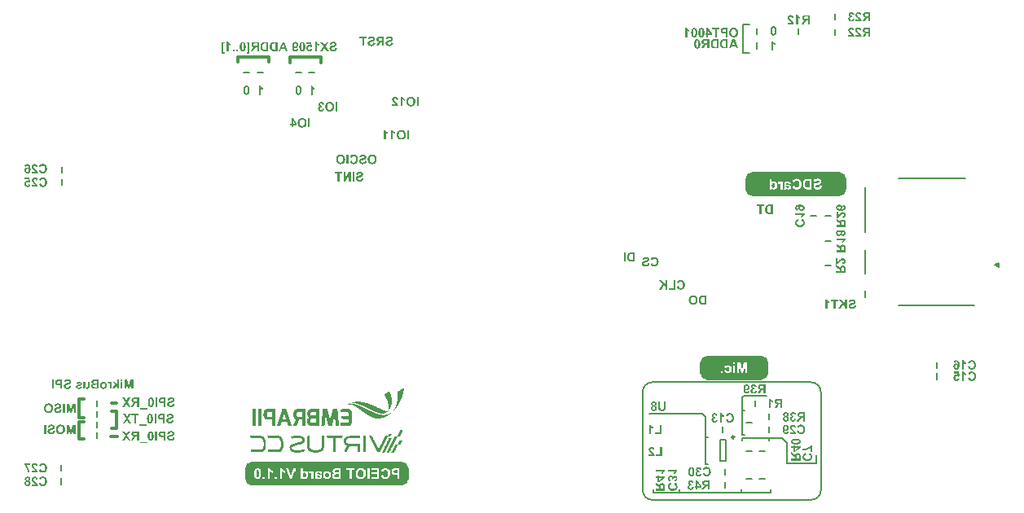
<source format=gbr>
%TF.GenerationSoftware,Altium Limited,Altium Designer,25.5.2 (35)*%
G04 Layer_Color=32896*
%FSLAX45Y45*%
%MOMM*%
%TF.SameCoordinates,71E00EFA-37BE-4E02-AFE8-A08B7019828F*%
%TF.FilePolarity,Positive*%
%TF.FileFunction,Legend,Bot*%
%TF.Part,Single*%
G01*
G75*
%TA.AperFunction,NonConductor*%
%ADD80C,0.30000*%
%ADD82C,0.50000*%
%ADD83C,0.20000*%
%ADD84C,0.25000*%
%ADD90C,0.15000*%
G36*
X12350500Y2730000D02*
X12310500Y2750000D01*
X12350500Y2770000D01*
Y2730000D01*
D02*
G37*
G36*
X4831811Y1252087D02*
X4832155Y1251284D01*
X4831925Y1251055D01*
X4832040Y1077382D01*
X4831926Y1076351D01*
X4831238Y1076121D01*
X4798796Y1076236D01*
X4798108Y1076007D01*
X4796962Y1076236D01*
X4796847Y1140546D01*
X4796503Y1140890D01*
X4739874Y1141120D01*
X4739759Y1141464D01*
X4739186Y1142036D01*
X4737122Y1142266D01*
X4736434Y1142037D01*
X4735403Y1142381D01*
X4735173Y1142839D01*
X4734371Y1143412D01*
X4732995Y1143183D01*
X4732078Y1143412D01*
X4731964Y1143756D01*
X4731620Y1144100D01*
X4730244Y1144330D01*
X4729671Y1144903D01*
X4729441Y1145361D01*
X4727951Y1145476D01*
X4727608Y1145820D01*
X4727378Y1146278D01*
X4727034Y1146393D01*
X4726117Y1147539D01*
X4724512Y1147769D01*
X4724054Y1148456D01*
X4723595Y1148686D01*
X4723481Y1148800D01*
X4722907Y1149603D01*
X4722449Y1149832D01*
X4722105Y1150176D01*
X4721875Y1150634D01*
X4721188Y1151093D01*
X4720615Y1151895D01*
X4720156Y1152125D01*
X4719698Y1152812D01*
X4718895Y1153386D01*
X4718666Y1153844D01*
X4717978Y1154303D01*
X4717405Y1155105D01*
X4716946Y1155334D01*
X4716602Y1155678D01*
X4716373Y1157283D01*
X4716029Y1157397D01*
X4715456Y1157971D01*
X4715227Y1158429D01*
X4714883Y1158544D01*
X4714539Y1158888D01*
X4714080Y1160722D01*
X4713279Y1161066D01*
X4713163Y1162556D01*
X4712132Y1163359D01*
X4711902Y1166110D01*
X4711444Y1166340D01*
X4711100Y1166683D01*
X4710871Y1167601D01*
X4711100Y1168517D01*
X4710871Y1169435D01*
X4710068Y1169778D01*
X4709725Y1170581D01*
X4709954Y1171269D01*
X4709839Y1172071D01*
X4709954Y1172873D01*
X4709609Y1173905D01*
X4709151Y1174135D01*
X4708693Y1174822D01*
X4708807Y1179064D01*
X4707890Y1179752D01*
X4707661Y1189152D01*
X4707317Y1189266D01*
X4706514Y1190069D01*
X4706629Y1204628D01*
X4707088Y1204857D01*
X4707546Y1205315D01*
X4707775Y1214487D01*
X4708234Y1214715D01*
X4708807Y1215288D01*
X4708693Y1218155D01*
X4708807Y1218957D01*
X4709724Y1219416D01*
X4709953Y1220333D01*
X4709724Y1221020D01*
X4709954Y1221479D01*
X4709724Y1222396D01*
X4710068Y1223428D01*
X4710527Y1223657D01*
X4710985Y1224345D01*
X4710871Y1226293D01*
X4711444Y1226867D01*
X4711902Y1227096D01*
X4712132Y1228701D01*
X4712934Y1229274D01*
X4713279Y1230994D01*
X4713737Y1231223D01*
X4714080Y1231567D01*
X4714424Y1233286D01*
X4714883Y1233516D01*
X4715227Y1233859D01*
X4715456Y1234318D01*
X4716144Y1234777D01*
X4716488Y1236496D01*
X4716946Y1236726D01*
X4723710Y1243489D01*
X4724283Y1244291D01*
X4726003Y1244636D01*
X4726576Y1245438D01*
X4728181Y1245667D01*
X4728639Y1246355D01*
X4729441Y1246928D01*
X4729671Y1247387D01*
X4730473Y1247960D01*
X4731849Y1247730D01*
X4732766Y1247960D01*
X4733110Y1248762D01*
X4735746Y1248877D01*
X4736549Y1249908D01*
X4739300Y1250138D01*
X4739530Y1250596D01*
X4739988Y1251055D01*
X4745949Y1251284D01*
X4746178Y1251743D01*
X4746522Y1252087D01*
X4830894Y1252316D01*
X4831811Y1252087D01*
D02*
G37*
G36*
X6014502Y1433784D02*
X6015075Y1432981D01*
X6015534Y1432752D01*
X6015878Y1432408D01*
X6016222Y1430687D01*
X6016680Y1430459D01*
X6017254Y1429886D01*
X6017025Y1429428D01*
X6017254Y1428510D01*
X6018056Y1428166D01*
X6018285Y1426562D01*
X6019088Y1425988D01*
X6019317Y1424383D01*
X6019661Y1424039D01*
X6020119Y1423810D01*
X6020578Y1423123D01*
X6021381Y1422549D01*
X6021725Y1420830D01*
X6022183Y1420600D01*
X6022756Y1419798D01*
X6022527Y1418422D01*
X6022756Y1417505D01*
X6023559Y1417161D01*
X6023673Y1415671D01*
X6024590Y1414983D01*
X6024819Y1413378D01*
X6025737Y1412690D01*
X6026081Y1410971D01*
X6026539Y1410741D01*
X6026883Y1410398D01*
X6027112Y1409481D01*
X6026883Y1408564D01*
X6027112Y1407646D01*
X6027915Y1407302D01*
X6028144Y1406844D01*
X6028029Y1405812D01*
X6028602Y1405239D01*
X6029061Y1405010D01*
X6029290Y1404322D01*
X6029176Y1402373D01*
X6030093Y1401685D01*
X6030437Y1399966D01*
X6030895Y1399737D01*
X6031239Y1399393D01*
X6031468Y1396871D01*
X6032386Y1396183D01*
X6032615Y1395037D01*
X6032386Y1394349D01*
X6032729Y1393317D01*
X6033188Y1393088D01*
X6033646Y1392400D01*
X6033532Y1389305D01*
X6034105Y1388732D01*
X6034563Y1388503D01*
X6034793Y1387815D01*
X6034678Y1385866D01*
X6035710Y1385063D01*
X6035940Y1381395D01*
X6036742Y1380822D01*
X6036971Y1375778D01*
X6037315Y1375663D01*
X6037888Y1375090D01*
X6038117Y1371880D01*
X6037888Y1371193D01*
X6038232Y1370161D01*
X6038690Y1369931D01*
X6039034Y1369588D01*
X6039264Y1368899D01*
X6039034Y1368212D01*
X6039149Y1364429D01*
X6039034Y1363397D01*
X6039264Y1362480D01*
X6039608Y1362365D01*
X6040066Y1361907D01*
X6040295Y1351590D01*
X6040754Y1351361D01*
X6041327Y1350788D01*
X6041212Y1327287D01*
X6040754Y1327058D01*
X6040295Y1326599D01*
X6040066Y1316282D01*
X6039608Y1316053D01*
X6039034Y1315479D01*
X6039149Y1314219D01*
X6039034Y1311583D01*
X6039263Y1310665D01*
X6038920Y1309634D01*
X6038461Y1309404D01*
X6037888Y1308601D01*
X6038117Y1307914D01*
X6038002Y1304360D01*
X6037200Y1303787D01*
X6036971Y1300118D01*
X6036398Y1299546D01*
X6035940Y1299316D01*
X6035710Y1295419D01*
X6035252Y1295189D01*
X6034793Y1294730D01*
X6034563Y1291062D01*
X6033761Y1290489D01*
X6033532Y1289572D01*
X6033761Y1288656D01*
X6033417Y1287623D01*
X6032959Y1287394D01*
X6032500Y1286707D01*
X6032615Y1284757D01*
X6032042Y1284185D01*
X6031583Y1283955D01*
X6031353Y1281203D01*
X6030552Y1280631D01*
X6030207Y1278911D01*
X6029749Y1278682D01*
X6029175Y1278109D01*
X6029290Y1276619D01*
X6029176Y1275587D01*
X6028373Y1275243D01*
X6028029Y1274670D01*
X6028144Y1274097D01*
X6028029Y1273523D01*
X6027685Y1273180D01*
X6027227Y1272950D01*
X6026883Y1272148D01*
X6027112Y1271459D01*
X6026998Y1270199D01*
X6026195Y1269626D01*
X6025851Y1267906D01*
X6025393Y1267677D01*
X6025049Y1267333D01*
X6024820Y1265728D01*
X6023902Y1265270D01*
X6023673Y1263664D01*
X6023329Y1263321D01*
X6022870Y1263092D01*
X6022527Y1262518D01*
X6022756Y1261831D01*
X6022412Y1261258D01*
X6021954Y1261028D01*
X6021495Y1260340D01*
X6020693Y1259767D01*
X6020349Y1258048D01*
X6019890Y1257818D01*
X6019546Y1257475D01*
X6019202Y1255755D01*
X6018744Y1255526D01*
X6018400Y1255181D01*
X6018171Y1253577D01*
X6017827Y1253462D01*
X6016681Y1252316D01*
X6016222Y1252087D01*
X6016107Y1250596D01*
X6015534Y1250023D01*
X6015076Y1249794D01*
X6014846Y1249335D01*
X6014043Y1248762D01*
X6013814Y1247157D01*
X6013127Y1246698D01*
X6012553Y1245896D01*
X6012095Y1245667D01*
X6011637Y1244979D01*
X6010834Y1244406D01*
X6010605Y1242801D01*
X6009917Y1242343D01*
X6009344Y1241540D01*
X6008885Y1241311D01*
X6008542Y1240968D01*
X6008312Y1240508D01*
X6007624Y1240050D01*
X6007051Y1239247D01*
X6006592Y1239019D01*
X6006019Y1238445D01*
X6006249Y1237757D01*
X6006019Y1237069D01*
X6005676Y1236954D01*
X5992951Y1224230D01*
X5992722Y1223772D01*
X5991117Y1223542D01*
X5990544Y1222740D01*
X5990085Y1222511D01*
X5989741Y1222167D01*
X5989512Y1221708D01*
X5988824Y1221250D01*
X5988595Y1220791D01*
X5988251Y1220447D01*
X5986646Y1220218D01*
X5986187Y1219530D01*
X5985385Y1218956D01*
X5985156Y1218499D01*
X5984468Y1218040D01*
X5984239Y1217581D01*
X5983895Y1217237D01*
X5982175Y1216894D01*
X5981946Y1216435D01*
X5981602Y1216091D01*
X5981143Y1215862D01*
X5981029Y1215518D01*
X5980456Y1214945D01*
X5978851Y1214715D01*
X5978506Y1213913D01*
X5976902Y1213684D01*
X5976329Y1212882D01*
X5974610Y1212538D01*
X5974036Y1211735D01*
X5972317Y1211391D01*
X5972087Y1210933D01*
X5971743Y1210588D01*
X5970024Y1210245D01*
X5969795Y1209786D01*
X5969451Y1209442D01*
X5967846Y1209213D01*
X5967502Y1208411D01*
X5967043Y1208181D01*
X5964865Y1208296D01*
X5964521Y1207952D01*
X5964292Y1207493D01*
X5963260Y1206921D01*
X5963031Y1207150D01*
X5961312Y1207035D01*
X5961083Y1206576D01*
X5960738Y1206233D01*
X5957070Y1206003D01*
X5956267Y1204971D01*
X5951453Y1204742D01*
X5950880Y1203940D01*
X5930704Y1203711D01*
X5929902Y1204742D01*
X5923940Y1204971D01*
X5923711Y1205430D01*
X5923253Y1205889D01*
X5919585Y1206118D01*
X5919011Y1206920D01*
X5913967Y1207149D01*
X5913853Y1207493D01*
X5913280Y1208066D01*
X5912592Y1208296D01*
X5911674Y1208067D01*
X5910643Y1208411D01*
X5910414Y1208869D01*
X5909726Y1209328D01*
X5907089Y1209213D01*
X5906172Y1209442D01*
X5905828Y1210245D01*
X5903192Y1210359D01*
X5902504Y1211276D01*
X5898606Y1211505D01*
X5898491Y1211849D01*
X5897689Y1212652D01*
X5896199Y1212538D01*
X5895282Y1212767D01*
X5895052Y1213225D01*
X5894708Y1213569D01*
X5893791Y1213798D01*
X5892874Y1213569D01*
X5891957Y1213798D01*
X5891843Y1214142D01*
X5891499Y1214486D01*
X5889664Y1214945D01*
X5889321Y1215747D01*
X5886684Y1215862D01*
X5885882Y1216894D01*
X5883130Y1217123D01*
X5882901Y1217582D01*
X5882328Y1218155D01*
X5880838Y1218040D01*
X5880035Y1218155D01*
X5879692Y1218499D01*
X5879462Y1218956D01*
X5879003Y1219186D01*
X5877629Y1219415D01*
X5877398Y1219874D01*
X5876596Y1220447D01*
X5875221Y1220218D01*
X5874303Y1220447D01*
X5874189Y1220791D01*
X5873845Y1221135D01*
X5872125Y1221479D01*
X5871896Y1221938D01*
X5871552Y1222282D01*
X5869030Y1222511D01*
X5868342Y1223428D01*
X5866623Y1223772D01*
X5866394Y1224230D01*
X5866050Y1224574D01*
X5864445Y1224803D01*
X5864331Y1225147D01*
X5863298Y1225950D01*
X5862611Y1225721D01*
X5861349Y1225835D01*
X5860776Y1226638D01*
X5859057Y1226982D01*
X5858484Y1227784D01*
X5856765Y1228128D01*
X5856535Y1228586D01*
X5855962Y1229160D01*
X5854472Y1229045D01*
X5853440Y1229160D01*
X5852981Y1230077D01*
X5851376Y1230306D01*
X5851032Y1230650D01*
X5850803Y1231109D01*
X5849313Y1231223D01*
X5848626Y1232140D01*
X5846906Y1232484D01*
X5846676Y1232943D01*
X5846332Y1233286D01*
X5844613Y1233631D01*
X5844384Y1234089D01*
X5844039Y1234433D01*
X5842435Y1234662D01*
X5841976Y1235579D01*
X5841059Y1235808D01*
X5840142Y1235579D01*
X5839225Y1235808D01*
X5838767Y1236497D01*
X5837047Y1236840D01*
X5836474Y1237642D01*
X5834754Y1237986D01*
X5834525Y1238445D01*
X5834181Y1238789D01*
X5832576Y1239019D01*
X5832462Y1239362D01*
X5831774Y1240050D01*
X5830398Y1240279D01*
X5829826Y1241081D01*
X5828220Y1241311D01*
X5827761Y1241999D01*
X5826042Y1242343D01*
X5825469Y1243145D01*
X5823750Y1243488D01*
X5823520Y1243947D01*
X5823176Y1244291D01*
X5821571Y1244521D01*
X5821227Y1245323D01*
X5820769Y1245552D01*
X5819393Y1245782D01*
X5818820Y1246584D01*
X5817215Y1246813D01*
X5816757Y1247501D01*
X5815037Y1247845D01*
X5814464Y1248647D01*
X5812745Y1248991D01*
X5812515Y1249450D01*
X5812171Y1249794D01*
X5810566Y1250023D01*
X5810108Y1250940D01*
X5808503Y1251169D01*
X5808159Y1251513D01*
X5807930Y1251972D01*
X5807471Y1252201D01*
X5806096Y1252430D01*
X5805866Y1252889D01*
X5805064Y1253463D01*
X5803688Y1253233D01*
X5802771Y1253463D01*
X5802657Y1253806D01*
X5802313Y1254150D01*
X5800707Y1254379D01*
X5800364Y1254953D01*
X5800135Y1255411D01*
X5798530Y1255640D01*
X5797956Y1256443D01*
X5796237Y1256786D01*
X5796008Y1257245D01*
X5795664Y1257589D01*
X5794059Y1257818D01*
X5793601Y1258506D01*
X5791881Y1258850D01*
X5791652Y1259308D01*
X5791308Y1259652D01*
X5789932Y1259882D01*
X5789359Y1260455D01*
X5789129Y1260913D01*
X5787639Y1261028D01*
X5786951Y1261945D01*
X5785232Y1262288D01*
X5785003Y1262748D01*
X5784658Y1263092D01*
X5783054Y1263321D01*
X5782595Y1264009D01*
X5780876Y1264353D01*
X5780646Y1264811D01*
X5780303Y1265155D01*
X5778927Y1265384D01*
X5778354Y1265958D01*
X5778125Y1266416D01*
X5776520Y1266645D01*
X5775947Y1267448D01*
X5774227Y1267791D01*
X5773998Y1268250D01*
X5773653Y1268594D01*
X5772049Y1268823D01*
X5771590Y1269511D01*
X5769871Y1269855D01*
X5769641Y1270314D01*
X5769298Y1270658D01*
X5767922Y1270887D01*
X5767349Y1271459D01*
X5767120Y1271918D01*
X5765515Y1272148D01*
X5764941Y1272950D01*
X5763222Y1273294D01*
X5762992Y1273752D01*
X5762648Y1274097D01*
X5761044Y1274326D01*
X5760585Y1275013D01*
X5758751Y1275472D01*
X5758637Y1275816D01*
X5758293Y1276160D01*
X5755771Y1276389D01*
X5755083Y1277306D01*
X5753478Y1277535D01*
X5752790Y1278453D01*
X5751071Y1278797D01*
X5750841Y1279255D01*
X5750497Y1279599D01*
X5748893Y1279828D01*
X5748778Y1280172D01*
X5748434Y1280516D01*
X5746600Y1280975D01*
X5746256Y1281777D01*
X5743505Y1282006D01*
X5742932Y1282809D01*
X5741212Y1283152D01*
X5740983Y1283611D01*
X5740639Y1283955D01*
X5738919Y1284299D01*
X5738690Y1284757D01*
X5738346Y1285101D01*
X5736741Y1285331D01*
X5736397Y1286134D01*
X5735939Y1286363D01*
X5733761Y1286248D01*
X5733073Y1287165D01*
X5731354Y1287509D01*
X5731124Y1287967D01*
X5730780Y1288311D01*
X5729060Y1288655D01*
X5728831Y1289114D01*
X5728258Y1289687D01*
X5726768Y1289572D01*
X5725965Y1289687D01*
X5725278Y1290604D01*
X5723558Y1290948D01*
X5723329Y1291406D01*
X5722527Y1291980D01*
X5721151Y1291750D01*
X5720234Y1291980D01*
X5720119Y1292324D01*
X5719775Y1292668D01*
X5718400Y1292897D01*
X5717826Y1293470D01*
X5717597Y1293929D01*
X5714960Y1294043D01*
X5714617Y1294387D01*
X5714387Y1294845D01*
X5714044Y1295190D01*
X5712553Y1295075D01*
X5711521Y1295189D01*
X5711407Y1295533D01*
X5710833Y1296106D01*
X5709229Y1296336D01*
X5708885Y1297138D01*
X5708426Y1297367D01*
X5706248Y1297253D01*
X5705446Y1298284D01*
X5702694Y1298514D01*
X5702465Y1298972D01*
X5702122Y1299317D01*
X5699599Y1299546D01*
X5699255Y1299889D01*
X5699026Y1300348D01*
X5698683Y1300692D01*
X5696963Y1300577D01*
X5696046Y1300807D01*
X5695816Y1301265D01*
X5695243Y1301838D01*
X5693180Y1301609D01*
X5692606Y1302182D01*
X5692378Y1302641D01*
X5691575Y1302984D01*
X5690887Y1302755D01*
X5689627Y1302870D01*
X5689053Y1303673D01*
X5685385Y1303902D01*
X5684812Y1304475D01*
X5684582Y1304934D01*
X5680685Y1305163D01*
X5680455Y1305621D01*
X5679997Y1306080D01*
X5676328Y1306309D01*
X5675755Y1307111D01*
X5673692Y1307341D01*
X5672775Y1307111D01*
X5671857Y1307341D01*
X5671743Y1307685D01*
X5670712Y1308487D01*
X5670024Y1308258D01*
X5666470Y1308372D01*
X5666240Y1308832D01*
X5665782Y1309289D01*
X5659821Y1309519D01*
X5659592Y1309977D01*
X5659248Y1310321D01*
X5651223Y1310551D01*
X5650879Y1310895D01*
X5650650Y1311353D01*
X5650077Y1311697D01*
X5624743Y1311582D01*
X5624169Y1310780D01*
X5618209Y1310551D01*
X5617521Y1309633D01*
X5612476Y1309405D01*
X5612362Y1309060D01*
X5611789Y1308487D01*
X5609726Y1308258D01*
X5609038Y1308487D01*
X5608006Y1308143D01*
X5607776Y1307684D01*
X5606974Y1307111D01*
X5605598Y1307341D01*
X5604681Y1307111D01*
X5604452Y1306653D01*
X5603650Y1306080D01*
X5601701Y1306194D01*
X5600899Y1305163D01*
X5598147Y1304934D01*
X5597918Y1304475D01*
X5597574Y1304131D01*
X5595969Y1303902D01*
X5595854Y1303558D01*
X5595052Y1302755D01*
X5593791Y1302870D01*
X5592759Y1302755D01*
X5592416Y1302411D01*
X5592301Y1302297D01*
X5592071Y1301838D01*
X5590237Y1301379D01*
X5590123Y1301036D01*
X5589320Y1300462D01*
X5588288Y1300577D01*
X5588059Y1301494D01*
X5588747Y1301953D01*
X5590008Y1302984D01*
X5590123Y1302870D01*
X5590926Y1302984D01*
X5591384Y1303672D01*
X5593218Y1304131D01*
X5593677Y1304819D01*
X5595396Y1305162D01*
X5595625Y1305621D01*
X5595969Y1305965D01*
X5597574Y1306194D01*
X5597689Y1306538D01*
X5598491Y1307341D01*
X5599179Y1307111D01*
X5599867Y1307340D01*
X5600210Y1308143D01*
X5601816Y1308372D01*
X5602389Y1309175D01*
X5604108Y1309519D01*
X5604681Y1310321D01*
X5606401Y1310665D01*
X5606630Y1311123D01*
X5606974Y1311468D01*
X5608579Y1311697D01*
X5608693Y1312041D01*
X5609267Y1312614D01*
X5610184Y1312843D01*
X5610872Y1312614D01*
X5611789Y1312843D01*
X5612247Y1313531D01*
X5613852Y1313760D01*
X5614655Y1314792D01*
X5617406Y1315021D01*
X5617635Y1315480D01*
X5617979Y1315824D01*
X5620501Y1316053D01*
X5620846Y1316397D01*
X5621074Y1316855D01*
X5621418Y1317199D01*
X5623138Y1317085D01*
X5624055Y1317314D01*
X5624284Y1317773D01*
X5624857Y1318346D01*
X5626920Y1318116D01*
X5627494Y1318690D01*
X5627723Y1319148D01*
X5628182Y1319378D01*
X5630360Y1319263D01*
X5631162Y1320294D01*
X5633913Y1320524D01*
X5634143Y1320982D01*
X5634601Y1321441D01*
X5638270Y1321670D01*
X5638499Y1322129D01*
X5638958Y1322587D01*
X5643772Y1322816D01*
X5644345Y1323619D01*
X5646638Y1323848D01*
X5648931Y1323619D01*
X5649505Y1324192D01*
X5649733Y1324651D01*
X5650192Y1324880D01*
X5653974Y1324766D01*
X5654891Y1324995D01*
X5655006Y1325339D01*
X5655350Y1325682D01*
X5663374Y1325912D01*
X5664177Y1326944D01*
X5676787Y1327173D01*
X5677017Y1327631D01*
X5677360Y1327975D01*
X5701892Y1328204D01*
X5702694Y1327172D01*
X5716450Y1326943D01*
X5716680Y1326485D01*
X5717139Y1326027D01*
X5725163Y1325797D01*
X5725737Y1324995D01*
X5731239Y1324765D01*
X5731926Y1324995D01*
X5732958Y1324651D01*
X5733187Y1324192D01*
X5733875Y1323733D01*
X5738117Y1323848D01*
X5738690Y1323275D01*
X5738919Y1322816D01*
X5744765Y1322702D01*
X5745568Y1321670D01*
X5749466Y1321441D01*
X5749695Y1320982D01*
X5750153Y1320524D01*
X5754968Y1320295D01*
X5755197Y1319836D01*
X5755541Y1319492D01*
X5756688Y1319263D01*
X5758981Y1319492D01*
X5759553Y1318919D01*
X5759783Y1318460D01*
X5760242Y1318231D01*
X5762878Y1318346D01*
X5763795Y1318116D01*
X5763910Y1317773D01*
X5764368Y1317314D01*
X5768037Y1317085D01*
X5768610Y1316282D01*
X5772507Y1316053D01*
X5772622Y1315709D01*
X5773195Y1315136D01*
X5775717Y1314907D01*
X5776405Y1313989D01*
X5778469Y1313760D01*
X5779385Y1313989D01*
X5780303Y1313760D01*
X5780417Y1313416D01*
X5781105Y1312729D01*
X5783283Y1312843D01*
X5783627Y1312499D01*
X5783856Y1312041D01*
X5784888Y1311468D01*
X5785117Y1311697D01*
X5786837Y1311582D01*
X5787066Y1311124D01*
X5787410Y1310780D01*
X5789932Y1310551D01*
X5790734Y1309519D01*
X5793485Y1309289D01*
X5793715Y1308831D01*
X5794059Y1308487D01*
X5794976Y1308258D01*
X5795893Y1308487D01*
X5796810Y1308258D01*
X5796924Y1307914D01*
X5797612Y1307226D01*
X5799791Y1307341D01*
X5800135Y1306997D01*
X5800364Y1306538D01*
X5801395Y1305965D01*
X5801625Y1306195D01*
X5803344Y1306080D01*
X5803573Y1305621D01*
X5804032Y1305163D01*
X5806554Y1304933D01*
X5807127Y1304131D01*
X5808847Y1303787D01*
X5809076Y1303329D01*
X5809420Y1302984D01*
X5810337Y1302755D01*
X5811254Y1302984D01*
X5812171Y1302755D01*
X5812400Y1302297D01*
X5813202Y1301724D01*
X5815151Y1301838D01*
X5815725Y1301265D01*
X5815954Y1300807D01*
X5817444Y1300692D01*
X5818247Y1299660D01*
X5820998Y1299430D01*
X5821227Y1298973D01*
X5821571Y1298629D01*
X5824093Y1298399D01*
X5824437Y1298055D01*
X5824667Y1297597D01*
X5825125Y1297367D01*
X5826501Y1297138D01*
X5826730Y1296680D01*
X5827532Y1296106D01*
X5828908Y1296336D01*
X5829825Y1296106D01*
X5829940Y1295762D01*
X5830283Y1295419D01*
X5832117Y1294960D01*
X5832462Y1294158D01*
X5833952Y1294043D01*
X5834754Y1293011D01*
X5837506Y1292782D01*
X5837735Y1292324D01*
X5838079Y1291980D01*
X5839684Y1291750D01*
X5839913Y1291292D01*
X5840716Y1290719D01*
X5842664Y1290833D01*
X5843352Y1289916D01*
X5844957Y1289687D01*
X5845645Y1288770D01*
X5847364Y1288426D01*
X5847594Y1287968D01*
X5847937Y1287623D01*
X5849657Y1287280D01*
X5849886Y1286821D01*
X5850230Y1286477D01*
X5851147Y1286248D01*
X5851835Y1286477D01*
X5852752Y1286248D01*
X5853096Y1285904D01*
X5853325Y1285445D01*
X5854930Y1285216D01*
X5855503Y1284414D01*
X5857223Y1284070D01*
X5857452Y1283611D01*
X5857796Y1283267D01*
X5859516Y1282924D01*
X5859745Y1282465D01*
X5860089Y1282121D01*
X5862610Y1281892D01*
X5863298Y1280975D01*
X5864903Y1280745D01*
X5865362Y1280057D01*
X5867082Y1279714D01*
X5867655Y1278911D01*
X5869374Y1278567D01*
X5869603Y1278109D01*
X5869947Y1277765D01*
X5871552Y1277535D01*
X5871667Y1277191D01*
X5872355Y1276504D01*
X5873730Y1276275D01*
X5874304Y1275472D01*
X5875221Y1275244D01*
X5876138Y1275472D01*
X5877055Y1275243D01*
X5877513Y1274555D01*
X5879233Y1274211D01*
X5879462Y1273753D01*
X5879806Y1273409D01*
X5881181Y1273180D01*
X5881755Y1272606D01*
X5881984Y1272148D01*
X5883589Y1271918D01*
X5884162Y1271116D01*
X5885882Y1270772D01*
X5886111Y1270314D01*
X5886455Y1269970D01*
X5888060Y1269740D01*
X5888518Y1269053D01*
X5890238Y1268708D01*
X5890467Y1268250D01*
X5890811Y1267907D01*
X5892187Y1267677D01*
X5892759Y1267104D01*
X5892989Y1266645D01*
X5894479Y1266530D01*
X5895167Y1265614D01*
X5896887Y1265270D01*
X5897115Y1264811D01*
X5897460Y1264468D01*
X5898377Y1264238D01*
X5899295Y1264467D01*
X5900211Y1264238D01*
X5900326Y1263894D01*
X5900670Y1263550D01*
X5902504Y1263092D01*
X5902847Y1262288D01*
X5904453Y1262060D01*
X5905026Y1261257D01*
X5906745Y1260913D01*
X5907318Y1260111D01*
X5909038Y1259767D01*
X5909267Y1259309D01*
X5909611Y1258965D01*
X5911216Y1258735D01*
X5911330Y1258391D01*
X5911674Y1258048D01*
X5913509Y1257589D01*
X5913853Y1256787D01*
X5915457Y1256558D01*
X5916031Y1255755D01*
X5917750Y1255411D01*
X5918323Y1254609D01*
X5920043Y1254265D01*
X5920272Y1253806D01*
X5920617Y1253462D01*
X5922221Y1253233D01*
X5922336Y1252889D01*
X5923367Y1252086D01*
X5924055Y1252316D01*
X5925316Y1252201D01*
X5925890Y1251399D01*
X5927609Y1251054D01*
X5928182Y1250253D01*
X5929901Y1249909D01*
X5930131Y1249450D01*
X5930475Y1249106D01*
X5932194Y1248762D01*
X5932424Y1248304D01*
X5932767Y1247960D01*
X5934372Y1247730D01*
X5934716Y1246928D01*
X5936207Y1246813D01*
X5936550Y1246470D01*
X5936780Y1246011D01*
X5937811Y1245438D01*
X5938041Y1245667D01*
X5939760Y1245552D01*
X5939990Y1245094D01*
X5940333Y1244750D01*
X5942053Y1244406D01*
X5942282Y1243947D01*
X5942626Y1243604D01*
X5944231Y1243374D01*
X5944689Y1242458D01*
X5946294Y1242228D01*
X5946639Y1241884D01*
X5946868Y1241425D01*
X5947326Y1241196D01*
X5949504Y1241310D01*
X5950192Y1240394D01*
X5951912Y1240050D01*
X5952141Y1239591D01*
X5952599Y1239133D01*
X5955121Y1238904D01*
X5955694Y1238101D01*
X5957414Y1237757D01*
X5957644Y1237299D01*
X5957987Y1236955D01*
X5958905Y1236725D01*
X5959821Y1236955D01*
X5960738Y1236725D01*
X5960967Y1236267D01*
X5961770Y1235694D01*
X5963719Y1235808D01*
X5964063Y1235464D01*
X5964292Y1235006D01*
X5965324Y1234432D01*
X5965553Y1234662D01*
X5967273Y1234548D01*
X5967502Y1234089D01*
X5967846Y1233745D01*
X5970368Y1233516D01*
X5971399Y1232484D01*
X5975068Y1232255D01*
X5975297Y1231796D01*
X5975641Y1231452D01*
X5977704Y1231223D01*
X5978392Y1231452D01*
X5979310Y1231223D01*
X5979653Y1230879D01*
X5979883Y1230421D01*
X5980341Y1230191D01*
X5991002Y1230306D01*
X5991690Y1230077D01*
X5992722Y1230420D01*
X5992951Y1230879D01*
X5993639Y1231337D01*
X5995587Y1231223D01*
X5997307Y1232943D01*
X5997536Y1233401D01*
X5999027Y1233516D01*
X5999370Y1233860D01*
X5999600Y1234318D01*
X5999944Y1234433D01*
X6000517Y1235006D01*
X6000746Y1235465D01*
X6001090Y1235579D01*
X6001434Y1235923D01*
X6001892Y1237757D01*
X6002236Y1237872D01*
X6003841Y1239477D01*
X6004071Y1240851D01*
X6004873Y1241425D01*
X6005102Y1242572D01*
X6004873Y1243259D01*
X6005217Y1244291D01*
X6005676Y1244521D01*
X6006249Y1245323D01*
X6006019Y1246699D01*
X6006249Y1247616D01*
X6007051Y1247960D01*
X6007166Y1253348D01*
X6007395Y1254265D01*
X6007739Y1254379D01*
X6008312Y1254953D01*
X6008198Y1277307D01*
X6007739Y1277535D01*
X6007395Y1277879D01*
X6007166Y1285904D01*
X6006822Y1286248D01*
X6006363Y1286477D01*
X6006019Y1287051D01*
X6006134Y1288082D01*
X6006019Y1291865D01*
X6006249Y1292782D01*
X6005904Y1293814D01*
X6005446Y1294043D01*
X6004873Y1294846D01*
X6005102Y1295533D01*
X6004987Y1299087D01*
X6004185Y1299660D01*
X6003956Y1304475D01*
X6003383Y1305048D01*
X6002924Y1305278D01*
X6002695Y1309175D01*
X6002236Y1309404D01*
X6001892Y1309748D01*
X6001663Y1313416D01*
X6001319Y1313760D01*
X6000861Y1313989D01*
X6000517Y1314563D01*
X6000631Y1315594D01*
X6000517Y1316168D01*
X6000746Y1317085D01*
X6000517Y1318002D01*
X6000058Y1318231D01*
X5999485Y1319034D01*
X5999600Y1320982D01*
X5998568Y1321785D01*
X5998338Y1325682D01*
X5997880Y1325912D01*
X5997422Y1326370D01*
X5997192Y1328892D01*
X5996390Y1329465D01*
X5996161Y1330612D01*
X5996390Y1331299D01*
X5996046Y1332331D01*
X5995588Y1332561D01*
X5995014Y1333133D01*
X5995244Y1335197D01*
X5994670Y1335771D01*
X5994212Y1336000D01*
X5993982Y1336458D01*
X5994097Y1338636D01*
X5993066Y1339439D01*
X5992837Y1342190D01*
X5992378Y1342419D01*
X5992034Y1342763D01*
X5991805Y1345285D01*
X5990887Y1345973D01*
X5990659Y1347119D01*
X5990887Y1347807D01*
X5990544Y1348839D01*
X5990085Y1349067D01*
X5989512Y1349641D01*
X5989740Y1350329D01*
X5989512Y1351017D01*
X5989168Y1351132D01*
X5988365Y1352163D01*
X5988595Y1352851D01*
X5988480Y1354112D01*
X5987678Y1354684D01*
X5987448Y1356290D01*
X5986417Y1357093D01*
X5986187Y1359844D01*
X5985729Y1360073D01*
X5985385Y1360417D01*
X5985156Y1362022D01*
X5984354Y1362366D01*
X5984010Y1362939D01*
X5984124Y1363512D01*
X5984009Y1364085D01*
X5983321Y1364544D01*
X5983092Y1366149D01*
X5982060Y1366951D01*
X5981831Y1369702D01*
X5981373Y1369931D01*
X5981029Y1370276D01*
X5980800Y1371880D01*
X5979883Y1372339D01*
X5979653Y1373944D01*
X5979310Y1374288D01*
X5978851Y1374517D01*
X5978507Y1375090D01*
X5978622Y1375663D01*
X5978507Y1376237D01*
X5977819Y1376695D01*
X5977475Y1378415D01*
X5977016Y1378644D01*
X5976673Y1378987D01*
X5976329Y1380707D01*
X5975870Y1380937D01*
X5974380Y1382427D01*
X5974151Y1384032D01*
X5973348Y1384375D01*
X5973004Y1384949D01*
X5973234Y1385866D01*
X5972317Y1386554D01*
X5972087Y1388159D01*
X5971170Y1388847D01*
X5970941Y1389306D01*
X5970024Y1389992D01*
X5969795Y1391597D01*
X5969107Y1392056D01*
X5968534Y1392859D01*
X5968075Y1393088D01*
X5967502Y1393661D01*
X5967731Y1394349D01*
X5967502Y1395036D01*
X5967158Y1395151D01*
X5966585Y1395724D01*
X5966355Y1396183D01*
X5966012Y1396297D01*
X5965668Y1396642D01*
X5965439Y1398017D01*
X5962229Y1401227D01*
X5961999Y1402373D01*
X5962573Y1402947D01*
X5963031Y1403176D01*
X5963146Y1403519D01*
X5964636Y1405010D01*
X5966241Y1405239D01*
X5966700Y1406156D01*
X5968305Y1406386D01*
X5968648Y1406729D01*
X5968877Y1407187D01*
X5969336Y1407418D01*
X5969909Y1408220D01*
X5971629Y1408564D01*
X5972202Y1409366D01*
X5973807Y1409595D01*
X5974265Y1410283D01*
X5975068Y1410856D01*
X5975297Y1411315D01*
X5975641Y1411659D01*
X5977246Y1411887D01*
X5977360Y1412232D01*
X5977704Y1412576D01*
X5979080Y1412805D01*
X5980800Y1414525D01*
X5981029Y1414983D01*
X5982634Y1415212D01*
X5983207Y1416015D01*
X5984926Y1416358D01*
X5985155Y1416818D01*
X5985499Y1417162D01*
X5985958Y1417391D01*
X5986417Y1418078D01*
X5988136Y1418422D01*
X5988709Y1419224D01*
X5990429Y1419569D01*
X5990658Y1420027D01*
X5992149Y1421517D01*
X5993753Y1421747D01*
X5994212Y1422664D01*
X5995817Y1422893D01*
X5996161Y1423236D01*
X5996390Y1423695D01*
X5996848Y1423925D01*
X5997422Y1424727D01*
X5999141Y1425071D01*
X5999714Y1425873D01*
X6001434Y1426217D01*
X6001663Y1426676D01*
X6002580Y1427364D01*
X6002810Y1427822D01*
X6003154Y1428166D01*
X6004758Y1428396D01*
X6004873Y1428739D01*
X6005217Y1429082D01*
X6006592Y1429313D01*
X6008312Y1431032D01*
X6008541Y1431490D01*
X6010146Y1431720D01*
X6010719Y1432522D01*
X6012439Y1432866D01*
X6012668Y1433325D01*
X6013241Y1433898D01*
X6014502Y1433784D01*
D02*
G37*
G36*
X6167884Y1462671D02*
X6166853Y1462098D01*
X6166623Y1453844D01*
X6166165Y1453615D01*
X6165821Y1453271D01*
X6165592Y1447998D01*
X6165821Y1447081D01*
X6165592Y1446164D01*
X6165248Y1446049D01*
X6164559Y1445362D01*
X6164674Y1440432D01*
X6164445Y1439515D01*
X6164101Y1439401D01*
X6163643Y1438942D01*
X6163414Y1434127D01*
X6162955Y1433898D01*
X6162496Y1433439D01*
X6162267Y1428625D01*
X6161808Y1428396D01*
X6161350Y1427937D01*
X6161121Y1424269D01*
X6160318Y1423696D01*
X6160090Y1421403D01*
X6160318Y1420715D01*
X6159974Y1419683D01*
X6159516Y1419454D01*
X6158943Y1418652D01*
X6159172Y1417963D01*
X6159057Y1414410D01*
X6158255Y1413837D01*
X6158026Y1411773D01*
X6157796Y1410856D01*
X6157453Y1410741D01*
X6156994Y1410283D01*
X6156765Y1406615D01*
X6156306Y1406386D01*
X6155962Y1406042D01*
X6155733Y1403290D01*
X6155389Y1403176D01*
X6154816Y1402602D01*
X6154587Y1400539D01*
X6154816Y1399851D01*
X6154472Y1398820D01*
X6154014Y1398591D01*
X6153440Y1397788D01*
X6153669Y1396412D01*
X6153440Y1395495D01*
X6153096Y1395380D01*
X6152752Y1395036D01*
X6152523Y1392515D01*
X6151491Y1391712D01*
X6151262Y1388961D01*
X6150804Y1388732D01*
X6150345Y1388273D01*
X6150116Y1385751D01*
X6149314Y1385178D01*
X6149084Y1384261D01*
X6149314Y1383344D01*
X6148969Y1382312D01*
X6148511Y1382083D01*
X6147938Y1381280D01*
X6148167Y1379905D01*
X6147938Y1378988D01*
X6147594Y1378873D01*
X6147250Y1378530D01*
X6147021Y1376007D01*
X6146104Y1375320D01*
X6145759Y1373600D01*
X6145301Y1373370D01*
X6144728Y1372797D01*
X6144843Y1371079D01*
X6144728Y1370275D01*
X6144384Y1370161D01*
X6143811Y1369588D01*
X6143582Y1368900D01*
X6143811Y1367983D01*
X6143582Y1367066D01*
X6142893Y1366607D01*
X6142550Y1364888D01*
X6141747Y1364315D01*
X6141518Y1362251D01*
X6141289Y1361334D01*
X6140945Y1361219D01*
X6140601Y1360875D01*
X6140372Y1359271D01*
X6139454Y1358812D01*
X6139111Y1357092D01*
X6138309Y1356520D01*
X6138079Y1355602D01*
X6138309Y1354685D01*
X6138079Y1353768D01*
X6137392Y1353309D01*
X6136933Y1351475D01*
X6136589Y1351361D01*
X6136245Y1351017D01*
X6136016Y1349641D01*
X6135442Y1349068D01*
X6134984Y1348839D01*
X6134755Y1346087D01*
X6134296Y1345858D01*
X6133952Y1345514D01*
X6133608Y1343794D01*
X6133150Y1343566D01*
X6132806Y1343222D01*
X6132577Y1341617D01*
X6132233Y1341502D01*
X6131889Y1341158D01*
X6131659Y1339782D01*
X6131086Y1339209D01*
X6130628Y1338980D01*
X6130398Y1337375D01*
X6129596Y1336802D01*
X6129252Y1335082D01*
X6128794Y1334854D01*
X6128450Y1334509D01*
X6128106Y1332790D01*
X6127647Y1332561D01*
X6127303Y1332217D01*
X6127074Y1330612D01*
X6126730Y1330497D01*
X6126387Y1330153D01*
X6126157Y1328778D01*
X6125584Y1328204D01*
X6125126Y1327975D01*
X6124896Y1326370D01*
X6124094Y1325797D01*
X6123750Y1324078D01*
X6123291Y1323848D01*
X6122947Y1323504D01*
X6122603Y1321785D01*
X6122145Y1321556D01*
X6121801Y1321211D01*
X6121571Y1319607D01*
X6121228Y1319492D01*
X6120884Y1319148D01*
X6120655Y1317773D01*
X6120081Y1317199D01*
X6119623Y1316970D01*
X6119508Y1315480D01*
X6119164Y1315136D01*
X6118706Y1314907D01*
X6118247Y1314219D01*
X6117444Y1313646D01*
X6117101Y1311926D01*
X6116642Y1311697D01*
X6116070Y1311124D01*
X6116184Y1310321D01*
X6116069Y1309748D01*
X6115381Y1309289D01*
X6114923Y1307455D01*
X6114579Y1307341D01*
X6114235Y1306997D01*
X6114006Y1305621D01*
X6112744Y1304360D01*
X6111942Y1303787D01*
X6111598Y1302067D01*
X6110796Y1301494D01*
X6110567Y1301035D01*
X6110796Y1300348D01*
X6110452Y1299775D01*
X6109993Y1299546D01*
X6109535Y1298858D01*
X6108732Y1298285D01*
X6108389Y1296565D01*
X6107930Y1296336D01*
X6107586Y1295992D01*
X6107242Y1294272D01*
X6106784Y1294043D01*
X6105064Y1292324D01*
X6105179Y1291750D01*
X6105064Y1291177D01*
X6103574Y1289687D01*
X6103116Y1289458D01*
X6103000Y1287967D01*
X6102657Y1287623D01*
X6102198Y1287394D01*
X6101740Y1286706D01*
X6100937Y1286133D01*
X6100594Y1284414D01*
X6100135Y1284185D01*
X6099791Y1283841D01*
X6099562Y1283382D01*
X6098874Y1282924D01*
X6098531Y1281204D01*
X6098071Y1280975D01*
X6097498Y1280401D01*
X6097269Y1279943D01*
X6096925Y1279828D01*
X6096581Y1279484D01*
X6096237Y1277765D01*
X6095779Y1277535D01*
X6094059Y1275816D01*
X6094288Y1274899D01*
X6092569Y1273180D01*
X6092110Y1272950D01*
X6091881Y1271345D01*
X6091079Y1270772D01*
X6090849Y1270314D01*
X6090505Y1269970D01*
X6090047Y1269740D01*
X6089932Y1269396D01*
X6089360Y1268823D01*
X6088900Y1268594D01*
X6088557Y1268021D01*
X6088671Y1267448D01*
X6088557Y1266874D01*
X6087869Y1266416D01*
X6087639Y1265958D01*
X6086722Y1265270D01*
X6086493Y1264811D01*
X6085576Y1264123D01*
X6085347Y1262518D01*
X6084659Y1262060D01*
X6084086Y1261257D01*
X6083627Y1261028D01*
X6083283Y1260685D01*
X6083054Y1260226D01*
X6082366Y1259767D01*
X6081908Y1257933D01*
X6081564Y1257818D01*
X6077552Y1253806D01*
X6077781Y1252889D01*
X6074227Y1249335D01*
X6073425Y1248762D01*
X6073195Y1247158D01*
X6072851Y1246813D01*
X6072393Y1246584D01*
X6072278Y1246241D01*
X6071705Y1245667D01*
X6071247Y1245438D01*
X6071132Y1245094D01*
X6070559Y1244520D01*
X6070100Y1244291D01*
X6069986Y1243947D01*
X6069642Y1243604D01*
X6069183Y1243374D01*
X6069069Y1243030D01*
X6068495Y1242457D01*
X6068037Y1242228D01*
X6067922Y1241884D01*
X6067349Y1241311D01*
X6066891Y1241082D01*
X6066776Y1240738D01*
X6066203Y1240165D01*
X6065744Y1239935D01*
X6065630Y1238445D01*
X6064713Y1237757D01*
X6064483Y1237299D01*
X6064139Y1236954D01*
X6063681Y1236725D01*
X6063222Y1236038D01*
X6062764Y1235808D01*
X6062420Y1235464D01*
X6062191Y1235006D01*
X6061503Y1234548D01*
X6061273Y1234089D01*
X6060929Y1233745D01*
X6060471Y1233515D01*
X6060013Y1232828D01*
X6059210Y1232255D01*
X6058981Y1231796D01*
X6058637Y1231452D01*
X6058178Y1231223D01*
X6057720Y1230534D01*
X6056918Y1229962D01*
X6056688Y1229503D01*
X6056001Y1229045D01*
X6055771Y1228586D01*
X6055427Y1228243D01*
X6054969Y1228013D01*
X6054510Y1227325D01*
X6053708Y1226752D01*
X6053479Y1226293D01*
X6053134Y1225950D01*
X6052676Y1225720D01*
X6052218Y1225032D01*
X6051759Y1224803D01*
X6051415Y1224460D01*
X6051186Y1224001D01*
X6050498Y1223542D01*
X6050268Y1223084D01*
X6049925Y1222740D01*
X6049466Y1222510D01*
X6049008Y1221823D01*
X6048205Y1221250D01*
X6047976Y1220791D01*
X6047633Y1220447D01*
X6047173Y1220218D01*
X6046715Y1219530D01*
X6046256Y1219301D01*
X6045912Y1218957D01*
X6045683Y1218498D01*
X6044995Y1218040D01*
X6044766Y1217581D01*
X6044422Y1217237D01*
X6043964Y1217008D01*
X6043505Y1216320D01*
X6042703Y1215747D01*
X6042473Y1215288D01*
X6042129Y1214944D01*
X6041671Y1214716D01*
X6041212Y1214028D01*
X6040754Y1213798D01*
X6040410Y1213455D01*
X6040181Y1212996D01*
X6039493Y1212537D01*
X6039263Y1212079D01*
X6038920Y1211735D01*
X6037200Y1211391D01*
X6036971Y1210933D01*
X6036627Y1210588D01*
X6036169Y1210359D01*
X6036053Y1210016D01*
X6035481Y1209442D01*
X6035022Y1209213D01*
X6034907Y1208869D01*
X6034334Y1208296D01*
X6033876Y1208066D01*
X6033761Y1207723D01*
X6033188Y1207150D01*
X6032729Y1206920D01*
X6032615Y1206577D01*
X6032271Y1206233D01*
X6030666Y1206003D01*
X6030551Y1205659D01*
X6025622Y1200730D01*
X6024247Y1200501D01*
X6023902Y1200157D01*
X6023673Y1199698D01*
X6023329Y1199584D01*
X6021610Y1197864D01*
X6021381Y1197406D01*
X6020807Y1197061D01*
X6020578Y1197291D01*
X6019775Y1197176D01*
X6019202Y1196374D01*
X6018744Y1196145D01*
X6018400Y1195801D01*
X6018171Y1195342D01*
X6017483Y1194884D01*
X6016910Y1194081D01*
X6015191Y1193737D01*
X6014961Y1193279D01*
X6014617Y1192935D01*
X6014159Y1192705D01*
X6013700Y1192018D01*
X6011866Y1191559D01*
X6011751Y1191215D01*
X6011178Y1190642D01*
X6010719Y1190413D01*
X6010605Y1190069D01*
X6010261Y1189725D01*
X6008656Y1189496D01*
X6008541Y1189152D01*
X6006822Y1187432D01*
X6005446Y1187202D01*
X6005103Y1186859D01*
X6004873Y1186401D01*
X6004529Y1186286D01*
X6003956Y1185713D01*
X6003726Y1185254D01*
X6002236Y1185140D01*
X6001892Y1184796D01*
X6001664Y1184337D01*
X6000975Y1183879D01*
X6000402Y1183076D01*
X5998683Y1182732D01*
X5998453Y1182274D01*
X5998110Y1181930D01*
X5996504Y1181700D01*
X5996390Y1181357D01*
X5995817Y1180784D01*
X5995358Y1180554D01*
X5995244Y1180210D01*
X5994900Y1179866D01*
X5993066Y1179408D01*
X5992722Y1178606D01*
X5991117Y1178377D01*
X5990544Y1177574D01*
X5988824Y1177229D01*
X5988595Y1176771D01*
X5988251Y1176427D01*
X5986646Y1176198D01*
X5986187Y1175510D01*
X5984468Y1175166D01*
X5984239Y1174708D01*
X5983895Y1174363D01*
X5982061Y1173905D01*
X5981717Y1173103D01*
X5980112Y1172873D01*
X5979539Y1172072D01*
X5977819Y1171727D01*
X5977590Y1171269D01*
X5977246Y1170925D01*
X5975641Y1170696D01*
X5975182Y1170008D01*
X5973578Y1169778D01*
X5973119Y1169091D01*
X5971973Y1168403D01*
X5971743Y1168632D01*
X5970253Y1168518D01*
X5969680Y1167715D01*
X5968075Y1167486D01*
X5967273Y1166454D01*
X5964521Y1166225D01*
X5964292Y1165766D01*
X5963948Y1165422D01*
X5963031Y1165193D01*
X5962343Y1165422D01*
X5961426Y1165193D01*
X5961083Y1164850D01*
X5960853Y1164391D01*
X5960394Y1164162D01*
X5958217Y1164276D01*
X5957529Y1163359D01*
X5956726Y1163015D01*
X5955007Y1163130D01*
X5954433Y1162556D01*
X5954204Y1162098D01*
X5951453Y1161869D01*
X5950880Y1161066D01*
X5946982Y1160837D01*
X5946524Y1159920D01*
X5944231Y1159691D01*
X5943543Y1159920D01*
X5942511Y1159576D01*
X5942282Y1159117D01*
X5941595Y1158659D01*
X5938499Y1158773D01*
X5937926Y1158200D01*
X5937697Y1157742D01*
X5931850Y1157627D01*
X5931048Y1156595D01*
X5925087Y1156366D01*
X5924514Y1155564D01*
X5913967Y1155334D01*
X5913623Y1154532D01*
X5913050Y1154188D01*
X5886569Y1154302D01*
X5885997Y1155105D01*
X5875679Y1155334D01*
X5874991Y1156251D01*
X5867769Y1156595D01*
X5867540Y1157054D01*
X5867082Y1157513D01*
X5861120Y1157742D01*
X5860891Y1158200D01*
X5860547Y1158545D01*
X5858484Y1158773D01*
X5857796Y1158544D01*
X5856879Y1158774D01*
X5856535Y1159117D01*
X5856306Y1159576D01*
X5855847Y1159805D01*
X5853211Y1159691D01*
X5852293Y1159920D01*
X5852179Y1160263D01*
X5851835Y1160608D01*
X5849313Y1160837D01*
X5848511Y1161869D01*
X5845759Y1162098D01*
X5845530Y1162556D01*
X5844957Y1163130D01*
X5843467Y1163015D01*
X5842435Y1163130D01*
X5841976Y1164047D01*
X5841059Y1164276D01*
X5840142Y1164047D01*
X5839225Y1164276D01*
X5838767Y1164964D01*
X5837047Y1165307D01*
X5836474Y1166110D01*
X5833952Y1166340D01*
X5833379Y1166913D01*
X5833149Y1167371D01*
X5831659Y1167486D01*
X5831315Y1167830D01*
X5831086Y1168288D01*
X5830742Y1168632D01*
X5829023Y1168517D01*
X5828105Y1168746D01*
X5827876Y1169205D01*
X5827532Y1169550D01*
X5825927Y1169778D01*
X5825813Y1170122D01*
X5825469Y1170466D01*
X5823635Y1170925D01*
X5823291Y1171727D01*
X5821686Y1171957D01*
X5821113Y1172759D01*
X5819393Y1173103D01*
X5818820Y1173905D01*
X5817100Y1174249D01*
X5816871Y1174708D01*
X5816527Y1175052D01*
X5814922Y1175281D01*
X5814808Y1175625D01*
X5814464Y1175968D01*
X5812630Y1176428D01*
X5812286Y1177230D01*
X5810796Y1177344D01*
X5810108Y1178261D01*
X5808503Y1178491D01*
X5808159Y1178835D01*
X5807930Y1179293D01*
X5807242Y1179752D01*
X5807013Y1180210D01*
X5806669Y1180554D01*
X5805064Y1180784D01*
X5804605Y1181471D01*
X5802886Y1181815D01*
X5802657Y1182274D01*
X5802313Y1182617D01*
X5800937Y1182847D01*
X5798874Y1184911D01*
X5797498Y1185140D01*
X5797154Y1185484D01*
X5796925Y1185942D01*
X5796466Y1186171D01*
X5795091Y1186400D01*
X5794861Y1186859D01*
X5794174Y1187317D01*
X5793600Y1188120D01*
X5791995Y1188350D01*
X5791537Y1189037D01*
X5790734Y1189610D01*
X5790505Y1190069D01*
X5790161Y1190413D01*
X5788442Y1190756D01*
X5788212Y1191215D01*
X5787868Y1191559D01*
X5786264Y1191789D01*
X5786149Y1192132D01*
X5785003Y1193279D01*
X5784774Y1193738D01*
X5783283Y1193852D01*
X5782939Y1194196D01*
X5782710Y1194654D01*
X5782366Y1194769D01*
X5781449Y1195916D01*
X5779729Y1196259D01*
X5779500Y1196717D01*
X5779156Y1197061D01*
X5778698Y1197291D01*
X5778239Y1197979D01*
X5776634Y1198208D01*
X5776290Y1198552D01*
X5776061Y1199011D01*
X5775373Y1199469D01*
X5775144Y1199927D01*
X5774800Y1200272D01*
X5773081Y1200615D01*
X5772851Y1201074D01*
X5771361Y1202564D01*
X5769756Y1202793D01*
X5769641Y1203137D01*
X5768495Y1204283D01*
X5768266Y1204742D01*
X5766776Y1204857D01*
X5766432Y1205200D01*
X5766202Y1205659D01*
X5765858Y1205774D01*
X5764941Y1206921D01*
X5763222Y1207265D01*
X5762993Y1207723D01*
X5762649Y1208066D01*
X5762190Y1208296D01*
X5761732Y1208983D01*
X5761273Y1209213D01*
X5760585Y1210130D01*
X5758866Y1210474D01*
X5758637Y1210933D01*
X5757719Y1211620D01*
X5757490Y1212079D01*
X5757146Y1212423D01*
X5755541Y1212652D01*
X5755427Y1212996D01*
X5753707Y1214716D01*
X5753249Y1214945D01*
X5753134Y1215288D01*
X5752790Y1215633D01*
X5751414Y1215862D01*
X5749351Y1217925D01*
X5747976Y1218155D01*
X5747632Y1218498D01*
X5747402Y1218957D01*
X5747058Y1219072D01*
X5746485Y1219645D01*
X5746255Y1220103D01*
X5745797Y1220333D01*
X5745224Y1221135D01*
X5743619Y1221365D01*
X5743276Y1221709D01*
X5743046Y1222167D01*
X5742358Y1222625D01*
X5741785Y1223428D01*
X5740065Y1223772D01*
X5739836Y1224230D01*
X5738919Y1224918D01*
X5738690Y1225377D01*
X5738346Y1225721D01*
X5737888Y1225950D01*
X5737773Y1226293D01*
X5737429Y1226638D01*
X5735709Y1226982D01*
X5735480Y1227440D01*
X5732844Y1230077D01*
X5731468Y1230306D01*
X5729978Y1231796D01*
X5729749Y1232255D01*
X5728258Y1232369D01*
X5727914Y1232713D01*
X5727685Y1233171D01*
X5727341Y1233286D01*
X5726768Y1233860D01*
X5726539Y1234318D01*
X5726195Y1234432D01*
X5725851Y1234777D01*
X5725278Y1235579D01*
X5723673Y1235808D01*
X5723214Y1236497D01*
X5722755Y1236725D01*
X5722412Y1237069D01*
X5722183Y1237528D01*
X5721495Y1237987D01*
X5720922Y1238789D01*
X5719316Y1239019D01*
X5718858Y1239706D01*
X5718056Y1240279D01*
X5717826Y1240738D01*
X5717482Y1241082D01*
X5717024Y1241311D01*
X5716565Y1241999D01*
X5714731Y1242458D01*
X5714617Y1242801D01*
X5713126Y1244291D01*
X5711751Y1244520D01*
X5709114Y1247157D01*
X5708885Y1247616D01*
X5707394Y1247730D01*
X5707050Y1248074D01*
X5706821Y1248533D01*
X5706134Y1248991D01*
X5705560Y1249794D01*
X5703956Y1250023D01*
X5703612Y1250367D01*
X5703383Y1250826D01*
X5702694Y1251284D01*
X5702465Y1251743D01*
X5702122Y1252087D01*
X5701663Y1252316D01*
X5701205Y1253004D01*
X5699485Y1253348D01*
X5699255Y1253806D01*
X5698338Y1254494D01*
X5698109Y1254953D01*
X5697765Y1255296D01*
X5696046Y1255640D01*
X5695817Y1256099D01*
X5693409Y1258505D01*
X5692034Y1258735D01*
X5690314Y1260455D01*
X5690085Y1260913D01*
X5688594Y1261028D01*
X5688250Y1261372D01*
X5688021Y1261831D01*
X5687677Y1261945D01*
X5687333Y1262289D01*
X5686760Y1263092D01*
X5685156Y1263321D01*
X5684697Y1264008D01*
X5684238Y1264238D01*
X5683551Y1265154D01*
X5681945Y1265384D01*
X5681487Y1266072D01*
X5680685Y1266645D01*
X5680455Y1267104D01*
X5680111Y1267448D01*
X5678507Y1267677D01*
X5678392Y1268021D01*
X5676902Y1269511D01*
X5675526Y1269740D01*
X5673807Y1271460D01*
X5673577Y1271918D01*
X5671972Y1272148D01*
X5671400Y1272950D01*
X5669680Y1273294D01*
X5669450Y1273752D01*
X5669107Y1274097D01*
X5668648Y1274326D01*
X5668189Y1275013D01*
X5666470Y1275358D01*
X5666241Y1275816D01*
X5665897Y1276160D01*
X5664177Y1276504D01*
X5663948Y1276963D01*
X5662458Y1278453D01*
X5660853Y1278682D01*
X5660394Y1279599D01*
X5658789Y1279829D01*
X5658331Y1280516D01*
X5656726Y1280745D01*
X5656382Y1281089D01*
X5656153Y1281548D01*
X5655465Y1282006D01*
X5654892Y1282809D01*
X5653172Y1283153D01*
X5652943Y1283611D01*
X5652599Y1283955D01*
X5650994Y1284185D01*
X5650879Y1284529D01*
X5650306Y1285102D01*
X5648701Y1285331D01*
X5648358Y1286133D01*
X5646753Y1286362D01*
X5646180Y1287165D01*
X5644460Y1287509D01*
X5643887Y1288311D01*
X5642167Y1288655D01*
X5641938Y1289113D01*
X5641594Y1289457D01*
X5640448Y1289687D01*
X5639760Y1289458D01*
X5639072Y1289687D01*
X5638728Y1290031D01*
X5638499Y1290489D01*
X5638040Y1290719D01*
X5636664Y1290948D01*
X5636436Y1291406D01*
X5635404Y1291980D01*
X5634716Y1291751D01*
X5633455Y1291865D01*
X5633226Y1292324D01*
X5632882Y1292668D01*
X5631162Y1293011D01*
X5630933Y1293470D01*
X5630589Y1293814D01*
X5628067Y1294043D01*
X5627379Y1294960D01*
X5623482Y1295189D01*
X5623367Y1295533D01*
X5622794Y1296106D01*
X5620731Y1296336D01*
X5620043Y1296106D01*
X5619011Y1296450D01*
X5618781Y1296909D01*
X5618093Y1297368D01*
X5613852Y1297253D01*
X5613508Y1297596D01*
X5613279Y1298055D01*
X5612935Y1298399D01*
X5597001Y1298285D01*
X5596772Y1297825D01*
X5596428Y1297482D01*
X5593218Y1297252D01*
X5592530Y1297482D01*
X5591499Y1297138D01*
X5591269Y1296680D01*
X5590581Y1296221D01*
X5589091Y1296336D01*
X5588174Y1296107D01*
X5588060Y1295762D01*
X5587716Y1295419D01*
X5586339Y1295189D01*
X5585767Y1294616D01*
X5585537Y1294158D01*
X5584047Y1294043D01*
X5582901Y1292897D01*
X5581640Y1293011D01*
X5581410Y1293699D01*
X5581754Y1294043D01*
X5582213Y1294272D01*
X5583474Y1295533D01*
X5583703Y1295992D01*
X5584276Y1296336D01*
X5584735Y1296107D01*
X5585308Y1296221D01*
X5585882Y1297024D01*
X5587601Y1297367D01*
X5587830Y1297826D01*
X5588174Y1298170D01*
X5589894Y1298514D01*
X5590123Y1298972D01*
X5590466Y1299317D01*
X5591842Y1299546D01*
X5592645Y1300578D01*
X5595396Y1300807D01*
X5595626Y1301265D01*
X5595969Y1301609D01*
X5597116Y1301838D01*
X5599409Y1301609D01*
X5599982Y1302182D01*
X5600210Y1302641D01*
X5600669Y1302870D01*
X5604452Y1302755D01*
X5605369Y1302984D01*
X5605484Y1303329D01*
X5605942Y1303787D01*
X5612820Y1304016D01*
X5613393Y1304819D01*
X5635862Y1305048D01*
X5636206Y1304704D01*
X5636436Y1304246D01*
X5636894Y1304016D01*
X5644918Y1303787D01*
X5645147Y1303329D01*
X5645492Y1302984D01*
X5649848Y1302755D01*
X5650536Y1302984D01*
X5651567Y1302641D01*
X5651797Y1302182D01*
X5652599Y1301609D01*
X5653287Y1301838D01*
X5657987Y1301724D01*
X5658560Y1300921D01*
X5662228Y1300692D01*
X5663031Y1299660D01*
X5666929Y1299431D01*
X5667158Y1298972D01*
X5667616Y1298514D01*
X5671285Y1298285D01*
X5671858Y1297482D01*
X5672775Y1297253D01*
X5673692Y1297482D01*
X5674724Y1297138D01*
X5674953Y1296680D01*
X5675641Y1296221D01*
X5678736Y1296336D01*
X5679080Y1295992D01*
X5679309Y1295533D01*
X5680341Y1294960D01*
X5680570Y1295189D01*
X5682290Y1295075D01*
X5682519Y1294616D01*
X5682862Y1294272D01*
X5685385Y1294043D01*
X5686187Y1293011D01*
X5688938Y1292782D01*
X5689168Y1292324D01*
X5689512Y1291979D01*
X5690429Y1291750D01*
X5691346Y1291979D01*
X5692263Y1291750D01*
X5692606Y1290948D01*
X5694097Y1290833D01*
X5694670Y1290260D01*
X5694899Y1289802D01*
X5695587Y1289572D01*
X5697536Y1289687D01*
X5698223Y1288770D01*
X5699943Y1288426D01*
X5700172Y1287967D01*
X5700517Y1287623D01*
X5703039Y1287394D01*
X5703383Y1287051D01*
X5703612Y1286592D01*
X5704070Y1286362D01*
X5705446Y1286133D01*
X5705675Y1285675D01*
X5706478Y1285101D01*
X5707853Y1285331D01*
X5708770Y1285101D01*
X5708885Y1284757D01*
X5709229Y1284414D01*
X5710834Y1284184D01*
X5711407Y1283152D01*
X5712897Y1283038D01*
X5713700Y1282006D01*
X5716451Y1281777D01*
X5716680Y1281319D01*
X5717024Y1280975D01*
X5718629Y1280745D01*
X5719087Y1280057D01*
X5720922Y1279599D01*
X5721265Y1278797D01*
X5722870Y1278567D01*
X5723443Y1277765D01*
X5725163Y1277421D01*
X5725736Y1276618D01*
X5727456Y1276275D01*
X5727685Y1275816D01*
X5728029Y1275472D01*
X5729634Y1275243D01*
X5730092Y1274555D01*
X5731927Y1274097D01*
X5732270Y1273294D01*
X5733875Y1273065D01*
X5734448Y1272262D01*
X5736168Y1271918D01*
X5736741Y1271116D01*
X5738460Y1270772D01*
X5738690Y1270314D01*
X5739034Y1269970D01*
X5740639Y1269740D01*
X5741098Y1269053D01*
X5742931Y1268594D01*
X5743275Y1267791D01*
X5744766Y1267677D01*
X5745454Y1266760D01*
X5747058Y1266530D01*
X5747746Y1265614D01*
X5749466Y1265270D01*
X5749695Y1264811D01*
X5750039Y1264467D01*
X5751644Y1264238D01*
X5752102Y1263550D01*
X5753937Y1263092D01*
X5754280Y1262289D01*
X5755771Y1262174D01*
X5756459Y1261257D01*
X5758063Y1261028D01*
X5758751Y1260111D01*
X5760471Y1259767D01*
X5760700Y1259309D01*
X5761044Y1258965D01*
X5762648Y1258735D01*
X5762763Y1258392D01*
X5763107Y1258048D01*
X5764941Y1257589D01*
X5765285Y1256787D01*
X5766890Y1256557D01*
X5767463Y1255755D01*
X5769183Y1255411D01*
X5769756Y1254609D01*
X5771476Y1254265D01*
X5771705Y1253806D01*
X5772049Y1253463D01*
X5773654Y1253233D01*
X5773768Y1252889D01*
X5774112Y1252545D01*
X5775947Y1252087D01*
X5776290Y1251284D01*
X5777781Y1251169D01*
X5778469Y1250253D01*
X5780073Y1250023D01*
X5780761Y1249106D01*
X5782481Y1248762D01*
X5782710Y1248304D01*
X5783054Y1247960D01*
X5784659Y1247731D01*
X5784888Y1247272D01*
X5785690Y1246699D01*
X5787639Y1246814D01*
X5788212Y1246241D01*
X5788442Y1245782D01*
X5790047Y1245552D01*
X5790619Y1244750D01*
X5792339Y1244406D01*
X5792568Y1243947D01*
X5792912Y1243604D01*
X5794632Y1243260D01*
X5794861Y1242801D01*
X5795205Y1242457D01*
X5796810Y1242228D01*
X5797154Y1241426D01*
X5798644Y1241311D01*
X5799218Y1240738D01*
X5799447Y1240279D01*
X5800937Y1240164D01*
X5801625Y1239248D01*
X5803344Y1238904D01*
X5803573Y1238445D01*
X5803918Y1238101D01*
X5805637Y1237757D01*
X5805866Y1237299D01*
X5806440Y1236725D01*
X5808503Y1236954D01*
X5809076Y1236382D01*
X5809305Y1235923D01*
X5810910Y1235694D01*
X5811483Y1234891D01*
X5813202Y1234548D01*
X5813432Y1234088D01*
X5813776Y1233745D01*
X5815496Y1233401D01*
X5815725Y1232942D01*
X5816068Y1232598D01*
X5817674Y1232369D01*
X5818132Y1231452D01*
X5819737Y1231223D01*
X5820081Y1230879D01*
X5820310Y1230420D01*
X5821113Y1230077D01*
X5821800Y1230306D01*
X5823061Y1230191D01*
X5823635Y1229389D01*
X5825355Y1229045D01*
X5825583Y1228586D01*
X5825927Y1228243D01*
X5827533Y1228013D01*
X5827647Y1227669D01*
X5828220Y1227096D01*
X5829596Y1226867D01*
X5829940Y1226523D01*
X5830169Y1226064D01*
X5830627Y1225835D01*
X5832003Y1225606D01*
X5832232Y1225148D01*
X5833035Y1224574D01*
X5834410Y1224803D01*
X5835327Y1224574D01*
X5835442Y1224230D01*
X5835786Y1223886D01*
X5837620Y1223428D01*
X5837964Y1222625D01*
X5839569Y1222396D01*
X5840142Y1221593D01*
X5841862Y1221250D01*
X5842091Y1220791D01*
X5842435Y1220447D01*
X5844154Y1220104D01*
X5844384Y1219645D01*
X5845072Y1219186D01*
X5846562Y1219302D01*
X5847479Y1219072D01*
X5847823Y1218270D01*
X5849427Y1218040D01*
X5850001Y1217237D01*
X5851606Y1217008D01*
X5852408Y1215976D01*
X5855159Y1215747D01*
X5855388Y1215289D01*
X5855733Y1214945D01*
X5857337Y1214715D01*
X5857681Y1213913D01*
X5859172Y1213799D01*
X5859516Y1213454D01*
X5859745Y1212996D01*
X5860776Y1212423D01*
X5861006Y1212652D01*
X5862725Y1212537D01*
X5862955Y1212079D01*
X5863298Y1211735D01*
X5865018Y1211391D01*
X5865247Y1210933D01*
X5865591Y1210588D01*
X5868113Y1210359D01*
X5868801Y1209442D01*
X5870406Y1209213D01*
X5870864Y1208525D01*
X5872584Y1208181D01*
X5873157Y1207379D01*
X5873960Y1207035D01*
X5875679Y1207150D01*
X5876252Y1206576D01*
X5876481Y1206118D01*
X5877972Y1206003D01*
X5878774Y1204971D01*
X5881526Y1204742D01*
X5881755Y1204284D01*
X5882099Y1203940D01*
X5883016Y1203711D01*
X5883933Y1203940D01*
X5884850Y1203711D01*
X5885193Y1202908D01*
X5886684Y1202793D01*
X5887028Y1202449D01*
X5887257Y1201991D01*
X5888289Y1201418D01*
X5888518Y1201647D01*
X5890237Y1201533D01*
X5890467Y1201074D01*
X5890811Y1200730D01*
X5893333Y1200501D01*
X5894365Y1199469D01*
X5896887Y1199240D01*
X5897116Y1198781D01*
X5897460Y1198438D01*
X5898377Y1198208D01*
X5899294Y1198438D01*
X5900211Y1198208D01*
X5900440Y1197749D01*
X5901242Y1197176D01*
X5903192Y1197291D01*
X5903994Y1196259D01*
X5907891Y1196030D01*
X5908121Y1195571D01*
X5908465Y1195227D01*
X5912133Y1194998D01*
X5912935Y1193966D01*
X5917751Y1193738D01*
X5918323Y1192935D01*
X5922679Y1192706D01*
X5923367Y1192935D01*
X5924284Y1192705D01*
X5924628Y1192361D01*
X5924858Y1191903D01*
X5925316Y1191674D01*
X5931851Y1191789D01*
X5932653Y1190756D01*
X5945262Y1190527D01*
X5945492Y1190069D01*
X5945836Y1189725D01*
X5966011Y1189496D01*
X5966814Y1190527D01*
X5978278Y1190756D01*
X5978851Y1191559D01*
X5983207Y1191788D01*
X5983895Y1191559D01*
X5984812Y1191789D01*
X5985155Y1192132D01*
X5985385Y1192591D01*
X5985844Y1192819D01*
X5990085Y1192706D01*
X5990658Y1193279D01*
X5990888Y1193737D01*
X5994785Y1193966D01*
X5995014Y1194425D01*
X5995358Y1194770D01*
X5997880Y1194998D01*
X5999027Y1196145D01*
X6000517Y1196030D01*
X6001434Y1196259D01*
X6001663Y1196718D01*
X6002007Y1197062D01*
X6002924Y1197291D01*
X6003842Y1197062D01*
X6004758Y1197291D01*
X6004873Y1197635D01*
X6005446Y1198208D01*
X6005905Y1198437D01*
X6006592Y1198208D01*
X6007853Y1198323D01*
X6008427Y1199125D01*
X6010032Y1199354D01*
X6010834Y1200386D01*
X6013585Y1200615D01*
X6013814Y1201074D01*
X6014158Y1201417D01*
X6015764Y1201647D01*
X6016222Y1202564D01*
X6017827Y1202793D01*
X6018285Y1203481D01*
X6020005Y1203825D01*
X6020578Y1204628D01*
X6022298Y1204971D01*
X6022527Y1205430D01*
X6022871Y1205774D01*
X6024590Y1206117D01*
X6024819Y1206576D01*
X6026310Y1208067D01*
X6027915Y1208296D01*
X6028258Y1209098D01*
X6029863Y1209328D01*
X6030437Y1210130D01*
X6030895Y1210359D01*
X6031239Y1210703D01*
X6031468Y1211162D01*
X6031812Y1211276D01*
X6032156Y1211620D01*
X6032730Y1212423D01*
X6034449Y1212767D01*
X6034678Y1213225D01*
X6035022Y1213569D01*
X6035481Y1213799D01*
X6035939Y1214487D01*
X6037544Y1214715D01*
X6038002Y1215403D01*
X6038805Y1215976D01*
X6039034Y1216435D01*
X6039378Y1216779D01*
X6039837Y1217008D01*
X6040295Y1217696D01*
X6041098Y1218270D01*
X6041327Y1218728D01*
X6041671Y1219072D01*
X6042129Y1219301D01*
X6042588Y1219989D01*
X6044422Y1220447D01*
X6044537Y1220791D01*
X6051874Y1228127D01*
X6053249Y1229274D01*
X6053478Y1230879D01*
X6053822Y1231223D01*
X6054281Y1231452D01*
X6054396Y1231796D01*
X6054969Y1232369D01*
X6055427Y1232598D01*
X6055656Y1233057D01*
X6056459Y1233631D01*
X6056688Y1234089D01*
X6057032Y1234433D01*
X6057490Y1234662D01*
X6057949Y1235350D01*
X6058752Y1235923D01*
X6058981Y1237528D01*
X6059668Y1237987D01*
X6060242Y1238788D01*
X6060701Y1239018D01*
X6061159Y1239706D01*
X6061961Y1240279D01*
X6062305Y1241999D01*
X6062764Y1242228D01*
X6063108Y1242572D01*
X6063337Y1243030D01*
X6064025Y1243489D01*
X6064598Y1244291D01*
X6065057Y1244520D01*
X6065400Y1244865D01*
X6065630Y1246470D01*
X6065973Y1246584D01*
X6067578Y1248189D01*
X6067808Y1249564D01*
X6068610Y1250138D01*
X6068840Y1251743D01*
X6069183Y1252087D01*
X6069642Y1252316D01*
X6069756Y1252660D01*
X6070101Y1253004D01*
X6070903Y1253577D01*
X6071246Y1255296D01*
X6071705Y1255526D01*
X6072278Y1256328D01*
X6072049Y1256557D01*
X6072164Y1257360D01*
X6072623Y1257589D01*
X6072966Y1257933D01*
X6073196Y1259538D01*
X6074227Y1260111D01*
X6074456Y1261716D01*
X6075259Y1262289D01*
X6075603Y1264009D01*
X6076405Y1264582D01*
X6076749Y1266302D01*
X6077208Y1266530D01*
X6077781Y1267333D01*
X6077552Y1267562D01*
X6077666Y1268365D01*
X6078125Y1268594D01*
X6078469Y1268939D01*
X6078699Y1270543D01*
X6079730Y1271116D01*
X6079844Y1272607D01*
X6080876Y1273409D01*
X6081105Y1276159D01*
X6081564Y1276389D01*
X6081908Y1276733D01*
X6082252Y1278453D01*
X6082710Y1278682D01*
X6083169Y1279370D01*
X6083054Y1281318D01*
X6083627Y1281892D01*
X6084086Y1282121D01*
X6084200Y1284757D01*
X6085118Y1285445D01*
X6085461Y1287165D01*
X6085920Y1287394D01*
X6086379Y1287853D01*
X6086608Y1290375D01*
X6087410Y1290948D01*
X6087639Y1293240D01*
X6087410Y1293928D01*
X6087754Y1294960D01*
X6088213Y1295189D01*
X6088671Y1295877D01*
X6088557Y1297826D01*
X6089130Y1298399D01*
X6089588Y1298628D01*
X6089703Y1301036D01*
X6089703Y1301265D01*
X6089818Y1301379D01*
X6090620Y1301953D01*
X6090849Y1305621D01*
X6091193Y1305965D01*
X6091652Y1306194D01*
X6091881Y1306653D01*
X6092110Y1310321D01*
X6092569Y1310551D01*
X6092913Y1310894D01*
X6093142Y1314105D01*
X6092913Y1314792D01*
X6093257Y1315824D01*
X6093715Y1316053D01*
X6094174Y1316741D01*
X6094059Y1319836D01*
X6094632Y1320409D01*
X6095091Y1320638D01*
X6095320Y1326600D01*
X6096122Y1327173D01*
X6096352Y1333133D01*
X6096697Y1333477D01*
X6097154Y1333707D01*
X6097383Y1334165D01*
X6097613Y1341044D01*
X6098415Y1341617D01*
X6098645Y1348266D01*
X6098416Y1348954D01*
X6098759Y1349985D01*
X6099218Y1350214D01*
X6099791Y1351017D01*
X6099562Y1351705D01*
X6099676Y1361907D01*
X6100135Y1362136D01*
X6100479Y1362481D01*
X6100708Y1383802D01*
X6101052Y1384146D01*
X6101511Y1384376D01*
X6101854Y1384719D01*
X6101740Y1404781D01*
X6100937Y1405354D01*
X6100708Y1427822D01*
X6100937Y1428510D01*
X6100593Y1429084D01*
X6100135Y1429313D01*
X6099677Y1429771D01*
X6099791Y1430344D01*
X6100135Y1430459D01*
X6101052Y1431376D01*
X6102657Y1431605D01*
X6103115Y1432522D01*
X6104720Y1432752D01*
X6105064Y1433095D01*
X6105293Y1433553D01*
X6105752Y1433784D01*
X6106325Y1434586D01*
X6108045Y1434929D01*
X6108618Y1435732D01*
X6110338Y1436076D01*
X6110567Y1436535D01*
X6110911Y1436879D01*
X6112516Y1437108D01*
X6112630Y1437452D01*
X6114349Y1439171D01*
X6115955Y1439401D01*
X6116298Y1440203D01*
X6117789Y1440317D01*
X6118133Y1440661D01*
X6118361Y1441120D01*
X6119050Y1441579D01*
X6119623Y1442381D01*
X6121342Y1442725D01*
X6121572Y1443184D01*
X6121916Y1443527D01*
X6123635Y1443871D01*
X6123864Y1444330D01*
X6124208Y1444674D01*
X6125813Y1444903D01*
X6125928Y1445247D01*
X6127533Y1446852D01*
X6128908Y1447081D01*
X6129482Y1447884D01*
X6131087Y1448113D01*
X6131430Y1448457D01*
X6131660Y1448915D01*
X6132003Y1449030D01*
X6132347Y1449374D01*
X6132921Y1450176D01*
X6134525Y1450406D01*
X6134984Y1451093D01*
X6136703Y1451437D01*
X6136933Y1451896D01*
X6137506Y1452469D01*
X6137964Y1452698D01*
X6138079Y1453042D01*
X6138423Y1453386D01*
X6140142Y1453730D01*
X6140372Y1454188D01*
X6140716Y1454533D01*
X6142320Y1454762D01*
X6142779Y1455679D01*
X6144384Y1455908D01*
X6144843Y1456596D01*
X6145301Y1456825D01*
X6145989Y1457742D01*
X6147594Y1457971D01*
X6148282Y1458889D01*
X6149887Y1459118D01*
X6150345Y1459805D01*
X6151148Y1460379D01*
X6151377Y1460838D01*
X6151720Y1461181D01*
X6153325Y1461411D01*
X6153440Y1461754D01*
X6153784Y1462098D01*
X6155160Y1462328D01*
X6155733Y1462901D01*
X6155962Y1463360D01*
X6157453Y1463474D01*
X6157796Y1463818D01*
X6158026Y1464276D01*
X6158714Y1464735D01*
X6159286Y1465537D01*
X6161006Y1465881D01*
X6161236Y1466340D01*
X6161579Y1466684D01*
X6163184Y1466913D01*
X6163299Y1467257D01*
X6163872Y1467830D01*
X6164330Y1468059D01*
X6164445Y1468403D01*
X6164789Y1468747D01*
X6166509Y1469091D01*
X6166738Y1470008D01*
X6167769Y1470123D01*
X6167884Y1462671D01*
D02*
G37*
G36*
X5284047Y1251972D02*
X5284276Y1076580D01*
X5283588Y1076122D01*
X5243580Y1076236D01*
X5201624Y1076237D01*
X5200707Y1076007D01*
X5199789Y1076236D01*
X5199675Y1076580D01*
X5198643Y1077382D01*
X5197956Y1077153D01*
X5194402Y1077268D01*
X5194173Y1077726D01*
X5193829Y1078071D01*
X5190161Y1078299D01*
X5189358Y1079331D01*
X5186607Y1079560D01*
X5186378Y1080019D01*
X5186034Y1080363D01*
X5184429Y1080592D01*
X5184314Y1080936D01*
X5183741Y1081509D01*
X5182824Y1081739D01*
X5182136Y1081509D01*
X5181219Y1081739D01*
X5180875Y1082082D01*
X5180646Y1082542D01*
X5180187Y1082770D01*
X5179614Y1083573D01*
X5178009Y1083802D01*
X5177665Y1084146D01*
X5177436Y1084604D01*
X5176748Y1085063D01*
X5176175Y1085865D01*
X5174570Y1086095D01*
X5174112Y1086783D01*
X5173309Y1087356D01*
X5173080Y1087814D01*
X5172736Y1088158D01*
X5172277Y1088387D01*
X5172163Y1088732D01*
X5171589Y1089305D01*
X5171131Y1089534D01*
X5170902Y1089993D01*
X5170099Y1090566D01*
X5169755Y1092285D01*
X5168953Y1092858D01*
X5168724Y1093317D01*
X5168036Y1093776D01*
X5167463Y1094578D01*
X5167004Y1094807D01*
X5166660Y1095151D01*
X5166316Y1096871D01*
X5165858Y1097100D01*
X5165285Y1097902D01*
X5165514Y1098131D01*
X5165285Y1099049D01*
X5164482Y1099393D01*
X5164367Y1100882D01*
X5163336Y1101685D01*
X5163107Y1104437D01*
X5162648Y1104666D01*
X5162304Y1105010D01*
X5162075Y1107761D01*
X5161731Y1107876D01*
X5161158Y1108449D01*
X5160928Y1111658D01*
X5161158Y1112346D01*
X5160814Y1113378D01*
X5160355Y1113607D01*
X5159897Y1114295D01*
X5160011Y1124498D01*
X5159782Y1125415D01*
X5159438Y1125529D01*
X5159095Y1125873D01*
X5158865Y1129771D01*
X5159209Y1129886D01*
X5159782Y1130458D01*
X5160011Y1136878D01*
X5159782Y1137566D01*
X5160126Y1138598D01*
X5160585Y1138827D01*
X5161043Y1139515D01*
X5160928Y1142151D01*
X5161158Y1143069D01*
X5161502Y1143183D01*
X5161960Y1143642D01*
X5162190Y1146164D01*
X5162992Y1146737D01*
X5163221Y1149488D01*
X5163909Y1149947D01*
X5164482Y1150749D01*
X5164941Y1150978D01*
X5165514Y1151552D01*
X5165285Y1152240D01*
X5165514Y1152927D01*
X5165858Y1153042D01*
X5166202Y1153386D01*
X5166432Y1154761D01*
X5175717Y1164047D01*
X5177092Y1164276D01*
X5177436Y1164620D01*
X5177665Y1165078D01*
X5179156Y1165193D01*
X5179499Y1165537D01*
X5179729Y1165996D01*
X5180416Y1166454D01*
X5182824Y1166340D01*
X5182938Y1167142D01*
X5182595Y1167486D01*
X5182136Y1167715D01*
X5181677Y1168403D01*
X5179958Y1168746D01*
X5179729Y1169205D01*
X5179385Y1169549D01*
X5177780Y1169779D01*
X5177665Y1170122D01*
X5177092Y1170696D01*
X5176634Y1170925D01*
X5176519Y1171269D01*
X5176175Y1171613D01*
X5174799Y1171842D01*
X5170902Y1175740D01*
X5171017Y1176771D01*
X5169755Y1178032D01*
X5168953Y1178605D01*
X5168609Y1180325D01*
X5167807Y1180897D01*
X5167463Y1182617D01*
X5167004Y1182847D01*
X5166660Y1183191D01*
X5166316Y1184911D01*
X5165858Y1185140D01*
X5165285Y1185942D01*
X5165514Y1186171D01*
X5165285Y1187088D01*
X5164941Y1187203D01*
X5164597Y1187547D01*
X5164368Y1191216D01*
X5163336Y1192018D01*
X5163107Y1196832D01*
X5162304Y1197406D01*
X5162075Y1212079D01*
X5163107Y1212881D01*
X5163336Y1218842D01*
X5164138Y1219416D01*
X5164368Y1223313D01*
X5164712Y1223427D01*
X5165514Y1224230D01*
X5165285Y1224918D01*
X5165514Y1225606D01*
X5166316Y1225950D01*
X5166661Y1226752D01*
X5166431Y1227440D01*
X5166546Y1228701D01*
X5167348Y1229274D01*
X5167578Y1230879D01*
X5168265Y1231337D01*
X5168838Y1232140D01*
X5169297Y1232369D01*
X5169641Y1232713D01*
X5169870Y1234318D01*
X5170214Y1234433D01*
X5178697Y1242916D01*
X5179843Y1244291D01*
X5181448Y1244520D01*
X5182136Y1245438D01*
X5183856Y1245782D01*
X5184085Y1246240D01*
X5184429Y1246584D01*
X5186034Y1246813D01*
X5186493Y1247501D01*
X5188326Y1247960D01*
X5188441Y1248304D01*
X5188899Y1248762D01*
X5191421Y1248992D01*
X5191995Y1249794D01*
X5195892Y1250023D01*
X5196007Y1250367D01*
X5196580Y1250940D01*
X5202541Y1251169D01*
X5202656Y1251513D01*
X5203229Y1252086D01*
X5283703Y1252316D01*
X5284047Y1251972D01*
D02*
G37*
G36*
X5476634D02*
X5476978Y1244750D01*
X5477436Y1244520D01*
X5478010Y1243947D01*
X5477895Y1232598D01*
X5478010Y1231567D01*
X5478354Y1231452D01*
X5479041Y1230765D01*
X5478927Y1222167D01*
X5479156Y1221479D01*
X5478927Y1220333D01*
X5479156Y1219416D01*
X5479958Y1219071D01*
X5480188Y1218384D01*
X5480073Y1206577D01*
X5481105Y1205774D01*
X5481334Y1194310D01*
X5482136Y1193738D01*
X5482366Y1181127D01*
X5483283Y1180440D01*
X5483512Y1170581D01*
X5483283Y1169893D01*
X5483627Y1168862D01*
X5484085Y1168632D01*
X5484544Y1167944D01*
X5484429Y1159347D01*
X5484658Y1158659D01*
X5484429Y1158200D01*
X5484544Y1156940D01*
X5485346Y1156366D01*
X5485575Y1143756D01*
X5486607Y1142954D01*
X5486836Y1131491D01*
X5487295Y1131261D01*
X5487754Y1130802D01*
X5487983Y1118193D01*
X5488441Y1117963D01*
X5488785Y1117619D01*
X5489014Y1107761D01*
X5488786Y1107073D01*
X5489129Y1106041D01*
X5489588Y1105812D01*
X5490046Y1105353D01*
X5489931Y1095609D01*
X5490161Y1094921D01*
X5489931Y1093776D01*
X5490161Y1092858D01*
X5490963Y1092514D01*
X5491078Y1081624D01*
X5491307Y1080706D01*
X5491651Y1080591D01*
X5491995Y1080249D01*
X5492224Y1076580D01*
X5491536Y1076122D01*
X5460012Y1076236D01*
X5459324Y1076007D01*
X5458292Y1076351D01*
X5458063Y1080248D01*
X5457719Y1080363D01*
X5456917Y1081166D01*
X5457032Y1082197D01*
X5456917Y1090795D01*
X5457146Y1093087D01*
X5456573Y1093661D01*
X5456114Y1093890D01*
X5455885Y1094578D01*
X5456000Y1105239D01*
X5455427Y1105812D01*
X5454968Y1106041D01*
X5454853Y1118536D01*
X5453822Y1119339D01*
X5453592Y1130802D01*
X5452790Y1131376D01*
X5452561Y1142839D01*
X5452216Y1143183D01*
X5451758Y1143412D01*
X5451414Y1143986D01*
X5451529Y1145017D01*
X5451414Y1154303D01*
X5451643Y1155220D01*
X5451299Y1156252D01*
X5450841Y1156481D01*
X5450382Y1157168D01*
X5450497Y1168059D01*
X5449465Y1168862D01*
X5449236Y1180325D01*
X5448434Y1180898D01*
X5448204Y1187318D01*
X5448434Y1188234D01*
X5448204Y1189152D01*
X5447861Y1189496D01*
X5447173Y1189266D01*
X5446944Y1185369D01*
X5446485Y1185140D01*
X5446027Y1184452D01*
X5446141Y1181815D01*
X5445912Y1180898D01*
X5445109Y1180554D01*
X5444765Y1179752D01*
X5444994Y1179293D01*
X5444880Y1176657D01*
X5444078Y1176083D01*
X5443848Y1172415D01*
X5442817Y1171613D01*
X5442588Y1167715D01*
X5442129Y1167486D01*
X5441785Y1167142D01*
X5441556Y1164849D01*
X5441785Y1164161D01*
X5441441Y1163359D01*
X5440982Y1163129D01*
X5440639Y1162786D01*
X5440409Y1161869D01*
X5440639Y1161181D01*
X5440409Y1160952D01*
X5440639Y1159805D01*
X5440409Y1158888D01*
X5439607Y1158545D01*
X5439263Y1157742D01*
X5439492Y1157283D01*
X5439377Y1154646D01*
X5438575Y1154074D01*
X5438346Y1150406D01*
X5437314Y1149603D01*
X5437085Y1145705D01*
X5436626Y1145475D01*
X5436282Y1145132D01*
X5436053Y1142839D01*
X5436282Y1142152D01*
X5435939Y1141349D01*
X5435480Y1141119D01*
X5435137Y1140775D01*
X5434906Y1139859D01*
X5435136Y1139170D01*
X5434907Y1138942D01*
X5435136Y1137795D01*
X5434907Y1136878D01*
X5434104Y1136534D01*
X5433875Y1135847D01*
X5433989Y1132751D01*
X5433072Y1132064D01*
X5432843Y1128395D01*
X5431812Y1127593D01*
X5431582Y1123695D01*
X5431124Y1123466D01*
X5430780Y1123122D01*
X5430551Y1120829D01*
X5430780Y1120141D01*
X5430436Y1119339D01*
X5429977Y1119110D01*
X5429634Y1118766D01*
X5429404Y1117849D01*
X5429634Y1117161D01*
X5429404Y1116931D01*
X5429633Y1115785D01*
X5429404Y1114868D01*
X5428602Y1114525D01*
X5428258Y1113722D01*
X5428487Y1113264D01*
X5428372Y1110627D01*
X5427570Y1110054D01*
X5427341Y1106385D01*
X5426309Y1105582D01*
X5426080Y1101685D01*
X5425621Y1101456D01*
X5425277Y1101112D01*
X5425048Y1098819D01*
X5425277Y1098131D01*
X5424934Y1097329D01*
X5424475Y1097100D01*
X5424131Y1096756D01*
X5423902Y1095839D01*
X5424131Y1095151D01*
X5423902Y1094921D01*
X5424131Y1093776D01*
X5423902Y1092858D01*
X5423099Y1092515D01*
X5422755Y1091712D01*
X5422985Y1091253D01*
X5422870Y1088617D01*
X5422068Y1088044D01*
X5421839Y1084375D01*
X5420807Y1083573D01*
X5420577Y1079675D01*
X5420119Y1079446D01*
X5419545Y1078873D01*
X5419660Y1077382D01*
X5419545Y1076351D01*
X5418858Y1076122D01*
X5382977Y1076236D01*
X5382289Y1076006D01*
X5381257Y1076351D01*
X5380914Y1078070D01*
X5380455Y1078300D01*
X5380111Y1078643D01*
X5379882Y1079560D01*
X5380111Y1080248D01*
X5379882Y1080478D01*
X5380111Y1081624D01*
X5379882Y1082541D01*
X5379079Y1082885D01*
X5378735Y1083687D01*
X5378965Y1084146D01*
X5378850Y1086783D01*
X5378392Y1087012D01*
X5378048Y1087356D01*
X5377818Y1091024D01*
X5376787Y1091827D01*
X5376557Y1095724D01*
X5376099Y1095954D01*
X5375755Y1096297D01*
X5375526Y1098590D01*
X5375755Y1099278D01*
X5375411Y1100080D01*
X5374952Y1100309D01*
X5374608Y1100653D01*
X5374379Y1101571D01*
X5374609Y1102258D01*
X5374379Y1102488D01*
X5374609Y1103634D01*
X5374379Y1104551D01*
X5373577Y1104895D01*
X5373348Y1105582D01*
X5373462Y1109136D01*
X5373233Y1110054D01*
X5372889Y1110168D01*
X5372430Y1110627D01*
X5372201Y1114295D01*
X5371399Y1114868D01*
X5371169Y1118536D01*
X5370252Y1119453D01*
X5370023Y1121746D01*
X5370253Y1122434D01*
X5369908Y1123237D01*
X5369450Y1123466D01*
X5369106Y1123810D01*
X5368877Y1124498D01*
X5369106Y1125185D01*
X5368877Y1125644D01*
X5369106Y1126332D01*
X5368992Y1127363D01*
X5368189Y1127937D01*
X5367845Y1128739D01*
X5367959Y1131147D01*
X5367730Y1132064D01*
X5367387Y1132178D01*
X5366928Y1132637D01*
X5366699Y1136305D01*
X5365897Y1136878D01*
X5365667Y1141693D01*
X5365323Y1142037D01*
X5364865Y1142266D01*
X5364520Y1142839D01*
X5364635Y1145247D01*
X5364521Y1146278D01*
X5364176Y1146393D01*
X5363603Y1146966D01*
X5363374Y1147654D01*
X5363603Y1148341D01*
X5363489Y1148686D01*
X5363603Y1150405D01*
X5363260Y1150749D01*
X5362802Y1150978D01*
X5362343Y1151666D01*
X5362457Y1154761D01*
X5361884Y1155334D01*
X5361425Y1155564D01*
X5361196Y1159461D01*
X5360738Y1159691D01*
X5360394Y1160034D01*
X5360165Y1163703D01*
X5359821Y1164047D01*
X5359362Y1164276D01*
X5359018Y1164620D01*
X5359133Y1167486D01*
X5359018Y1168288D01*
X5358674Y1168403D01*
X5357872Y1169205D01*
X5357986Y1170237D01*
X5357872Y1171957D01*
X5358101Y1172873D01*
X5357757Y1173905D01*
X5357298Y1174135D01*
X5356840Y1174822D01*
X5356955Y1177918D01*
X5355923Y1178720D01*
X5355694Y1182618D01*
X5355235Y1182847D01*
X5354892Y1183191D01*
X5354662Y1185713D01*
X5354891Y1186401D01*
X5354548Y1187203D01*
X5353745Y1187088D01*
X5353516Y1186630D01*
X5353172Y1186286D01*
X5352713Y1186057D01*
X5352369Y1185484D01*
X5352484Y1184681D01*
X5352369Y1177917D01*
X5352598Y1176313D01*
X5352369Y1175395D01*
X5351567Y1175051D01*
X5351223Y1174249D01*
X5351452Y1173791D01*
X5351337Y1164505D01*
X5350880Y1164276D01*
X5350421Y1163818D01*
X5350191Y1153500D01*
X5349733Y1153271D01*
X5349275Y1152813D01*
X5349045Y1141349D01*
X5348586Y1141119D01*
X5348242Y1140776D01*
X5348013Y1131834D01*
X5348243Y1131146D01*
X5347899Y1130344D01*
X5347440Y1130115D01*
X5346867Y1129083D01*
X5347096Y1128395D01*
X5346981Y1121632D01*
X5347096Y1119683D01*
X5346523Y1119110D01*
X5346064Y1118880D01*
X5345835Y1118193D01*
X5345950Y1108678D01*
X5344918Y1107646D01*
X5344689Y1097329D01*
X5344230Y1097100D01*
X5343771Y1096641D01*
X5343543Y1086324D01*
X5343084Y1086095D01*
X5342511Y1085522D01*
X5342625Y1077382D01*
X5342511Y1076351D01*
X5341823Y1076122D01*
X5310528Y1076237D01*
X5309610Y1076007D01*
X5308693Y1076237D01*
X5308464Y1076695D01*
X5308579Y1083917D01*
X5308349Y1084834D01*
X5308693Y1085865D01*
X5309152Y1086095D01*
X5309725Y1086897D01*
X5309496Y1087356D01*
X5309610Y1096641D01*
X5310413Y1097214D01*
X5310642Y1108678D01*
X5311674Y1109480D01*
X5311903Y1120944D01*
X5312362Y1121173D01*
X5312706Y1121517D01*
X5312935Y1131605D01*
X5312706Y1132293D01*
X5313049Y1133095D01*
X5313508Y1133324D01*
X5314081Y1134356D01*
X5313852Y1135044D01*
X5313967Y1141808D01*
X5313852Y1143756D01*
X5314769Y1144444D01*
X5315113Y1145246D01*
X5314998Y1155908D01*
X5316030Y1156710D01*
X5316259Y1168174D01*
X5317062Y1168747D01*
X5317291Y1180210D01*
X5317635Y1180555D01*
X5318094Y1180783D01*
X5318437Y1181127D01*
X5318323Y1190413D01*
X5318437Y1191445D01*
X5319240Y1191789D01*
X5319469Y1192247D01*
X5319355Y1200616D01*
X5319584Y1201303D01*
X5319355Y1202679D01*
X5319584Y1203596D01*
X5320386Y1203940D01*
X5320615Y1204628D01*
X5320501Y1215289D01*
X5321074Y1215862D01*
X5321532Y1216091D01*
X5321647Y1227440D01*
X5322564Y1228357D01*
X5322794Y1239591D01*
X5323940Y1240737D01*
X5323826Y1249794D01*
X5323940Y1250826D01*
X5324284Y1250940D01*
X5324628Y1251284D01*
X5325201Y1252087D01*
X5371742Y1252316D01*
X5372087Y1251972D01*
X5372316Y1248304D01*
X5372660Y1247960D01*
X5373118Y1247730D01*
X5373462Y1247387D01*
X5373348Y1244520D01*
X5373462Y1243718D01*
X5373806Y1243604D01*
X5374379Y1243031D01*
X5374609Y1242343D01*
X5374379Y1241655D01*
X5374494Y1241311D01*
X5374379Y1239591D01*
X5374724Y1239247D01*
X5375182Y1239018D01*
X5375640Y1238330D01*
X5375526Y1235235D01*
X5376098Y1234662D01*
X5376557Y1234432D01*
X5376787Y1230535D01*
X5377245Y1230306D01*
X5377704Y1229847D01*
X5377933Y1225033D01*
X5378392Y1224803D01*
X5378965Y1224230D01*
X5378850Y1221593D01*
X5378965Y1220562D01*
X5379882Y1220103D01*
X5380111Y1219186D01*
X5379882Y1218499D01*
X5380111Y1218040D01*
X5379882Y1217123D01*
X5380225Y1216091D01*
X5380684Y1215862D01*
X5381143Y1215174D01*
X5381028Y1212079D01*
X5382059Y1211276D01*
X5382289Y1207379D01*
X5382747Y1207150D01*
X5383206Y1206691D01*
X5383436Y1203023D01*
X5383894Y1202793D01*
X5384468Y1202220D01*
X5384353Y1199584D01*
X5384467Y1198552D01*
X5385384Y1198093D01*
X5385614Y1197176D01*
X5385384Y1196489D01*
X5385499Y1195916D01*
X5385384Y1195113D01*
X5385728Y1194081D01*
X5386187Y1193852D01*
X5386760Y1193049D01*
X5386531Y1192590D01*
X5386645Y1188808D01*
X5387448Y1188235D01*
X5387677Y1184567D01*
X5388709Y1183534D01*
X5388938Y1179866D01*
X5389397Y1179637D01*
X5389741Y1179293D01*
X5389969Y1177001D01*
X5389740Y1176313D01*
X5389969Y1175625D01*
X5390314Y1175281D01*
X5390772Y1175052D01*
X5391116Y1174249D01*
X5390887Y1173561D01*
X5391001Y1172988D01*
X5390887Y1171957D01*
X5391116Y1171039D01*
X5391460Y1170925D01*
X5392263Y1169893D01*
X5392033Y1169435D01*
X5392148Y1166798D01*
X5392951Y1166225D01*
X5393180Y1162557D01*
X5394211Y1161525D01*
X5394440Y1157856D01*
X5394899Y1157627D01*
X5395243Y1157283D01*
X5395472Y1153844D01*
X5395243Y1153156D01*
X5395587Y1152354D01*
X5396045Y1152125D01*
X5396619Y1151093D01*
X5396389Y1150406D01*
X5396504Y1149832D01*
X5396389Y1148800D01*
X5396618Y1147883D01*
X5397421Y1147539D01*
X5397764Y1146737D01*
X5397535Y1146278D01*
X5397650Y1143642D01*
X5398453Y1143069D01*
X5398682Y1139400D01*
X5399599Y1138483D01*
X5399829Y1137795D01*
X5399599Y1137107D01*
X5399714Y1136534D01*
X5399599Y1135044D01*
X5400172Y1134471D01*
X5400860Y1134700D01*
X5401090Y1138597D01*
X5401548Y1138827D01*
X5402121Y1139859D01*
X5401892Y1140546D01*
X5402006Y1141349D01*
X5401892Y1142152D01*
X5402121Y1143069D01*
X5402923Y1143412D01*
X5403267Y1144215D01*
X5403038Y1144444D01*
X5403153Y1147310D01*
X5403955Y1147883D01*
X5404185Y1151551D01*
X5405216Y1152354D01*
X5405446Y1156251D01*
X5405904Y1156481D01*
X5406248Y1156825D01*
X5406477Y1159117D01*
X5406248Y1159805D01*
X5406591Y1160608D01*
X5407050Y1160837D01*
X5407623Y1161869D01*
X5407394Y1162556D01*
X5407509Y1164047D01*
X5407394Y1165766D01*
X5407968Y1166340D01*
X5408426Y1166569D01*
X5408770Y1167371D01*
X5408541Y1167601D01*
X5408655Y1170466D01*
X5409114Y1170696D01*
X5409458Y1171039D01*
X5409687Y1174708D01*
X5410604Y1175395D01*
X5410833Y1176542D01*
Y1176771D01*
X5410833Y1179293D01*
X5411177Y1179408D01*
X5411750Y1179981D01*
X5411980Y1182045D01*
X5411750Y1182732D01*
X5412095Y1183764D01*
X5412553Y1183993D01*
X5412897Y1184337D01*
X5413126Y1185025D01*
X5412897Y1185713D01*
X5413011Y1186286D01*
X5412897Y1187776D01*
X5413470Y1188350D01*
X5413928Y1188579D01*
X5414272Y1189381D01*
X5414043Y1189611D01*
X5414157Y1192476D01*
X5414616Y1192705D01*
X5415075Y1193164D01*
X5415304Y1196832D01*
X5416107Y1197406D01*
X5416336Y1201303D01*
X5416679Y1201418D01*
X5417253Y1201991D01*
X5417482Y1204054D01*
X5417253Y1204742D01*
X5417597Y1205774D01*
X5418055Y1206003D01*
X5418628Y1206577D01*
X5418399Y1208411D01*
X5418628Y1209328D01*
X5418399Y1210016D01*
X5418514Y1211047D01*
X5419316Y1211620D01*
X5419660Y1212423D01*
X5419545Y1214830D01*
X5419775Y1215747D01*
X5420119Y1215862D01*
X5420577Y1216320D01*
X5420807Y1219989D01*
X5421265Y1220218D01*
X5421724Y1220677D01*
X5421953Y1224345D01*
X5422756Y1224918D01*
X5422985Y1227210D01*
X5422755Y1227898D01*
X5422985Y1228815D01*
X5423329Y1228930D01*
X5423902Y1229503D01*
X5424131Y1230191D01*
X5423902Y1230879D01*
X5424016Y1231452D01*
X5423902Y1232942D01*
X5424819Y1233631D01*
X5425163Y1234433D01*
X5425048Y1236840D01*
X5425277Y1237757D01*
X5425621Y1237872D01*
X5426080Y1238330D01*
X5426309Y1241999D01*
X5426768Y1242228D01*
X5427111Y1242572D01*
X5427341Y1246240D01*
X5428258Y1246928D01*
X5428487Y1249221D01*
X5428258Y1249909D01*
X5428487Y1250826D01*
X5428831Y1250940D01*
X5429175Y1251284D01*
X5429748Y1252087D01*
X5476290Y1252316D01*
X5476634Y1251972D01*
D02*
G37*
G36*
X5593103Y1252201D02*
X5593333Y1251743D01*
X5593791Y1251284D01*
X5599752Y1251054D01*
X5599981Y1250596D01*
X5600440Y1250138D01*
X5602962Y1249909D01*
X5603535Y1249106D01*
X5605254Y1248762D01*
X5605828Y1247960D01*
X5607433Y1247730D01*
X5607891Y1247042D01*
X5609611Y1246698D01*
X5609840Y1246240D01*
X5610413Y1245667D01*
X5610872Y1245438D01*
X5610986Y1245094D01*
X5611330Y1244750D01*
X5612935Y1244521D01*
X5613049Y1244177D01*
X5615916Y1241311D01*
X5616374Y1241082D01*
X5616489Y1239591D01*
X5617406Y1238904D01*
X5617635Y1238445D01*
X5618552Y1237757D01*
X5618897Y1236038D01*
X5619355Y1235809D01*
X5619698Y1235464D01*
X5620043Y1233745D01*
X5620501Y1233515D01*
X5620845Y1233172D01*
X5621074Y1231566D01*
X5621418Y1231452D01*
X5621991Y1230879D01*
X5622221Y1230420D01*
X5621991Y1229733D01*
X5622106Y1227325D01*
X5622908Y1226752D01*
X5623253Y1219530D01*
X5623711Y1219301D01*
X5624284Y1218727D01*
X5624169Y1107188D01*
X5623711Y1106958D01*
X5623367Y1106615D01*
X5623138Y1099736D01*
X5622221Y1099049D01*
X5621991Y1098131D01*
X5622221Y1097214D01*
X5621877Y1096183D01*
X5621418Y1095953D01*
X5620845Y1095151D01*
X5621075Y1093776D01*
X5620845Y1092858D01*
X5620043Y1092515D01*
X5619928Y1091024D01*
X5618667Y1089763D01*
X5617865Y1089190D01*
X5617635Y1087585D01*
X5617291Y1087241D01*
X5616833Y1087012D01*
X5616718Y1086668D01*
X5616145Y1086095D01*
X5615686Y1085866D01*
X5615572Y1085522D01*
X5614999Y1084948D01*
X5614540Y1084719D01*
X5614310Y1084260D01*
X5613508Y1083687D01*
X5613279Y1083228D01*
X5612935Y1082885D01*
X5612476Y1082656D01*
X5612362Y1082312D01*
X5612018Y1081968D01*
X5610184Y1081509D01*
X5610069Y1081165D01*
X5608579Y1079675D01*
X5607203Y1079446D01*
X5606401Y1078414D01*
X5603650Y1078185D01*
X5603420Y1077726D01*
X5603076Y1077382D01*
X5602159Y1077154D01*
X5601243Y1077382D01*
X5600325Y1077154D01*
X5600211Y1076809D01*
X5599523Y1076122D01*
X5594594Y1076236D01*
X5593677Y1076007D01*
X5593562Y1075663D01*
X5593218Y1075319D01*
X5573959Y1075090D01*
X5573845Y1075434D01*
X5573271Y1076007D01*
X5550345Y1076236D01*
X5549657Y1076007D01*
X5548624Y1076351D01*
X5548396Y1076809D01*
X5547708Y1077268D01*
X5528563Y1077154D01*
X5527647Y1077382D01*
X5527532Y1077726D01*
X5527188Y1078070D01*
X5512515Y1078300D01*
X5511712Y1079331D01*
X5507815Y1079560D01*
X5507585Y1107532D01*
X5507929Y1107876D01*
X5535671Y1108105D01*
X5535900Y1108105D01*
X5582098Y1108219D01*
X5582672Y1109022D01*
X5583589Y1109251D01*
X5584506Y1109022D01*
X5585537Y1109366D01*
X5585767Y1109824D01*
X5586454Y1110283D01*
X5587028Y1111085D01*
X5587486Y1111315D01*
X5587830Y1111658D01*
X5588174Y1113378D01*
X5588632Y1113607D01*
X5589091Y1114295D01*
X5588976Y1144673D01*
X5589205Y1145361D01*
X5588747Y1146507D01*
X5571781Y1146737D01*
X5571208Y1147539D01*
X5537276Y1147769D01*
X5536359Y1147539D01*
X5535327Y1147883D01*
X5535098Y1148342D01*
X5534410Y1148800D01*
X5519163Y1148685D01*
X5518591Y1149259D01*
X5518705Y1177115D01*
X5530169Y1177344D01*
X5530742Y1177918D01*
X5530971Y1178376D01*
X5563527Y1178605D01*
X5563757Y1179064D01*
X5564101Y1179408D01*
X5588632Y1179637D01*
X5589091Y1180325D01*
X5588976Y1211620D01*
X5589206Y1212538D01*
X5588976Y1213454D01*
X5588174Y1213798D01*
X5588059Y1215288D01*
X5585308Y1218040D01*
X5583932Y1218270D01*
X5583359Y1219072D01*
X5509534Y1219301D01*
X5508846Y1219072D01*
X5507815Y1219415D01*
X5507585Y1247387D01*
X5508273Y1247845D01*
X5508846Y1248647D01*
X5520310Y1248877D01*
X5521113Y1249909D01*
X5540371Y1250138D01*
X5540600Y1250596D01*
X5541059Y1251055D01*
X5569030Y1251284D01*
X5569259Y1251743D01*
X5569832Y1252316D01*
X5593103Y1252201D01*
D02*
G37*
G36*
X5142128Y1251972D02*
X5142358Y1076580D01*
X5141670Y1076121D01*
X5110145Y1076236D01*
X5109458Y1076007D01*
X5108426Y1076351D01*
X5108196Y1141693D01*
X5107852Y1142036D01*
X5080111Y1142266D01*
X5079423Y1141349D01*
X5078964Y1141119D01*
X5078621Y1140776D01*
X5078391Y1140317D01*
X5078621Y1139629D01*
X5078277Y1139056D01*
X5077818Y1138827D01*
X5077360Y1138139D01*
X5077474Y1136190D01*
X5076901Y1135617D01*
X5076442Y1135388D01*
X5076213Y1133783D01*
X5075411Y1133210D01*
X5075067Y1131490D01*
X5074608Y1131261D01*
X5074035Y1130688D01*
X5074150Y1128969D01*
X5074035Y1128166D01*
X5073691Y1128051D01*
X5073118Y1127478D01*
X5072889Y1125874D01*
X5072086Y1125529D01*
X5071857Y1123924D01*
X5071055Y1123351D01*
X5070825Y1121746D01*
X5069794Y1120944D01*
X5069564Y1118193D01*
X5069106Y1117963D01*
X5068762Y1117620D01*
X5068532Y1116015D01*
X5067730Y1115671D01*
X5067501Y1115212D01*
X5067272Y1113836D01*
X5066813Y1113607D01*
X5066240Y1112576D01*
X5066469Y1111888D01*
X5066355Y1110627D01*
X5065896Y1110398D01*
X5065552Y1110054D01*
X5065208Y1108334D01*
X5064750Y1108105D01*
X5064406Y1107761D01*
X5064176Y1106156D01*
X5063259Y1105697D01*
X5062915Y1103978D01*
X5062113Y1103405D01*
X5061884Y1102488D01*
X5062113Y1101571D01*
X5061884Y1100653D01*
X5061196Y1100195D01*
X5060738Y1098361D01*
X5060393Y1098246D01*
X5060050Y1097902D01*
X5059820Y1096527D01*
X5059247Y1095953D01*
X5058788Y1095724D01*
X5058559Y1092973D01*
X5058101Y1092744D01*
X5057757Y1092399D01*
X5057413Y1090680D01*
X5056955Y1090451D01*
X5056610Y1090107D01*
X5056381Y1088502D01*
X5056037Y1088387D01*
X5055694Y1088044D01*
X5055464Y1086668D01*
X5054891Y1086095D01*
X5054432Y1085865D01*
X5054203Y1083114D01*
X5053401Y1082541D01*
X5053056Y1080822D01*
X5052599Y1080592D01*
X5052254Y1080248D01*
X5052025Y1078644D01*
X5051682Y1078529D01*
X5051108Y1077956D01*
X5050764Y1076237D01*
X5050535Y1076236D01*
X5050420Y1076122D01*
X5014539Y1076236D01*
X5013622Y1076007D01*
X5012705Y1076236D01*
X5012361Y1076809D01*
X5012476Y1078987D01*
X5013279Y1079560D01*
X5013622Y1081280D01*
X5014425Y1081853D01*
X5014769Y1083573D01*
X5015227Y1083802D01*
X5015571Y1084146D01*
X5015800Y1085751D01*
X5016144Y1085865D01*
X5016717Y1086439D01*
X5016947Y1087814D01*
X5017291Y1088158D01*
X5017749Y1088387D01*
X5018093Y1088961D01*
X5017864Y1089190D01*
X5017979Y1089992D01*
X5018781Y1090566D01*
X5019125Y1092285D01*
X5019927Y1092858D01*
X5020271Y1094578D01*
X5020730Y1094807D01*
X5021074Y1095151D01*
X5021303Y1096756D01*
X5021647Y1096871D01*
X5022220Y1097444D01*
X5022449Y1098819D01*
X5022793Y1099163D01*
X5023252Y1099393D01*
X5023595Y1099966D01*
X5023367Y1100195D01*
X5023481Y1100997D01*
X5024284Y1101571D01*
X5024627Y1103290D01*
X5025430Y1103863D01*
X5025774Y1105583D01*
X5026232Y1105812D01*
X5026576Y1106156D01*
X5026805Y1108678D01*
X5027149Y1109022D01*
X5027608Y1109251D01*
X5027837Y1109710D01*
X5028067Y1111085D01*
X5028525Y1111315D01*
X5029098Y1112117D01*
X5028869Y1112346D01*
X5028983Y1113149D01*
X5029786Y1113722D01*
X5030130Y1115442D01*
X5030588Y1115671D01*
X5030932Y1116015D01*
X5031276Y1117734D01*
X5031735Y1117963D01*
X5032078Y1118307D01*
X5032308Y1119912D01*
X5033110Y1120256D01*
X5033340Y1120715D01*
X5033569Y1122090D01*
X5034027Y1122320D01*
X5034486Y1123007D01*
X5034371Y1124039D01*
X5035289Y1124727D01*
X5035632Y1126447D01*
X5036091Y1126676D01*
X5036435Y1127020D01*
X5036779Y1128739D01*
X5037237Y1128968D01*
X5037581Y1129312D01*
X5037810Y1130917D01*
X5038613Y1131261D01*
X5038842Y1131720D01*
X5039071Y1133095D01*
X5039530Y1133325D01*
X5040103Y1134127D01*
X5039874Y1134356D01*
X5039989Y1135159D01*
X5040791Y1135732D01*
X5041135Y1137451D01*
X5041593Y1137680D01*
X5042052Y1138139D01*
X5042281Y1140661D01*
X5043083Y1141235D01*
X5043427Y1142954D01*
X5044230Y1143527D01*
X5044459Y1144903D01*
X5044115Y1145247D01*
X5042396Y1145590D01*
X5042166Y1146049D01*
X5041593Y1146622D01*
X5040103Y1146507D01*
X5039186Y1146737D01*
X5038612Y1147539D01*
X5037008Y1147769D01*
X5036549Y1148456D01*
X5034830Y1148800D01*
X5034600Y1149259D01*
X5034028Y1149832D01*
X5033569Y1150061D01*
X5033340Y1150520D01*
X5032537Y1151092D01*
X5032308Y1151552D01*
X5031964Y1151895D01*
X5030359Y1152125D01*
X5030244Y1152469D01*
X5029671Y1153042D01*
X5029213Y1153271D01*
X5028869Y1153844D01*
X5028983Y1154417D01*
X5028868Y1154991D01*
X5028525Y1155334D01*
X5028066Y1155563D01*
X5027952Y1155908D01*
X5027608Y1156251D01*
X5027149Y1156481D01*
X5026691Y1157168D01*
X5025888Y1157742D01*
X5025658Y1159347D01*
X5024971Y1159805D01*
X5024398Y1160608D01*
X5023939Y1160837D01*
X5023596Y1161181D01*
X5023367Y1161639D01*
X5023596Y1162327D01*
X5023252Y1162900D01*
X5022793Y1163129D01*
X5022335Y1163818D01*
X5022449Y1165766D01*
X5021876Y1166340D01*
X5021417Y1166569D01*
X5021303Y1169205D01*
X5020271Y1170008D01*
X5020042Y1172759D01*
X5019583Y1172988D01*
X5019125Y1173446D01*
X5018895Y1178261D01*
X5018437Y1178491D01*
X5018093Y1178835D01*
X5017864Y1187547D01*
X5018093Y1188235D01*
X5017749Y1189267D01*
X5017291Y1189496D01*
X5016832Y1190184D01*
X5016947Y1200845D01*
X5016717Y1203137D01*
X5017291Y1203711D01*
X5017749Y1203940D01*
X5017979Y1204398D01*
X5017864Y1212537D01*
X5018093Y1213455D01*
X5018437Y1213569D01*
X5018781Y1213913D01*
X5019010Y1218728D01*
X5020042Y1219530D01*
X5020271Y1223198D01*
X5021074Y1223772D01*
X5021417Y1225492D01*
X5022220Y1226064D01*
X5022449Y1226982D01*
X5022220Y1227899D01*
X5022449Y1228815D01*
X5023137Y1229274D01*
X5023595Y1231109D01*
X5024398Y1231452D01*
X5024512Y1232942D01*
X5025774Y1234203D01*
X5026576Y1234777D01*
X5026805Y1236382D01*
X5027149Y1236725D01*
X5027608Y1236954D01*
X5027722Y1237299D01*
X5028296Y1237872D01*
X5028754Y1238101D01*
X5028868Y1238445D01*
X5029213Y1238789D01*
X5029671Y1239018D01*
X5030130Y1239706D01*
X5030933Y1240279D01*
X5031161Y1240738D01*
X5031506Y1241082D01*
X5031964Y1241311D01*
X5032079Y1241655D01*
X5032652Y1242228D01*
X5033110Y1242458D01*
X5033225Y1242801D01*
X5033569Y1243145D01*
X5035288Y1243489D01*
X5035518Y1243947D01*
X5037008Y1245438D01*
X5038613Y1245667D01*
X5039072Y1246584D01*
X5040677Y1246813D01*
X5041135Y1247501D01*
X5042740Y1247730D01*
X5043542Y1248762D01*
X5046293Y1248992D01*
X5046523Y1249450D01*
X5046866Y1249794D01*
X5049389Y1250023D01*
X5050191Y1251054D01*
X5056152Y1251284D01*
X5056725Y1252086D01*
X5141784Y1252316D01*
X5142128Y1251972D01*
D02*
G37*
G36*
X4942893Y1250826D02*
X4943122Y1248304D01*
X4944153Y1247501D01*
X4944383Y1244750D01*
X4944841Y1244521D01*
X4945185Y1244177D01*
X4945414Y1243260D01*
X4945185Y1242572D01*
X4945414Y1241655D01*
X4945758Y1241311D01*
X4946217Y1241082D01*
X4946561Y1240508D01*
X4946331Y1239133D01*
X4946675Y1238101D01*
X4947134Y1237872D01*
X4947593Y1237184D01*
X4947478Y1235694D01*
X4947707Y1234777D01*
X4948051Y1234662D01*
X4948395Y1234318D01*
X4948624Y1231796D01*
X4949656Y1230994D01*
X4949885Y1228243D01*
X4950344Y1228013D01*
X4950688Y1227669D01*
X4950916Y1226752D01*
X4950688Y1226064D01*
X4950917Y1225147D01*
X4951261Y1224803D01*
X4951719Y1224574D01*
X4952064Y1224001D01*
X4951834Y1222625D01*
X4952064Y1221709D01*
X4952751Y1221250D01*
X4953095Y1219530D01*
X4953553Y1219301D01*
X4953898Y1218957D01*
X4954127Y1216435D01*
X4955158Y1215633D01*
X4955388Y1212881D01*
X4955846Y1212652D01*
X4956190Y1212308D01*
X4956419Y1211391D01*
X4956190Y1210474D01*
X4956419Y1209557D01*
X4956763Y1209442D01*
X4957565Y1208640D01*
X4957336Y1206576D01*
X4957680Y1206233D01*
X4958139Y1206003D01*
X4958712Y1204971D01*
X4958483Y1204513D01*
X4958598Y1203023D01*
X4959056Y1202794D01*
X4959400Y1202449D01*
X4959629Y1199928D01*
X4960661Y1199125D01*
X4960890Y1196374D01*
X4961349Y1196145D01*
X4961692Y1195801D01*
X4961922Y1194884D01*
X4961692Y1193966D01*
X4961922Y1193050D01*
X4962265Y1192935D01*
X4963068Y1192132D01*
X4962839Y1190069D01*
X4963183Y1189725D01*
X4963641Y1189496D01*
X4964215Y1188464D01*
X4963985Y1188005D01*
X4964100Y1186515D01*
X4964558Y1186286D01*
X4964902Y1185942D01*
X4965132Y1183420D01*
X4966163Y1182618D01*
X4966393Y1179866D01*
X4966851Y1179637D01*
X4967195Y1179293D01*
X4967424Y1178377D01*
X4967195Y1177459D01*
X4967424Y1176542D01*
X4967769Y1176427D01*
X4968570Y1175625D01*
X4968341Y1173562D01*
X4968685Y1173218D01*
X4969145Y1172988D01*
X4969717Y1171957D01*
X4969487Y1171498D01*
X4969603Y1170008D01*
X4970061Y1169778D01*
X4970405Y1169434D01*
X4970634Y1166913D01*
X4971666Y1166110D01*
X4971895Y1163359D01*
X4972354Y1163129D01*
X4972697Y1162786D01*
X4972927Y1161869D01*
X4972697Y1160952D01*
X4972927Y1160034D01*
X4973271Y1159920D01*
X4974073Y1159117D01*
X4973844Y1157054D01*
X4974187Y1156710D01*
X4974646Y1156481D01*
X4975220Y1155449D01*
X4974991Y1154990D01*
X4975105Y1153500D01*
X4975564Y1153271D01*
X4975907Y1152927D01*
X4976137Y1150406D01*
X4977168Y1149603D01*
X4977398Y1146851D01*
X4977856Y1146622D01*
X4978200Y1146278D01*
X4978429Y1145361D01*
X4978200Y1144444D01*
X4978429Y1143527D01*
X4978773Y1143412D01*
X4979576Y1142610D01*
X4979346Y1140546D01*
X4979690Y1140203D01*
X4980149Y1139973D01*
X4980723Y1138942D01*
X4980493Y1138483D01*
X4980608Y1136993D01*
X4981066Y1136764D01*
X4981410Y1136420D01*
X4981639Y1133897D01*
X4982671Y1133095D01*
X4982900Y1130344D01*
X4983359Y1130115D01*
X4983702Y1129771D01*
X4983931Y1128854D01*
X4983703Y1127936D01*
X4983931Y1127020D01*
X4984734Y1126676D01*
X4984964Y1126217D01*
X4984849Y1125185D01*
X4985422Y1124612D01*
X4985880Y1124383D01*
X4986224Y1123580D01*
X4985995Y1123122D01*
X4986109Y1121632D01*
X4986912Y1121058D01*
X4987141Y1118308D01*
X4987486Y1118193D01*
X4988173Y1117505D01*
X4988403Y1114983D01*
X4989205Y1114410D01*
X4989434Y1113493D01*
X4989205Y1112575D01*
X4989549Y1111544D01*
X4990007Y1111315D01*
X4990581Y1110742D01*
X4990351Y1108679D01*
X4990924Y1108105D01*
X4991383Y1107876D01*
X4991727Y1107073D01*
X4991497Y1106615D01*
X4991613Y1105124D01*
X4992415Y1104551D01*
X4992644Y1101800D01*
X4992988Y1101685D01*
X4993676Y1100997D01*
X4993905Y1098475D01*
X4994708Y1097902D01*
X4994937Y1096985D01*
X4994708Y1096068D01*
X4995051Y1095036D01*
X4995510Y1094807D01*
X4996083Y1094234D01*
X4995854Y1092170D01*
X4996427Y1091597D01*
X4996885Y1091368D01*
X4997230Y1090566D01*
X4997000Y1090107D01*
X4997115Y1088617D01*
X4997917Y1088043D01*
X4998146Y1085292D01*
X4998490Y1085178D01*
X4999179Y1084490D01*
X4999407Y1081968D01*
X5000210Y1081395D01*
X5000439Y1080478D01*
X5000210Y1079560D01*
X5000554Y1078529D01*
X5001013Y1078300D01*
X5001356Y1077956D01*
X5001586Y1077268D01*
X5001356Y1076351D01*
X5000668Y1076121D01*
X4965934Y1076236D01*
X4965246Y1076007D01*
X4964329Y1076236D01*
X4963985Y1076580D01*
X4964100Y1078300D01*
X4963871Y1079217D01*
X4963412Y1079446D01*
X4962839Y1080019D01*
X4963068Y1082082D01*
X4962495Y1082656D01*
X4962036Y1082885D01*
X4961807Y1083344D01*
X4961922Y1085521D01*
X4960890Y1086324D01*
X4960661Y1089075D01*
X4960202Y1089305D01*
X4959859Y1089649D01*
X4959629Y1092171D01*
X4959285Y1092514D01*
X4958827Y1092744D01*
X4958483Y1093087D01*
X4958598Y1094807D01*
X4958368Y1095724D01*
X4957909Y1095953D01*
X4957337Y1096527D01*
X4957566Y1098590D01*
X4956993Y1099163D01*
X4956534Y1099392D01*
X4956190Y1099966D01*
X4956419Y1100654D01*
X4956305Y1103290D01*
X4955846Y1103520D01*
X4955502Y1103863D01*
X4955273Y1106385D01*
X4954700Y1106958D01*
X4954241Y1107187D01*
X4954012Y1109939D01*
X4953553Y1110168D01*
X4952980Y1110741D01*
X4953095Y1112232D01*
X4952980Y1113263D01*
X4952636Y1113378D01*
X4952292Y1113722D01*
X4951719Y1114524D01*
X4895777Y1114754D01*
X4894860Y1114524D01*
X4894745Y1111888D01*
X4893714Y1111085D01*
X4893484Y1108334D01*
X4893026Y1108105D01*
X4892682Y1107761D01*
X4892453Y1105468D01*
X4892682Y1104781D01*
X4892338Y1103978D01*
X4891536Y1103405D01*
X4891307Y1102487D01*
X4891536Y1101571D01*
X4891192Y1100539D01*
X4890733Y1100309D01*
X4890275Y1099622D01*
X4890390Y1097673D01*
X4889816Y1097100D01*
X4889358Y1096870D01*
X4889243Y1094234D01*
X4888212Y1093432D01*
X4887982Y1090681D01*
X4887523Y1090451D01*
X4887180Y1090107D01*
X4886950Y1089190D01*
X4887180Y1088502D01*
X4886836Y1087470D01*
X4886033Y1086897D01*
X4885804Y1085980D01*
X4886033Y1085063D01*
X4885689Y1084032D01*
X4885231Y1083802D01*
X4884772Y1083114D01*
X4884887Y1081165D01*
X4884314Y1080592D01*
X4883855Y1080363D01*
X4883741Y1076580D01*
X4883053Y1076121D01*
X4848318Y1076236D01*
X4847630Y1076007D01*
X4846713Y1076236D01*
X4846141Y1077039D01*
X4846484Y1078071D01*
X4846942Y1078300D01*
X4847516Y1079102D01*
X4847286Y1080478D01*
X4847516Y1081395D01*
X4847860Y1081509D01*
X4848548Y1082426D01*
X4848433Y1084375D01*
X4849465Y1085178D01*
X4849694Y1087929D01*
X4850152Y1088158D01*
X4850497Y1088502D01*
X4850726Y1091253D01*
X4851070Y1091368D01*
X4851643Y1091941D01*
X4851872Y1092858D01*
X4851643Y1093546D01*
X4851987Y1094577D01*
X4852445Y1094807D01*
X4853018Y1095610D01*
X4852789Y1096985D01*
X4853018Y1097903D01*
X4853477Y1098131D01*
X4854050Y1098934D01*
X4853935Y1100883D01*
X4854967Y1101685D01*
X4855197Y1105582D01*
X4855655Y1105812D01*
X4856113Y1106271D01*
X4856343Y1108793D01*
X4857145Y1109366D01*
X4857375Y1110512D01*
X4857145Y1111200D01*
X4857489Y1112232D01*
X4857947Y1112461D01*
X4858521Y1113034D01*
X4858292Y1114639D01*
X4858521Y1115556D01*
X4859323Y1115900D01*
X4859552Y1116587D01*
X4859438Y1118536D01*
X4860470Y1119339D01*
X4860699Y1122090D01*
X4861157Y1122319D01*
X4861616Y1122778D01*
X4861845Y1125300D01*
X4862648Y1125874D01*
X4862877Y1127020D01*
X4862648Y1127707D01*
X4862992Y1128739D01*
X4863450Y1128968D01*
X4864023Y1129771D01*
X4863794Y1131147D01*
X4864023Y1132064D01*
X4864826Y1132408D01*
X4865055Y1133096D01*
X4864940Y1135044D01*
X4865972Y1135847D01*
X4866201Y1138598D01*
X4866660Y1138827D01*
X4867119Y1139286D01*
X4867348Y1141807D01*
X4868150Y1142381D01*
X4868379Y1143527D01*
X4868150Y1144215D01*
X4868494Y1145247D01*
X4868953Y1145476D01*
X4869526Y1146507D01*
X4869297Y1147195D01*
X4869411Y1147769D01*
X4869296Y1149259D01*
X4869870Y1149832D01*
X4870328Y1150061D01*
X4870672Y1150864D01*
X4870444Y1151322D01*
X4870558Y1152813D01*
X4871360Y1153386D01*
X4871589Y1156137D01*
X4871933Y1156251D01*
X4872621Y1156940D01*
X4872850Y1159461D01*
X4873653Y1160034D01*
X4873882Y1161181D01*
X4873652Y1161869D01*
X4873882Y1162786D01*
X4874226Y1162900D01*
X4875028Y1163703D01*
X4874799Y1165766D01*
X4875372Y1166340D01*
X4875831Y1166568D01*
X4876175Y1167372D01*
X4875946Y1167830D01*
X4876060Y1169320D01*
X4876862Y1169893D01*
X4877092Y1172644D01*
X4877436Y1172759D01*
X4878124Y1173447D01*
X4878353Y1175969D01*
X4879155Y1176542D01*
X4879384Y1177689D01*
X4879155Y1178376D01*
X4879384Y1179293D01*
X4879728Y1179408D01*
X4880530Y1180210D01*
X4880301Y1182274D01*
X4880875Y1182847D01*
X4881334Y1183076D01*
X4881677Y1183879D01*
X4881448Y1184337D01*
X4881563Y1185827D01*
X4882365Y1186401D01*
X4882594Y1189152D01*
X4882938Y1189266D01*
X4883511Y1189840D01*
X4883741Y1192362D01*
X4884084Y1192706D01*
X4884543Y1192935D01*
X4884888Y1193279D01*
X4884772Y1195915D01*
X4884888Y1196947D01*
X4885689Y1197291D01*
X4886033Y1197864D01*
X4885804Y1199927D01*
X4886148Y1200272D01*
X4886606Y1200501D01*
X4887180Y1201303D01*
X4886951Y1201991D01*
X4887065Y1203481D01*
X4887524Y1203711D01*
X4887867Y1204054D01*
X4888097Y1206577D01*
X4889129Y1207379D01*
X4889358Y1210130D01*
X4889816Y1210360D01*
X4890160Y1210703D01*
X4890389Y1211620D01*
X4890160Y1212308D01*
X4890389Y1213455D01*
X4891192Y1213798D01*
X4891536Y1214372D01*
X4891307Y1216435D01*
X4891651Y1216779D01*
X4892109Y1217008D01*
X4892682Y1217810D01*
X4892453Y1218498D01*
X4892568Y1219989D01*
X4893026Y1220218D01*
X4893370Y1220562D01*
X4893599Y1223084D01*
X4893943Y1223428D01*
X4894401Y1223657D01*
X4894746Y1224001D01*
Y1224230D01*
X4894860Y1226638D01*
X4895319Y1226867D01*
X4895663Y1227211D01*
X4895892Y1228127D01*
X4895663Y1228815D01*
X4895892Y1229961D01*
X4896695Y1230306D01*
X4897038Y1230879D01*
X4896809Y1232942D01*
X4897153Y1233286D01*
X4897611Y1233516D01*
X4898184Y1234318D01*
X4897955Y1235006D01*
X4898070Y1236496D01*
X4898529Y1236725D01*
X4898872Y1237069D01*
X4899101Y1240738D01*
X4900133Y1241540D01*
X4900363Y1244291D01*
X4900822Y1244520D01*
X4901165Y1244865D01*
X4901395Y1245782D01*
X4901165Y1246470D01*
X4901394Y1247387D01*
X4901738Y1247730D01*
X4902197Y1247960D01*
X4902541Y1248533D01*
X4902312Y1249909D01*
X4902541Y1250826D01*
X4903229Y1251284D01*
X4903458Y1251743D01*
X4903802Y1252087D01*
X4941402Y1252316D01*
X4942893Y1250826D01*
D02*
G37*
G36*
X4685422Y1251972D02*
X4685651Y1076580D01*
X4684963Y1076121D01*
X4652292Y1076236D01*
X4651604Y1076007D01*
X4650573Y1076350D01*
X4650343Y1188235D01*
Y1188464D01*
Y1251743D01*
X4650687Y1252087D01*
X4685077Y1252316D01*
X4685422Y1251972D01*
D02*
G37*
G36*
X4625811Y1252201D02*
X4626384Y1251399D01*
X4626843Y1251169D01*
X4627187Y1250826D01*
X4627416Y1078414D01*
X4627187Y1077497D01*
X4626843Y1077383D01*
X4626270Y1076809D01*
X4626041Y1076351D01*
X4625582Y1076121D01*
X4592223Y1076236D01*
X4592109Y1121975D01*
X4592108Y1122205D01*
X4592223Y1252316D01*
X4625811Y1252201D01*
D02*
G37*
G36*
X5075916Y975460D02*
X5076439Y974412D01*
X5078272Y973103D01*
X5092673Y973365D01*
X5093983Y972056D01*
X5094506Y971009D01*
X5103409Y970485D01*
X5103932Y969437D01*
X5104718Y968652D01*
X5111002Y968128D01*
X5112050Y966034D01*
X5115715Y965510D01*
X5116501Y964724D01*
X5117025Y963677D01*
X5118333Y962891D01*
X5119381Y963415D01*
X5120690Y963153D01*
X5122000Y961321D01*
X5123047Y960797D01*
X5123832Y960011D01*
X5124356Y958964D01*
X5125927Y957916D01*
X5127236Y956084D01*
X5128283Y955560D01*
X5129069Y954775D01*
X5129593Y953727D01*
X5130640Y953203D01*
X5131949Y951370D01*
X5132997Y950847D01*
X5133782Y950061D01*
X5134568Y946133D01*
X5135615Y945610D01*
X5136662Y944562D01*
X5137186Y936184D01*
X5138233Y935661D01*
X5139019Y934874D01*
X5139543Y924401D01*
X5138233Y923092D01*
X5137186Y922568D01*
X5136662Y913666D01*
X5135615Y913142D01*
X5134829Y912357D01*
X5134306Y911309D01*
X5132473Y910000D01*
X5132211Y909738D01*
X5131687Y906072D01*
X5130902Y905810D01*
X5126975Y901883D01*
X5126451Y900836D01*
X5123047Y900574D01*
X5121476Y898479D01*
X5120428Y897955D01*
X5118857Y895861D01*
X5114930Y895075D01*
X5114406Y894028D01*
X5113621Y893242D01*
X5109693Y892457D01*
X5109169Y891409D01*
X5107860Y890100D01*
X5103147Y890624D01*
X5101838Y889314D01*
X5101314Y888267D01*
X5097910Y888005D01*
X5096077Y885649D01*
X5087175Y885125D01*
X5086651Y884078D01*
X5085603Y883030D01*
X5079843Y882507D01*
X5078534Y880674D01*
X5067013Y880150D01*
X5065966Y878055D01*
X5061253Y877532D01*
X5059158Y878056D01*
X5056801Y877270D01*
X5056277Y876223D01*
X5054707Y875175D01*
X5047637Y875437D01*
X5045804Y873081D01*
X5039520Y872557D01*
X5038996Y871510D01*
X5038211Y870724D01*
X5032450Y870200D01*
X5031665Y869415D01*
X5031141Y868368D01*
X5029832Y867582D01*
X5026428Y867844D01*
X5024333Y867320D01*
X5023809Y866273D01*
X5022500Y864963D01*
X5020929Y865487D01*
X5019358Y864963D01*
X5018311Y863392D01*
X5014121Y862345D01*
X5013859Y861560D01*
X5005743Y853442D01*
X5003910Y852133D01*
X5003386Y842707D01*
X5003910Y840612D01*
X5004695Y840350D01*
X5005481Y839565D01*
X5006004Y836423D01*
X5009408Y833019D01*
X5012551Y832495D01*
X5014121Y830401D01*
X5018049Y829615D01*
X5018573Y828568D01*
X5020406Y827258D01*
X5021453Y827782D01*
X5023024Y827258D01*
X5024333Y825426D01*
X5032712Y824902D01*
X5034021Y823069D01*
X5087960Y822545D01*
X5088746Y823331D01*
X5089269Y824379D01*
X5090055Y825164D01*
X5101838Y824902D01*
X5103147Y825164D01*
X5104718Y827258D01*
X5106812Y827782D01*
X5108384Y827258D01*
X5109955Y827782D01*
X5115192Y827258D01*
X5116501Y828568D01*
X5117024Y829615D01*
X5118857Y830401D01*
X5120428Y829877D01*
X5123308Y830139D01*
X5124618Y831972D01*
X5126451Y832757D01*
X5128545Y832234D01*
X5129593Y828044D01*
X5130378Y827782D01*
X5131164Y826997D01*
X5131687Y823855D01*
X5132997Y822545D01*
X5134044Y822022D01*
X5134306Y818618D01*
X5136401Y817047D01*
X5136924Y812334D01*
X5136401Y810239D01*
X5130378Y809978D01*
X5128545Y807621D01*
X5122261Y807097D01*
X5121738Y806050D01*
X5120952Y805264D01*
X5116239Y804740D01*
X5114668Y805264D01*
X5112311Y804478D01*
X5111788Y803431D01*
X5109431Y802122D01*
X5107860Y802646D01*
X5101838Y802383D01*
X5097910Y802646D01*
X5097124Y801860D01*
X5096601Y800813D01*
X5095815Y800027D01*
X5029570Y800289D01*
X5028261Y802122D01*
X5023547Y802645D01*
X5021453Y802122D01*
X5019096Y802907D01*
X5018572Y803955D01*
X5017002Y805002D01*
X5012551Y804740D01*
X5011241Y806050D01*
X5010717Y807097D01*
X5004433Y807620D01*
X5003124Y809454D01*
X4999197Y810239D01*
X4998673Y811286D01*
X4996578Y812857D01*
X4996055Y813905D01*
X4994745Y815214D01*
X4993174Y814690D01*
X4991603Y815214D01*
X4991341Y815999D01*
X4987414Y819927D01*
X4986366Y820451D01*
X4985843Y824117D01*
X4984010Y825426D01*
X4983486Y826473D01*
X4981129Y828306D01*
X4980606Y834590D01*
X4979558Y835114D01*
X4978773Y835899D01*
X4978249Y858941D01*
X4980344Y860512D01*
X4980868Y864178D01*
X4982439Y865225D01*
X4983748Y867058D01*
X4984795Y867582D01*
X4985581Y868367D01*
X4986104Y872033D01*
X4986890Y872295D01*
X4990818Y876223D01*
X4991341Y877270D01*
X4992389Y877794D01*
X4994745Y877532D01*
X4995531Y878318D01*
X4996055Y879365D01*
X4997626Y880412D01*
X4998935Y882245D01*
X5002862Y883030D01*
X5003386Y884078D01*
X5004172Y884863D01*
X5008099Y885649D01*
X5008623Y886696D01*
X5009408Y887482D01*
X5011503Y888005D01*
X5013074Y887482D01*
X5015169Y888006D01*
X5015954Y888791D01*
X5016478Y889838D01*
X5018311Y890624D01*
X5019882Y890100D01*
X5022762Y890362D01*
X5024071Y892195D01*
X5025904Y892980D01*
X5028784Y892719D01*
X5030879Y893242D01*
X5031141Y894028D01*
X5032188Y895075D01*
X5037949Y895599D01*
X5039258Y897432D01*
X5048161Y897956D01*
X5048422Y898741D01*
X5049732Y900050D01*
X5054445Y900574D01*
X5056016Y900050D01*
X5058372Y900836D01*
X5058896Y901883D01*
X5060467Y902930D01*
X5067537Y902668D01*
X5068846Y903978D01*
X5069370Y905025D01*
X5078272Y905549D01*
X5078796Y906596D01*
X5079581Y907381D01*
X5085342Y907905D01*
X5086127Y908691D01*
X5086651Y909738D01*
X5087698Y910262D01*
X5093459Y910786D01*
X5093983Y911833D01*
X5094768Y912618D01*
X5098434Y913142D01*
X5099481Y914713D01*
X5103671Y915760D01*
X5103932Y916546D01*
X5108122Y920735D01*
X5111264Y923353D01*
X5111788Y927019D01*
X5112573Y927805D01*
X5113621Y928329D01*
X5114406Y929637D01*
X5114144Y931995D01*
X5112311Y933304D01*
X5111526Y937231D01*
X5110478Y937755D01*
X5108907Y939850D01*
X5107860Y940373D01*
X5106289Y942468D01*
X5105242Y942992D01*
X5103409Y945348D01*
X5097124Y945872D01*
X5096601Y946919D01*
X5095816Y947705D01*
X5093721Y948228D01*
X5092150Y947705D01*
X5090055Y948228D01*
X5089269Y949014D01*
X5088746Y950061D01*
X5087437Y950847D01*
X5085080Y950585D01*
X5079581Y950847D01*
X5072773Y950323D01*
X5071988Y951109D01*
X5071464Y952156D01*
X5069631Y953465D01*
X5068060Y952942D01*
X5056801Y953203D01*
X5054445Y952942D01*
X5054183Y952156D01*
X5052874Y950847D01*
X5051303Y950323D01*
X5049731Y950847D01*
X5039520Y950585D01*
X5035068Y950847D01*
X5034283Y950061D01*
X5033760Y949014D01*
X5031403Y947705D01*
X5030879Y948228D01*
X5019620Y947966D01*
X5018311Y946133D01*
X5009932Y945610D01*
X5007837Y943515D01*
X5002077Y942992D01*
X5001030Y944563D01*
X4999197Y945872D01*
X4998411Y949799D01*
X4997364Y950323D01*
X4996578Y951109D01*
X4995793Y955036D01*
X4994745Y955560D01*
X4993960Y956346D01*
X4993436Y960011D01*
X4992651Y960273D01*
X4991341Y961583D01*
X4990818Y963153D01*
X4991341Y965248D01*
X5000244Y965771D01*
X5000768Y966819D01*
X5001553Y967605D01*
X5009932Y968128D01*
X5011503Y970223D01*
X5022500Y970747D01*
X5024595Y972841D01*
X5039782Y973365D01*
X5041353Y972842D01*
X5043186Y973627D01*
X5043709Y974674D01*
X5045280Y975722D01*
X5070155Y975460D01*
X5073821Y975983D01*
X5075916Y975460D01*
D02*
G37*
G36*
X6154957Y1029661D02*
X6154695Y1026781D01*
X6153647Y1026257D01*
X6152862Y1025471D01*
X6152076Y1021544D01*
X6151029Y1021020D01*
X6150243Y1020234D01*
X6149720Y1016568D01*
X6148935Y1016307D01*
X6147625Y1014998D01*
X6147101Y1011855D01*
X6146316Y1011070D01*
X6145269Y1010546D01*
X6145007Y1007143D01*
X6142912Y1005572D01*
X6142389Y1001906D01*
X6140294Y1000335D01*
X6139508Y996407D01*
X6138461Y995883D01*
X6137675Y995098D01*
X6137152Y991432D01*
X6135057Y990385D01*
X6134533Y986719D01*
X6133748Y985933D01*
X6132700Y985410D01*
X6132177Y981744D01*
X6130344Y980435D01*
X6129558Y976507D01*
X6128511Y975983D01*
X6127725Y975198D01*
X6126939Y971271D01*
X6125892Y970747D01*
X6125107Y969961D01*
X6124322Y966033D01*
X6101279Y965510D01*
X6099708Y966033D01*
X6097352Y965248D01*
X6096828Y961583D01*
X6096043Y960797D01*
X6094995Y960273D01*
X6094472Y956607D01*
X6092639Y955298D01*
X6091853Y951370D01*
X6090806Y950847D01*
X6090020Y950061D01*
X6089235Y946134D01*
X6088187Y945610D01*
X6087402Y944825D01*
X6086879Y941159D01*
X6084784Y940111D01*
X6084260Y936446D01*
X6083474Y935660D01*
X6082427Y935136D01*
X6081904Y931471D01*
X6080071Y930161D01*
X6079285Y926234D01*
X6078238Y925710D01*
X6077452Y924924D01*
X6076667Y920997D01*
X6075619Y920474D01*
X6074834Y919688D01*
X6074310Y916022D01*
X6072215Y914975D01*
X6071692Y911309D01*
X6070121Y910262D01*
X6069335Y906334D01*
X6067502Y905025D01*
X6066717Y901098D01*
X6065669Y900574D01*
X6064884Y899788D01*
X6064098Y895861D01*
X6063051Y895337D01*
X6062004Y894290D01*
X6061480Y891147D01*
X6059647Y889838D01*
X6059123Y886172D01*
X6057552Y885125D01*
X6056767Y881198D01*
X6054934Y879889D01*
X6054148Y875961D01*
X6053101Y875437D01*
X6052316Y874652D01*
X6051792Y870986D01*
X6051006Y870724D01*
X6049435Y869153D01*
X6048911Y866011D01*
X6047079Y864702D01*
X6046555Y861036D01*
X6044984Y859989D01*
X6044198Y856061D01*
X6042366Y854752D01*
X6041580Y850824D01*
X6040533Y850300D01*
X6039747Y849515D01*
X6039223Y845849D01*
X6038438Y845587D01*
X6036867Y844016D01*
X6036344Y840874D01*
X6034510Y839565D01*
X6033987Y835899D01*
X6032416Y834852D01*
X6031630Y830924D01*
X6029797Y829615D01*
X6029012Y825687D01*
X6027964Y825164D01*
X6027179Y824379D01*
X6026655Y820712D01*
X6024560Y819665D01*
X6023775Y815738D01*
X6021942Y814428D01*
X6021418Y810762D01*
X6019847Y809715D01*
X6019062Y805788D01*
X6017229Y804478D01*
X6016443Y800551D01*
X5989736Y800027D01*
X5988950Y800813D01*
X5989213Y804217D01*
X5990260Y804740D01*
X5991045Y805526D01*
X5991831Y809454D01*
X5992878Y809977D01*
X5993663Y810762D01*
X5994187Y814428D01*
X5996020Y815214D01*
X5996544Y818879D01*
X5998377Y820189D01*
X5999162Y824117D01*
X6000995Y825426D01*
X6001780Y829353D01*
X6002828Y829877D01*
X6003613Y830662D01*
X6004399Y834590D01*
X6005446Y835114D01*
X6006232Y835899D01*
X6006755Y839565D01*
X6008588Y840351D01*
X6009112Y844016D01*
X6010945Y845326D01*
X6011730Y849253D01*
X6013563Y850562D01*
X6014349Y854490D01*
X6015396Y855014D01*
X6016182Y855799D01*
X6016967Y859727D01*
X6018015Y860250D01*
X6018800Y861036D01*
X6019324Y864702D01*
X6020109Y864963D01*
X6020371Y865225D01*
X6021157Y865487D01*
X6021680Y869153D01*
X6023513Y870462D01*
X6024299Y874390D01*
X6026132Y875699D01*
X6026917Y879627D01*
X6027964Y880150D01*
X6028750Y880936D01*
X6029274Y884601D01*
X6030059Y884863D01*
X6031368Y886173D01*
X6031892Y889838D01*
X6033725Y890624D01*
X6034249Y894290D01*
X6036082Y895599D01*
X6036867Y899526D01*
X6038700Y900836D01*
X6039485Y904763D01*
X6040533Y905287D01*
X6041318Y906073D01*
X6041842Y909738D01*
X6042627Y910000D01*
X6043937Y911309D01*
X6044460Y914975D01*
X6046293Y915760D01*
X6046817Y919426D01*
X6048650Y920735D01*
X6049435Y924663D01*
X6051268Y925972D01*
X6052054Y929899D01*
X6053101Y930423D01*
X6053887Y931209D01*
X6054410Y934874D01*
X6056505Y935922D01*
X6057029Y939588D01*
X6057814Y940373D01*
X6058862Y940897D01*
X6059385Y944563D01*
X6061218Y945872D01*
X6062003Y949799D01*
X6063051Y950323D01*
X6063836Y951109D01*
X6064622Y955036D01*
X6065669Y955560D01*
X6066455Y956346D01*
X6066979Y960011D01*
X6069073Y961059D01*
X6069597Y964724D01*
X6070383Y965510D01*
X6071430Y966034D01*
X6071692Y966819D01*
X6072739Y967866D01*
X6096305Y968390D01*
X6097090Y972318D01*
X6098923Y973627D01*
X6099708Y977554D01*
X6100756Y978078D01*
X6101542Y978864D01*
X6102065Y982530D01*
X6102851Y982791D01*
X6104422Y984363D01*
X6104945Y987505D01*
X6106778Y988814D01*
X6107302Y992479D01*
X6108873Y993527D01*
X6109396Y997193D01*
X6111491Y998764D01*
X6112277Y1002691D01*
X6113324Y1003215D01*
X6114110Y1004000D01*
X6114633Y1007666D01*
X6116466Y1008452D01*
X6116990Y1009499D01*
X6117514Y1012641D01*
X6119347Y1013950D01*
X6119870Y1017616D01*
X6121441Y1018663D01*
X6122227Y1022591D01*
X6123274Y1023115D01*
X6124060Y1023900D01*
X6124583Y1027566D01*
X6126154Y1028613D01*
X6127464Y1030446D01*
X6153647Y1030970D01*
X6154957Y1029661D01*
D02*
G37*
G36*
X5714543Y972579D02*
X5715066Y969437D01*
X5712971Y967866D01*
X5712448Y964201D01*
X5710353Y962630D01*
X5709568Y958702D01*
X5708520Y958178D01*
X5707735Y957393D01*
X5707211Y953727D01*
X5706425Y953465D01*
X5705640Y952680D01*
X5704593Y948490D01*
X5599071Y948228D01*
X5598548D01*
X5597762Y947966D01*
X5596453Y946133D01*
X5588074Y945611D01*
X5585979Y943515D01*
X5580219Y942992D01*
X5579433Y942206D01*
X5578909Y941159D01*
X5578124Y940897D01*
X5576815Y939588D01*
X5576291Y938540D01*
X5575244Y938017D01*
X5573934Y936184D01*
X5572887Y935660D01*
X5572102Y934874D01*
X5571578Y931209D01*
X5570793Y930947D01*
X5568960Y929114D01*
X5569222Y906334D01*
X5571054Y905025D01*
X5571840Y901098D01*
X5572887Y900574D01*
X5573673Y899788D01*
X5574196Y898741D01*
X5575767Y897694D01*
X5577076Y895861D01*
X5581004Y895075D01*
X5581528Y894028D01*
X5582837Y892719D01*
X5586765Y892980D01*
X5588597Y892719D01*
X5588860Y891933D01*
X5590692Y890100D01*
X5593573Y890362D01*
X5600118Y890100D01*
X5605355Y890624D01*
X5606664Y889314D01*
X5607188Y888267D01*
X5608236Y887743D01*
X5707473Y888006D01*
X5709568Y887482D01*
X5709829Y803431D01*
X5708782Y802383D01*
X5689668Y802646D01*
X5687573Y802122D01*
X5685216Y802907D01*
X5684693Y864178D01*
X5683645Y865225D01*
X5610069Y864963D01*
X5603261Y865487D01*
X5601951Y864178D01*
X5601428Y863131D01*
X5600642Y862869D01*
X5599857Y862083D01*
X5599333Y858417D01*
X5598548Y858156D01*
X5597238Y856847D01*
X5596714Y853704D01*
X5594620Y852133D01*
X5594096Y848467D01*
X5592525Y847420D01*
X5591740Y843493D01*
X5589907Y842183D01*
X5589121Y838256D01*
X5588074Y837732D01*
X5587288Y836947D01*
X5586765Y833281D01*
X5584670Y832234D01*
X5583884Y828306D01*
X5582052Y826997D01*
X5581528Y823331D01*
X5579957Y822283D01*
X5579433Y818618D01*
X5577339Y817047D01*
X5576553Y813119D01*
X5575505Y812595D01*
X5574720Y811810D01*
X5574197Y808144D01*
X5572102Y807097D01*
X5571578Y802907D01*
X5570531Y802384D01*
X5548798Y802645D01*
X5546703Y802122D01*
X5544608Y802645D01*
X5543823Y803955D01*
X5544085Y808930D01*
X5545918Y810239D01*
X5546703Y814167D01*
X5547751Y814690D01*
X5548536Y815476D01*
X5549322Y819403D01*
X5550369Y819927D01*
X5551154Y820712D01*
X5551678Y824379D01*
X5553773Y825426D01*
X5554297Y829092D01*
X5555082Y829877D01*
X5556129Y830400D01*
X5556653Y834066D01*
X5558486Y835376D01*
X5559272Y839303D01*
X5560319Y839827D01*
X5561104Y840612D01*
X5561890Y844540D01*
X5562937Y845064D01*
X5563723Y845849D01*
X5564246Y849515D01*
X5566341Y850562D01*
X5566865Y854228D01*
X5567650Y855014D01*
X5568698Y855537D01*
X5569222Y859203D01*
X5571054Y860512D01*
X5571840Y864440D01*
X5573673Y865749D01*
X5574196Y868891D01*
X5572625Y870462D01*
X5571316Y872295D01*
X5567650Y872819D01*
X5566865Y873604D01*
X5566341Y874652D01*
X5565556Y874913D01*
X5564770Y875699D01*
X5564246Y876746D01*
X5562675Y877794D01*
X5560319Y877532D01*
X5558748Y879627D01*
X5557701Y880150D01*
X5556915Y880936D01*
X5556391Y881983D01*
X5554820Y883030D01*
X5554297Y884078D01*
X5553511Y884863D01*
X5552464Y885387D01*
X5551416Y886958D01*
X5549584Y888267D01*
X5548798Y892195D01*
X5547751Y892719D01*
X5546965Y893504D01*
X5546441Y899265D01*
X5545656Y900050D01*
X5544608Y900574D01*
X5543823Y901883D01*
X5544084Y937231D01*
X5545132Y937755D01*
X5545917Y938540D01*
X5546441Y942206D01*
X5548798Y943515D01*
X5549060Y946919D01*
X5562414Y960273D01*
X5566080Y960797D01*
X5566864Y962630D01*
X5568174Y963415D01*
X5569745Y962891D01*
X5570531Y963153D01*
X5571840Y964986D01*
X5575767Y965771D01*
X5577076Y967605D01*
X5585455Y968128D01*
X5587812Y970485D01*
X5611377Y971009D01*
X5611901Y972056D01*
X5612687Y972842D01*
X5713757Y973365D01*
X5714543Y972579D01*
D02*
G37*
G36*
X6035820Y990646D02*
X6037129Y988814D01*
X6036344Y986457D01*
X6035296Y985933D01*
X6034510Y985148D01*
X6033987Y981482D01*
X6032416Y980435D01*
X6031630Y976507D01*
X6030583Y975983D01*
X6029797Y975198D01*
X6029274Y972056D01*
X6027964Y970747D01*
X6026917Y970223D01*
X6026394Y966033D01*
X6003351Y965510D01*
X6001780Y966033D01*
X5999686Y965510D01*
X5999424Y964724D01*
X5998639Y963939D01*
X5996806Y962630D01*
X5996282Y958964D01*
X5994711Y957916D01*
X5993925Y953989D01*
X5992092Y952680D01*
X5991307Y948752D01*
X5990260Y948228D01*
X5989474Y947443D01*
X5988950Y943777D01*
X5986856Y942730D01*
X5986070Y938802D01*
X5984237Y937493D01*
X5983713Y933828D01*
X5982143Y932780D01*
X5981357Y928852D01*
X5980310Y928329D01*
X5979524Y927543D01*
X5978739Y923615D01*
X5977691Y923092D01*
X5976644Y922045D01*
X5976120Y918902D01*
X5974288Y917593D01*
X5973502Y913666D01*
X5971669Y912357D01*
X5971145Y908691D01*
X5969574Y907643D01*
X5968789Y903716D01*
X5967741Y903192D01*
X5966956Y902406D01*
X5966432Y898741D01*
X5964075Y897432D01*
X5963552Y893766D01*
X5961719Y892457D01*
X5960934Y888529D01*
X5959101Y887220D01*
X5958577Y883554D01*
X5957006Y882507D01*
X5956220Y878579D01*
X5955173Y878055D01*
X5954388Y877270D01*
X5953340Y873081D01*
X5951507Y872295D01*
X5950984Y868629D01*
X5949151Y867320D01*
X5948365Y863392D01*
X5947318Y862869D01*
X5946532Y862083D01*
X5946009Y858417D01*
X5944438Y857370D01*
X5943652Y853442D01*
X5942605Y852919D01*
X5941819Y852133D01*
X5940772Y847944D01*
X5938939Y847158D01*
X5938677Y843754D01*
X5936582Y842183D01*
X5935797Y838256D01*
X5934750Y837732D01*
X5933964Y836947D01*
X5933440Y833281D01*
X5931869Y832234D01*
X5930822Y828044D01*
X5930036Y827782D01*
X5929251Y826997D01*
X5928728Y823855D01*
X5927418Y822545D01*
X5926371Y822022D01*
X5925847Y818356D01*
X5924014Y817047D01*
X5923229Y813119D01*
X5922181Y812596D01*
X5921396Y811810D01*
X5920872Y808144D01*
X5919301Y807097D01*
X5918777Y803431D01*
X5917206Y802384D01*
X5893379Y802646D01*
X5891284Y802122D01*
X5888928Y802907D01*
X5888142Y806835D01*
X5887095Y807359D01*
X5886309Y808144D01*
X5885786Y811810D01*
X5883691Y812857D01*
X5883167Y816523D01*
X5882382Y817308D01*
X5881334Y817832D01*
X5881072Y821236D01*
X5878978Y822807D01*
X5878192Y826735D01*
X5877145Y827258D01*
X5876359Y828044D01*
X5875574Y831972D01*
X5874526Y832495D01*
X5873741Y833281D01*
X5873217Y836947D01*
X5871123Y837994D01*
X5870599Y841660D01*
X5869813Y842445D01*
X5868766Y842969D01*
X5868243Y846635D01*
X5866409Y847944D01*
X5865624Y851872D01*
X5864577Y852395D01*
X5863791Y853181D01*
X5863006Y857108D01*
X5861958Y857632D01*
X5861173Y858418D01*
X5860649Y862083D01*
X5858554Y863131D01*
X5858030Y866796D01*
X5856459Y867844D01*
X5855936Y871510D01*
X5853841Y873081D01*
X5853056Y877008D01*
X5852008Y877532D01*
X5851222Y878318D01*
X5850437Y882245D01*
X5849390Y882769D01*
X5848604Y883554D01*
X5848081Y887220D01*
X5845986Y888267D01*
X5845462Y891933D01*
X5843892Y892980D01*
X5843106Y896908D01*
X5841273Y898217D01*
X5840488Y902145D01*
X5839440Y902668D01*
X5838655Y903454D01*
X5837869Y907381D01*
X5836822Y907905D01*
X5835774Y908952D01*
X5835251Y912095D01*
X5833418Y913404D01*
X5832894Y917070D01*
X5831323Y918117D01*
X5830799Y921783D01*
X5828705Y923353D01*
X5827919Y927281D01*
X5826872Y927805D01*
X5826086Y928590D01*
X5825562Y932256D01*
X5824777Y932518D01*
X5823468Y933828D01*
X5822944Y936969D01*
X5820849Y938540D01*
X5820326Y942206D01*
X5818755Y943254D01*
X5818231Y946919D01*
X5816136Y948490D01*
X5815351Y952418D01*
X5814303Y952942D01*
X5813518Y953727D01*
X5812994Y957393D01*
X5812209Y957655D01*
X5810638Y959226D01*
X5810114Y962368D01*
X5808281Y963677D01*
X5807496Y967605D01*
X5806448Y968128D01*
X5805139Y970485D01*
X5805663Y972579D01*
X5806972Y973365D01*
X5832371Y973103D01*
X5832894Y972056D01*
X5834989Y970485D01*
X5835512Y966819D01*
X5837607Y965248D01*
X5838393Y961321D01*
X5839440Y960797D01*
X5840226Y960011D01*
X5841011Y956083D01*
X5842058Y955560D01*
X5842844Y954775D01*
X5843368Y951109D01*
X5845200Y950323D01*
X5845724Y946657D01*
X5847557Y945348D01*
X5848343Y941421D01*
X5850175Y940111D01*
X5850961Y936184D01*
X5852008Y935660D01*
X5852794Y934874D01*
X5853317Y931209D01*
X5854103Y930947D01*
X5855412Y929638D01*
X5855935Y925972D01*
X5857769Y925187D01*
X5858030Y921783D01*
X5860125Y920212D01*
X5860649Y916546D01*
X5862744Y914975D01*
X5863529Y911047D01*
X5864577Y910524D01*
X5865362Y909738D01*
X5865886Y906072D01*
X5866671Y905811D01*
X5868243Y904239D01*
X5868504Y903978D01*
Y901359D01*
X5869290Y900574D01*
X5870337Y900050D01*
X5870861Y896385D01*
X5872694Y895075D01*
X5873479Y891147D01*
X5875312Y889838D01*
X5876097Y885911D01*
X5877145Y885387D01*
X5877931Y884601D01*
X5878454Y880936D01*
X5880549Y879889D01*
X5881072Y876223D01*
X5881858Y875437D01*
X5882905Y874913D01*
X5883167Y871510D01*
X5885262Y869938D01*
X5886047Y866011D01*
X5887095Y865487D01*
X5887880Y864702D01*
X5888666Y860774D01*
X5889713Y860251D01*
X5890499Y859465D01*
X5891022Y855799D01*
X5893117Y854752D01*
X5893641Y851086D01*
X5894426Y850300D01*
X5895474Y849777D01*
X5895735Y846373D01*
X5897830Y844802D01*
X5898616Y840874D01*
X5899663Y840351D01*
X5900449Y839565D01*
X5901234Y835637D01*
X5904900Y835114D01*
X5906209Y836423D01*
X5905685Y837470D01*
X5906209Y839565D01*
X5908042Y840351D01*
X5908566Y844016D01*
X5910399Y845325D01*
X5911184Y849253D01*
X5913017Y850562D01*
X5913802Y854490D01*
X5914849Y855014D01*
X5915635Y855799D01*
X5916421Y859727D01*
X5917468Y860251D01*
X5918254Y861036D01*
X5918777Y864702D01*
X5920610Y865487D01*
X5920872Y868891D01*
X5922967Y870462D01*
X5923491Y874128D01*
X5925585Y875699D01*
X5926371Y879626D01*
X5927418Y880150D01*
X5928204Y880936D01*
X5928728Y884601D01*
X5929513Y884863D01*
X5930822Y886172D01*
X5931346Y889838D01*
X5933179Y890624D01*
X5933702Y894290D01*
X5935535Y895599D01*
X5936321Y899526D01*
X5938153Y900836D01*
X5938939Y904763D01*
X5939986Y905287D01*
X5940772Y906072D01*
X5941296Y909738D01*
X5942081Y910000D01*
X5943390Y911309D01*
X5943914Y914975D01*
X5945747Y915760D01*
X5946009Y919164D01*
X5948103Y920735D01*
X5948627Y924401D01*
X5950722Y925972D01*
X5951508Y929900D01*
X5952555Y930423D01*
X5953340Y931209D01*
X5953864Y934874D01*
X5955958Y935922D01*
X5956482Y939588D01*
X5957268Y940373D01*
X5958315Y940897D01*
X5958839Y944563D01*
X5960672Y945872D01*
X5961457Y949799D01*
X5962504Y950323D01*
X5963290Y951109D01*
X5964075Y955036D01*
X5965123Y955560D01*
X5965909Y956346D01*
X5966432Y960011D01*
X5968527Y961059D01*
X5969051Y964724D01*
X5969836Y965510D01*
X5970883Y966033D01*
X5971407Y969699D01*
X5973240Y971009D01*
X5973764Y972056D01*
X5974811Y973103D01*
X6000995Y973627D01*
X6001780Y977554D01*
X6002828Y978078D01*
X6003613Y978864D01*
X6004399Y982791D01*
X6005446Y983315D01*
X6006232Y984100D01*
X6006755Y987766D01*
X6007541Y988028D01*
X6008850Y989337D01*
X6009374Y990385D01*
X6010945Y990908D01*
X6035820Y990646D01*
D02*
G37*
G36*
X5334875Y972579D02*
X5335399Y846373D01*
X5333042Y844016D01*
X5332518Y835637D01*
X5331471Y835114D01*
X5330686Y834328D01*
X5330162Y830662D01*
X5329376Y830400D01*
X5323354Y824379D01*
X5322830Y821236D01*
X5319426Y817832D01*
X5316284Y817309D01*
X5315499Y816523D01*
X5314975Y815476D01*
X5314189Y815214D01*
X5312881Y813905D01*
X5312357Y812857D01*
X5308691Y812334D01*
X5307382Y810501D01*
X5303454Y809715D01*
X5302930Y808668D01*
X5302145Y807883D01*
X5301098Y807359D01*
X5300574D01*
X5298217Y807097D01*
X5297694Y806050D01*
X5296908Y805264D01*
X5294813Y804740D01*
X5293242Y805264D01*
X5291148Y804740D01*
X5290362Y803955D01*
X5289839Y802907D01*
X5288006Y802122D01*
X5286435Y802645D01*
X5284602Y802384D01*
X5282769Y802645D01*
X5280674Y802122D01*
X5280413Y801336D01*
X5279627Y800551D01*
X5220451Y800027D01*
X5220189Y800813D01*
X5218880Y802122D01*
X5214691Y802646D01*
X5212596Y802122D01*
X5210239Y802907D01*
X5209716Y803955D01*
X5208145Y805002D01*
X5204740Y804740D01*
X5202646Y805264D01*
X5202384Y806050D01*
X5201337Y807097D01*
X5195576Y807621D01*
X5194267Y809454D01*
X5190340Y810239D01*
X5189816Y811286D01*
X5187721Y812857D01*
X5187197Y813905D01*
X5185365Y815214D01*
X5184317Y814690D01*
X5182485Y815476D01*
X5181961Y816523D01*
X5181175Y817309D01*
X5180128Y817832D01*
X5179604Y818880D01*
X5177771Y820189D01*
X5177247Y821236D01*
X5176462Y822022D01*
X5175415Y822545D01*
X5174367Y824117D01*
X5172534Y825426D01*
X5171749Y829353D01*
X5170702Y829877D01*
X5169916Y830662D01*
X5169130Y834590D01*
X5168083Y835114D01*
X5167298Y835899D01*
X5166774Y839565D01*
X5164941Y840351D01*
X5164417Y841398D01*
X5164679Y968914D01*
X5164156Y970485D01*
X5164941Y972842D01*
X5185888Y973365D01*
X5186936Y972318D01*
X5187459Y858156D01*
X5188507Y857632D01*
X5189292Y856847D01*
X5189816Y852133D01*
X5189292Y850562D01*
X5189816Y848467D01*
X5191387Y847420D01*
X5191911Y843754D01*
X5192696Y842969D01*
X5193743Y842445D01*
X5194791Y840874D01*
X5195838Y840351D01*
X5197409Y838256D01*
X5198456Y837732D01*
X5200027Y835637D01*
X5201075Y835114D01*
X5202646Y833019D01*
X5206574Y832234D01*
X5207097Y831186D01*
X5207883Y830400D01*
X5211810Y829615D01*
X5212334Y828568D01*
X5213643Y827258D01*
X5214691Y827782D01*
X5216785Y827258D01*
X5217571Y825426D01*
X5219142Y824902D01*
X5226212Y825164D01*
X5226997Y824379D01*
X5227521Y823331D01*
X5228306Y822545D01*
X5269415Y822807D01*
X5269939Y823855D01*
X5271248Y825164D01*
X5277794Y824902D01*
X5279103Y825164D01*
X5280674Y827258D01*
X5282769Y827782D01*
X5284864Y827258D01*
X5286958Y827782D01*
X5288006Y829353D01*
X5291933Y830139D01*
X5292457Y831186D01*
X5293242Y831972D01*
X5296385Y832495D01*
X5306334Y842445D01*
X5307382Y842969D01*
X5307906Y846635D01*
X5309738Y847944D01*
X5310262Y972056D01*
X5311048Y972841D01*
X5334089Y973365D01*
X5334875Y972579D01*
D02*
G37*
G36*
X4870895Y971009D02*
X4877179Y970485D01*
X4877703Y969437D01*
X4878488Y968652D01*
X4882416Y967866D01*
X4882939Y966819D01*
X4883725Y966034D01*
X4884773Y965510D01*
X4885035Y964724D01*
X4886868Y962891D01*
X4887915Y963415D01*
X4890010Y962891D01*
X4890272Y962106D01*
X4894199Y958178D01*
X4895246Y957654D01*
X4895508Y954251D01*
X4896294Y953465D01*
X4897341Y952942D01*
X4897603Y952156D01*
X4898388Y951370D01*
X4900221Y950061D01*
X4900745Y946395D01*
X4902316Y945348D01*
X4902840Y944301D01*
X4903625Y943515D01*
X4904672Y942992D01*
X4905982Y940635D01*
X4905458Y940111D01*
X4905720Y936184D01*
X4906767Y935660D01*
X4907814Y934613D01*
X4908338Y928852D01*
X4910171Y927543D01*
X4910695Y918641D01*
X4911480Y918379D01*
X4913313Y916546D01*
X4913051Y858679D01*
X4911219Y857370D01*
X4910695Y848991D01*
X4908600Y846896D01*
X4908076Y841136D01*
X4905720Y839303D01*
X4905196Y833019D01*
X4904149Y832495D01*
X4903363Y831710D01*
X4902840Y828044D01*
X4902054Y827782D01*
X4899435Y825164D01*
X4898388Y824640D01*
X4898126Y821236D01*
X4897341Y820451D01*
X4896294Y819927D01*
X4896032Y819142D01*
X4894722Y817832D01*
X4893676Y817309D01*
X4893413Y816523D01*
X4892105Y815214D01*
X4891057Y814690D01*
X4890795Y813905D01*
X4890010Y813119D01*
X4885820Y812072D01*
X4885558Y811286D01*
X4881892Y807621D01*
X4878750Y807097D01*
X4877441Y805264D01*
X4874822Y804740D01*
X4873252Y805264D01*
X4870895Y804478D01*
X4870372Y803431D01*
X4868800Y802384D01*
X4759613Y802646D01*
X4757519Y802122D01*
X4755162Y802907D01*
X4754638Y826473D01*
X4756471Y827782D01*
X4758828Y827520D01*
X4767992Y827782D01*
X4857018D01*
X4863825Y827258D01*
X4865135Y828568D01*
X4865659Y829615D01*
X4869324Y830139D01*
X4870633Y831972D01*
X4871681Y832495D01*
X4875084Y835899D01*
X4875608Y836947D01*
X4876394Y837208D01*
X4877703Y838518D01*
X4878227Y839565D01*
X4879012Y839827D01*
X4879798Y840612D01*
X4880321Y844278D01*
X4882678Y845587D01*
X4882940Y848991D01*
X4883725Y849777D01*
X4884773Y850300D01*
X4885558Y851086D01*
X4885296Y855014D01*
X4885820Y857108D01*
X4886868Y857632D01*
X4887653Y858418D01*
X4888176Y863131D01*
X4887653Y864702D01*
X4888176Y866796D01*
X4888962Y867582D01*
X4890010Y868106D01*
X4890533Y869153D01*
X4890272Y903454D01*
X4890795Y905025D01*
X4890010Y907381D01*
X4888962Y907905D01*
X4887915Y909476D01*
X4888176Y916546D01*
X4886868Y917855D01*
X4885820Y918379D01*
X4885035Y920212D01*
X4885558Y921259D01*
X4885296Y924663D01*
X4883463Y925972D01*
X4882678Y929900D01*
X4881631Y930423D01*
X4880845Y931209D01*
X4880321Y934874D01*
X4879536Y935136D01*
X4870372Y944301D01*
X4869848Y945348D01*
X4866444Y945611D01*
X4864873Y947705D01*
X4763803Y948228D01*
X4762232Y947705D01*
X4760660Y948228D01*
X4759613Y949799D01*
X4758566Y950323D01*
X4757780Y951109D01*
X4756995Y955036D01*
X4755947Y955560D01*
X4755162Y956346D01*
X4754638Y960011D01*
X4752544Y961059D01*
X4752020Y964724D01*
X4751234Y965510D01*
X4750187Y966033D01*
X4749663Y969699D01*
X4748616Y970223D01*
X4747307Y971532D01*
X4747569Y972842D01*
X4869062Y973365D01*
X4870895Y971009D01*
D02*
G37*
G36*
X4688655Y973104D02*
X4689179Y972056D01*
X4690226Y971009D01*
X4695987Y970485D01*
X4697296Y968652D01*
X4700961Y968128D01*
X4701747Y967343D01*
X4702271Y966296D01*
X4703056Y966033D01*
X4703841Y965248D01*
X4704365Y964201D01*
X4706198Y962891D01*
X4707245Y963415D01*
X4708816Y962891D01*
X4709864Y961321D01*
X4710911Y960797D01*
X4711696Y960011D01*
X4712220Y958964D01*
X4713791Y957917D01*
X4714315Y954251D01*
X4715101Y953465D01*
X4716148Y952942D01*
X4717195Y951370D01*
X4718242Y950847D01*
X4719028Y950061D01*
X4719814Y946134D01*
X4720861Y945611D01*
X4724265Y942206D01*
X4724789Y940111D01*
X4724265Y938540D01*
X4724789Y936445D01*
X4725574Y935660D01*
X4726621Y935136D01*
X4727407Y933304D01*
X4726883Y931733D01*
X4727145Y928852D01*
X4728192Y928329D01*
X4729240Y927281D01*
X4729763Y918902D01*
X4731596Y917593D01*
X4732120Y858941D01*
Y858417D01*
X4731335Y858156D01*
X4729763Y856585D01*
X4729240Y848206D01*
X4728192Y847682D01*
X4727407Y846896D01*
X4726883Y844802D01*
X4727407Y842707D01*
X4726883Y840612D01*
X4725050Y839827D01*
X4724265Y837994D01*
X4724789Y836423D01*
X4724527Y833543D01*
X4722694Y832233D01*
X4722170Y828568D01*
X4720599Y827520D01*
X4719290Y825687D01*
X4718242Y825164D01*
X4717457Y824379D01*
X4716934Y820713D01*
X4716148Y820451D01*
X4709602Y813905D01*
X4709078Y812857D01*
X4705674Y812596D01*
X4704889Y811810D01*
X4704365Y810762D01*
X4702794Y809715D01*
X4701485Y807883D01*
X4697557Y807097D01*
X4697034Y806050D01*
X4696248Y805264D01*
X4694153Y804740D01*
X4692059Y805264D01*
X4689964Y804740D01*
X4689702Y803955D01*
X4688131Y802384D01*
X4578420Y802646D01*
X4576326Y802122D01*
X4574230Y802646D01*
X4573707Y803693D01*
X4573969Y822807D01*
X4573445Y824902D01*
X4573969Y826997D01*
X4575278Y827782D01*
X4577635Y827520D01*
X4679490Y827782D01*
X4681585Y827258D01*
X4683680Y827782D01*
X4684727Y829353D01*
X4688655Y830139D01*
X4689179Y831186D01*
X4697295Y839303D01*
X4699128Y840612D01*
X4699652Y844278D01*
X4701223Y845326D01*
X4702009Y849253D01*
X4703841Y850562D01*
X4704365Y856323D01*
X4706722Y858679D01*
X4707245Y867058D01*
X4708293Y867582D01*
X4709078Y868367D01*
X4709602Y906596D01*
X4707245Y908429D01*
X4706722Y917331D01*
X4705674Y917855D01*
X4704889Y918641D01*
X4704365Y924401D01*
X4702271Y925972D01*
X4701747Y929638D01*
X4700176Y930685D01*
X4699390Y934613D01*
X4697557Y935922D01*
X4697034Y936969D01*
X4695463Y938017D01*
X4694154Y939850D01*
X4693106Y940373D01*
X4692321Y941159D01*
X4691797Y942206D01*
X4690226Y943254D01*
X4688916Y945087D01*
X4684989Y945872D01*
X4684465Y946919D01*
X4683156Y948228D01*
X4581300Y947966D01*
X4579468Y948228D01*
X4579205Y949014D01*
X4578420Y949799D01*
X4576587Y951109D01*
X4576064Y954775D01*
X4574493Y955822D01*
X4573707Y959749D01*
X4571874Y961059D01*
X4571089Y964986D01*
X4570041Y965510D01*
X4569256Y966296D01*
X4568732Y969437D01*
X4566638Y971009D01*
X4566114Y972579D01*
X4566899Y973365D01*
X4688655Y973104D01*
D02*
G37*
G36*
X5772409Y972842D02*
X5772671Y901359D01*
Y900836D01*
X5772671Y803431D01*
X5771623Y802384D01*
X5752509Y802646D01*
X5750414Y802122D01*
X5748058Y802907D01*
X5747534Y972056D01*
X5748320Y972842D01*
X5770314Y973365D01*
X5772409Y972842D01*
D02*
G37*
G36*
X5530993D02*
X5531779Y971009D01*
X5531255Y968914D01*
X5529684Y967866D01*
X5529160Y966296D01*
Y965772D01*
X5528636Y963677D01*
X5527851Y963415D01*
X5527065Y962630D01*
X5526542Y959488D01*
X5525232Y958178D01*
X5524185Y957655D01*
X5523662Y953989D01*
X5521829Y952680D01*
X5521043Y948752D01*
X5459772Y948228D01*
X5458987Y947443D01*
X5458463Y803431D01*
X5457416Y802384D01*
X5438301Y802646D01*
X5436207Y802122D01*
X5433850Y802907D01*
X5433327Y947443D01*
X5432279Y947966D01*
X5371009Y948490D01*
X5370223Y952418D01*
X5369176Y952942D01*
X5368390Y953727D01*
X5367867Y957393D01*
X5366296Y958440D01*
X5365510Y962368D01*
X5364463Y962891D01*
X5363677Y963677D01*
X5362630Y967866D01*
X5361844Y968128D01*
X5361059Y968914D01*
X5360535Y972056D01*
X5361321Y972842D01*
X5528898Y973365D01*
X5530993Y972842D01*
D02*
G37*
G36*
X6039223Y946919D02*
X6038962Y944039D01*
X6037129Y942730D01*
X6036344Y938802D01*
X6034510Y937493D01*
X6033987Y933827D01*
X6032415Y932780D01*
X6031630Y928852D01*
X6030583Y928329D01*
X6029797Y927543D01*
X6029012Y923615D01*
X6027964Y923092D01*
X6026917Y922045D01*
X6026393Y918902D01*
X6024560Y917593D01*
X6023775Y913666D01*
X6021942Y912357D01*
X6021418Y908690D01*
X6019847Y907644D01*
X6019062Y903716D01*
X6018015Y903192D01*
X6017229Y902406D01*
X6016706Y898741D01*
X6014349Y897432D01*
X6013825Y893766D01*
X6011992Y892457D01*
X6011206Y888529D01*
X6009374Y887220D01*
X6008850Y883554D01*
X6007279Y882507D01*
X6006494Y878579D01*
X6005446Y878056D01*
X6004661Y877270D01*
X6003613Y873081D01*
X6001780Y872295D01*
X6001257Y868629D01*
X5999424Y867320D01*
X5998638Y863392D01*
X5997591Y862869D01*
X5996806Y862083D01*
X5996282Y858417D01*
X5994711Y857370D01*
X5993926Y853442D01*
X5992878Y852919D01*
X5992092Y852133D01*
X5991045Y847944D01*
X5989212Y847158D01*
X5988689Y843493D01*
X5986856Y842183D01*
X5986070Y838256D01*
X5985023Y837732D01*
X5984237Y836947D01*
X5983713Y833281D01*
X5982143Y832234D01*
X5981095Y828044D01*
X5980310Y827782D01*
X5979524Y826997D01*
X5979000Y823855D01*
X5977692Y822545D01*
X5976644Y822022D01*
X5976120Y818356D01*
X5974287Y817047D01*
X5973502Y813119D01*
X5972454Y812595D01*
X5971669Y811810D01*
X5971145Y808144D01*
X5969574Y807097D01*
X5968527Y802907D01*
X5967741Y802646D01*
X5966432Y801336D01*
X5965909Y800289D01*
X5964338Y799765D01*
X5943128Y800027D01*
X5941034Y799504D01*
X5938939Y800027D01*
X5938677Y801860D01*
X5939986Y802646D01*
X5941034Y803169D01*
X5941558Y806835D01*
X5942605Y807359D01*
X5943390Y808144D01*
X5943914Y811810D01*
X5944700Y812072D01*
X5945485Y812857D01*
X5946532Y817047D01*
X5948365Y817832D01*
X5948627Y821236D01*
X5950722Y822807D01*
X5951245Y826473D01*
X5953340Y828044D01*
X5954126Y831972D01*
X5955173Y832495D01*
X5955959Y833281D01*
X5956482Y835376D01*
Y835899D01*
Y836947D01*
X5957268Y837208D01*
X5958053Y837994D01*
X5959101Y842183D01*
X5960933Y842969D01*
X5961457Y846635D01*
X5963290Y847944D01*
X5964075Y851872D01*
X5965909Y853181D01*
X5966694Y857108D01*
X5967741Y857632D01*
X5968527Y858417D01*
X5969051Y862083D01*
X5969836Y862345D01*
X5970622Y863131D01*
X5971669Y867320D01*
X5973502Y868106D01*
X5974025Y871771D01*
X5975859Y873081D01*
X5976644Y877008D01*
X5978477Y878318D01*
X5979262Y882245D01*
X5980310Y882769D01*
X5981095Y883554D01*
X5981619Y887220D01*
X5982404Y887482D01*
X5983190Y888267D01*
X5984237Y892457D01*
X5986070Y893242D01*
X5986594Y896908D01*
X5988427Y898217D01*
X5989212Y902145D01*
X5990260Y902668D01*
X5991045Y903454D01*
X5991831Y907381D01*
X5992878Y907905D01*
X5993663Y908690D01*
X5994187Y912357D01*
X5994973Y912618D01*
X5995758Y913404D01*
X5996282Y916546D01*
X5997591Y917855D01*
X5998638Y918378D01*
X5999162Y922045D01*
X6000995Y923353D01*
X6001780Y927281D01*
X6002828Y927805D01*
X6003613Y928590D01*
X6004398Y932518D01*
X6005447Y933042D01*
X6006232Y933827D01*
X6006755Y937493D01*
X6008588Y938279D01*
X6008850Y941682D01*
X6010159Y942992D01*
X6011207Y943515D01*
X6011469Y946919D01*
X6012254Y947705D01*
X6037915Y948228D01*
X6039223Y946919D01*
D02*
G37*
G36*
X6127987Y927805D02*
X6149720Y928066D01*
X6151553Y927805D01*
X6152338Y927019D01*
X6152076Y923615D01*
X6151029Y923092D01*
X6150243Y922307D01*
X6149720Y918641D01*
X6148934Y918378D01*
X6147625Y917070D01*
X6147102Y913404D01*
X6145269Y912618D01*
X6144745Y908952D01*
X6142912Y907643D01*
X6142127Y903716D01*
X6140294Y902406D01*
X6139508Y898479D01*
X6138461Y897956D01*
X6137675Y897170D01*
X6137152Y893504D01*
X6136366Y893242D01*
X6135057Y891933D01*
X6134533Y888790D01*
X6133748Y888005D01*
X6132700Y887482D01*
X6132439Y884078D01*
X6131391Y883030D01*
X6105207Y882507D01*
X6104422Y878579D01*
X6102589Y877270D01*
X6101803Y873342D01*
X6100756Y872819D01*
X6099970Y872033D01*
X6099447Y868367D01*
X6097352Y867320D01*
X6096828Y863654D01*
X6096043Y862869D01*
X6094995Y862345D01*
X6094734Y858941D01*
X6092639Y857370D01*
X6091853Y853442D01*
X6090806Y852919D01*
X6090020Y852133D01*
X6089235Y848206D01*
X6088187Y847682D01*
X6087402Y846896D01*
X6086879Y843231D01*
X6084784Y842183D01*
X6084260Y840089D01*
X6084784Y837994D01*
X6084260Y835899D01*
X6082689Y834852D01*
X6081904Y830924D01*
X6080071Y829615D01*
X6079285Y825687D01*
X6078238Y825164D01*
X6077452Y824379D01*
X6076929Y820713D01*
X6074834Y819665D01*
X6074048Y815738D01*
X6072215Y814428D01*
X6071692Y810763D01*
X6070121Y809715D01*
X6069335Y805788D01*
X6067502Y804478D01*
X6066717Y800551D01*
X6043151Y800027D01*
X6037915Y799504D01*
X6036605Y800813D01*
X6036867Y801598D01*
X6038700Y802907D01*
X6039485Y806835D01*
X6040533Y807359D01*
X6041318Y808145D01*
X6041842Y811810D01*
X6043937Y812857D01*
X6044460Y816523D01*
X6045246Y817309D01*
X6046293Y817832D01*
X6046817Y821498D01*
X6048650Y822807D01*
X6049435Y826735D01*
X6050483Y827258D01*
X6051268Y828044D01*
X6052054Y831972D01*
X6053101Y832495D01*
X6053887Y833281D01*
X6054410Y836947D01*
X6056505Y837994D01*
X6057029Y841660D01*
X6057814Y842445D01*
X6058862Y842969D01*
X6059385Y846635D01*
X6061218Y847944D01*
X6062004Y851872D01*
X6063051Y852395D01*
X6063836Y853181D01*
X6064622Y857108D01*
X6065669Y857632D01*
X6066455Y858417D01*
X6066979Y862083D01*
X6069073Y863131D01*
X6069597Y866796D01*
X6070382Y867582D01*
X6071430Y868106D01*
X6071954Y871771D01*
X6073786Y873081D01*
X6074572Y877008D01*
X6075619Y877532D01*
X6076405Y878318D01*
X6077190Y882245D01*
X6078238Y882769D01*
X6079809Y884863D01*
X6103898Y885387D01*
X6104422Y886434D01*
X6104945Y889577D01*
X6106778Y890886D01*
X6107302Y894551D01*
X6108873Y895599D01*
X6109659Y899526D01*
X6110706Y900050D01*
X6111491Y900836D01*
X6111753Y901098D01*
X6112277Y904763D01*
X6113324Y905287D01*
X6114110Y906073D01*
X6114634Y909738D01*
X6116728Y910786D01*
X6117514Y914713D01*
X6119347Y916022D01*
X6119870Y919688D01*
X6121441Y920735D01*
X6122227Y924663D01*
X6123274Y925187D01*
X6124060Y925972D01*
X6124584Y927019D01*
X6126417Y928329D01*
X6127987Y927805D01*
D02*
G37*
G36*
X9108678Y5213025D02*
X9109407Y5211463D01*
X9111177Y5208547D01*
X9113052Y5205943D01*
X9115031Y5203652D01*
X9115968Y5202611D01*
X9116801Y5201778D01*
X9117530Y5200945D01*
X9118259Y5200320D01*
X9118780Y5199799D01*
X9119196Y5199487D01*
X9119509Y5199278D01*
X9119613Y5199174D01*
X9122737Y5196883D01*
X9125653Y5195009D01*
X9128256Y5193447D01*
X9130547Y5192301D01*
X9131589Y5191780D01*
X9132526Y5191364D01*
X9133255Y5191051D01*
X9133984Y5190739D01*
X9134505Y5190531D01*
X9134921Y5190426D01*
X9135130Y5190322D01*
X9135234D01*
Y5173556D01*
X9132734Y5174493D01*
X9130339Y5175430D01*
X9127944Y5176472D01*
X9125757Y5177617D01*
X9123674Y5178763D01*
X9121695Y5179908D01*
X9119925Y5181054D01*
X9118259Y5182199D01*
X9116697Y5183241D01*
X9115447Y5184282D01*
X9114197Y5185219D01*
X9113260Y5185948D01*
X9112531Y5186573D01*
X9111906Y5187094D01*
X9111594Y5187406D01*
X9111490Y5187511D01*
Y5118257D01*
X9093057D01*
Y5214691D01*
X9108053D01*
X9108678Y5213025D01*
D02*
G37*
G36*
X9531591Y5118257D02*
X9512220D01*
Y5154498D01*
X9497224D01*
X9494933Y5154602D01*
X9492850D01*
X9490872Y5154706D01*
X9489101Y5154811D01*
X9487435Y5154915D01*
X9485873Y5155019D01*
X9484519Y5155227D01*
X9483374Y5155331D01*
X9482332Y5155435D01*
X9481395Y5155540D01*
X9480666Y5155644D01*
X9480145Y5155748D01*
X9479729D01*
X9479521Y5155852D01*
X9479416D01*
X9477542Y5156373D01*
X9475667Y5156998D01*
X9474001Y5157727D01*
X9472543Y5158456D01*
X9471189Y5159184D01*
X9470252Y5159809D01*
X9469627Y5160226D01*
X9469523Y5160330D01*
X9469419D01*
X9467649Y5161788D01*
X9465982Y5163350D01*
X9464629Y5164912D01*
X9463379Y5166370D01*
X9462442Y5167724D01*
X9461817Y5168870D01*
X9461504Y5169286D01*
X9461296Y5169599D01*
X9461192Y5169703D01*
Y5169807D01*
X9460150Y5172202D01*
X9459317Y5174701D01*
X9458797Y5177201D01*
X9458380Y5179492D01*
X9458276Y5180637D01*
X9458172Y5181575D01*
X9458068Y5182512D01*
X9457964Y5183241D01*
Y5183866D01*
Y5184282D01*
Y5184595D01*
Y5184699D01*
X9458068Y5186782D01*
X9458172Y5188864D01*
X9458484Y5190739D01*
X9458797Y5192509D01*
X9459213Y5194176D01*
X9459734Y5195738D01*
X9460255Y5197091D01*
X9460775Y5198445D01*
X9461296Y5199591D01*
X9461817Y5200528D01*
X9462233Y5201465D01*
X9462754Y5202194D01*
X9463066Y5202715D01*
X9463379Y5203132D01*
X9463483Y5203340D01*
X9463587Y5203444D01*
X9464629Y5204798D01*
X9465774Y5205943D01*
X9466920Y5206985D01*
X9468169Y5208026D01*
X9470460Y5209692D01*
X9472647Y5210942D01*
X9474522Y5211879D01*
X9475355Y5212192D01*
X9476084Y5212504D01*
X9476605Y5212712D01*
X9477021Y5212817D01*
X9477334Y5212921D01*
X9477438D01*
X9478583Y5213129D01*
X9479937Y5213441D01*
X9481499Y5213650D01*
X9483270Y5213754D01*
X9485144Y5213858D01*
X9487019Y5214066D01*
X9490976Y5214170D01*
X9492850Y5214275D01*
X9494517D01*
X9496183Y5214379D01*
X9531591D01*
Y5118257D01*
D02*
G37*
G36*
X9448799Y5198133D02*
X9420265D01*
Y5118257D01*
X9400895D01*
Y5198133D01*
X9372569D01*
Y5214379D01*
X9448799D01*
Y5198133D01*
D02*
G37*
G36*
X9367362Y5153665D02*
Y5137628D01*
X9328101D01*
Y5118257D01*
X9310293D01*
Y5137628D01*
X9298317D01*
Y5153769D01*
X9310293D01*
Y5214691D01*
X9325810D01*
X9367362Y5153665D01*
D02*
G37*
G36*
X9597824Y5215733D02*
X9601781Y5215316D01*
X9603551Y5215004D01*
X9605322Y5214691D01*
X9606884Y5214379D01*
X9608342Y5214066D01*
X9609696Y5213650D01*
X9610841Y5213337D01*
X9611882Y5213025D01*
X9612716Y5212712D01*
X9613340Y5212400D01*
X9613861Y5212296D01*
X9614174Y5212088D01*
X9614278D01*
X9616777Y5210942D01*
X9619068Y5209588D01*
X9621255Y5208130D01*
X9623025Y5206672D01*
X9624588Y5205423D01*
X9625212Y5204902D01*
X9625733Y5204381D01*
X9626150Y5203965D01*
X9626462Y5203652D01*
X9626670Y5203548D01*
X9626774Y5203444D01*
X9628753Y5201153D01*
X9630524Y5198966D01*
X9632086Y5196675D01*
X9633335Y5194696D01*
X9634273Y5192822D01*
X9634689Y5192093D01*
X9635002Y5191468D01*
X9635314Y5190947D01*
X9635522Y5190531D01*
X9635626Y5190322D01*
Y5190218D01*
X9636355Y5188344D01*
X9637084Y5186261D01*
X9638126Y5182199D01*
X9638959Y5178034D01*
X9639167Y5176055D01*
X9639480Y5174181D01*
X9639584Y5172306D01*
X9639792Y5170744D01*
X9639896Y5169286D01*
Y5168036D01*
X9640000Y5166995D01*
Y5166162D01*
Y5165745D01*
Y5165537D01*
X9639896Y5161371D01*
X9639480Y5157414D01*
X9638855Y5153665D01*
X9638022Y5150228D01*
X9637084Y5147000D01*
X9636043Y5144084D01*
X9634897Y5141377D01*
X9633648Y5138981D01*
X9632502Y5136794D01*
X9631357Y5134920D01*
X9630315Y5133254D01*
X9629378Y5131900D01*
X9628545Y5130858D01*
X9627920Y5130129D01*
X9627503Y5129713D01*
X9627399Y5129505D01*
X9624900Y5127214D01*
X9622296Y5125235D01*
X9619589Y5123464D01*
X9616777Y5122007D01*
X9613965Y5120757D01*
X9611049Y5119715D01*
X9608342Y5118778D01*
X9605634Y5118153D01*
X9603135Y5117528D01*
X9600844Y5117216D01*
X9598657Y5116904D01*
X9596886Y5116695D01*
X9595428Y5116591D01*
X9594283Y5116487D01*
X9593346D01*
X9589492Y5116591D01*
X9585743Y5117008D01*
X9582307Y5117737D01*
X9579078Y5118570D01*
X9576058Y5119507D01*
X9573247Y5120653D01*
X9570747Y5121798D01*
X9568456Y5123048D01*
X9566373Y5124298D01*
X9564603Y5125443D01*
X9563041Y5126589D01*
X9561791Y5127526D01*
X9560750Y5128359D01*
X9560125Y5129088D01*
X9559604Y5129505D01*
X9559500Y5129609D01*
X9557209Y5132212D01*
X9555334Y5134920D01*
X9553564Y5137836D01*
X9552106Y5140856D01*
X9550961Y5143876D01*
X9549919Y5146896D01*
X9549086Y5149916D01*
X9548357Y5152728D01*
X9547836Y5155435D01*
X9547420Y5158039D01*
X9547212Y5160226D01*
X9547003Y5162205D01*
X9546899Y5163871D01*
X9546795Y5164496D01*
Y5165016D01*
Y5165433D01*
Y5165745D01*
Y5165954D01*
Y5166058D01*
X9546899Y5170327D01*
X9547316Y5174389D01*
X9547941Y5178138D01*
X9548774Y5181679D01*
X9549711Y5184907D01*
X9550856Y5187927D01*
X9552002Y5190739D01*
X9553148Y5193134D01*
X9554397Y5195425D01*
X9555543Y5197300D01*
X9556584Y5198966D01*
X9557626Y5200320D01*
X9558459Y5201361D01*
X9559083Y5202090D01*
X9559500Y5202611D01*
X9559604Y5202715D01*
X9562104Y5205006D01*
X9564707Y5207089D01*
X9567415Y5208859D01*
X9570226Y5210317D01*
X9573142Y5211671D01*
X9575954Y5212712D01*
X9578662Y5213546D01*
X9581369Y5214275D01*
X9583869Y5214795D01*
X9586160Y5215212D01*
X9588243Y5215524D01*
X9590013Y5215733D01*
X9591471Y5215837D01*
X9592617Y5215941D01*
X9593554D01*
X9597824Y5215733D01*
D02*
G37*
G36*
X9260931Y5214587D02*
X9263326Y5214275D01*
X9265617Y5213754D01*
X9267700Y5213129D01*
X9269678Y5212400D01*
X9271449Y5211567D01*
X9273115Y5210630D01*
X9274573Y5209797D01*
X9275823Y5208859D01*
X9276968Y5207922D01*
X9277905Y5207089D01*
X9278739Y5206360D01*
X9279363Y5205735D01*
X9279780Y5205214D01*
X9280092Y5204902D01*
X9280197Y5204798D01*
X9281863Y5202403D01*
X9283321Y5199695D01*
X9284570Y5196779D01*
X9285612Y5193655D01*
X9286549Y5190426D01*
X9287278Y5187198D01*
X9287903Y5183970D01*
X9288424Y5180741D01*
X9288736Y5177721D01*
X9289048Y5174910D01*
X9289257Y5172410D01*
X9289465Y5170119D01*
Y5169182D01*
Y5168349D01*
X9289569Y5167620D01*
Y5166891D01*
Y5166474D01*
Y5166058D01*
Y5165849D01*
Y5165745D01*
X9289465Y5160747D01*
X9289153Y5156164D01*
X9288736Y5151895D01*
X9288215Y5148042D01*
X9287591Y5144501D01*
X9286862Y5141377D01*
X9286133Y5138565D01*
X9285299Y5136065D01*
X9284466Y5133983D01*
X9283737Y5132108D01*
X9283008Y5130546D01*
X9282384Y5129296D01*
X9281863Y5128359D01*
X9281342Y5127734D01*
X9281134Y5127318D01*
X9281030Y5127214D01*
X9279363Y5125339D01*
X9277593Y5123673D01*
X9275719Y5122215D01*
X9273844Y5120965D01*
X9271970Y5120028D01*
X9270095Y5119091D01*
X9268325Y5118362D01*
X9266554Y5117841D01*
X9264888Y5117424D01*
X9263326Y5117008D01*
X9261972Y5116800D01*
X9260722Y5116695D01*
X9259785Y5116591D01*
X9259056Y5116487D01*
X9258431D01*
X9255932Y5116591D01*
X9253537Y5116904D01*
X9251246Y5117424D01*
X9249163Y5118049D01*
X9247184Y5118778D01*
X9245414Y5119611D01*
X9243748Y5120444D01*
X9242290Y5121382D01*
X9241040Y5122319D01*
X9239894Y5123152D01*
X9238853Y5123985D01*
X9238124Y5124714D01*
X9237499Y5125339D01*
X9236978Y5125860D01*
X9236770Y5126172D01*
X9236666Y5126276D01*
X9235000Y5128671D01*
X9233542Y5131379D01*
X9232292Y5134399D01*
X9231147Y5137419D01*
X9230314Y5140648D01*
X9229480Y5143980D01*
X9228856Y5147208D01*
X9228335Y5150437D01*
X9228022Y5153457D01*
X9227710Y5156269D01*
X9227502Y5158872D01*
X9227293Y5161059D01*
Y5162100D01*
Y5162934D01*
X9227189Y5163663D01*
Y5164391D01*
Y5164808D01*
Y5165225D01*
Y5165433D01*
Y5165537D01*
X9227293Y5170432D01*
X9227606Y5175014D01*
X9228022Y5179284D01*
X9228647Y5183137D01*
X9229376Y5186677D01*
X9230105Y5189906D01*
X9231042Y5192822D01*
X9231876Y5195321D01*
X9232709Y5197612D01*
X9233542Y5199487D01*
X9234375Y5201153D01*
X9235104Y5202403D01*
X9235729Y5203444D01*
X9236145Y5204173D01*
X9236458Y5204590D01*
X9236562Y5204694D01*
X9238124Y5206464D01*
X9239790Y5208026D01*
X9241561Y5209380D01*
X9243331Y5210526D01*
X9245101Y5211463D01*
X9246976Y5212296D01*
X9248746Y5212921D01*
X9250413Y5213441D01*
X9252079Y5213858D01*
X9253641Y5214170D01*
X9254995Y5214379D01*
X9256140Y5214587D01*
X9257077D01*
X9257806Y5214691D01*
X9258431D01*
X9260931Y5214587D01*
D02*
G37*
G36*
X9186262D02*
X9188658Y5214275D01*
X9190949Y5213754D01*
X9193031Y5213129D01*
X9195010Y5212400D01*
X9196780Y5211567D01*
X9198447Y5210630D01*
X9199905Y5209797D01*
X9201154Y5208859D01*
X9202300Y5207922D01*
X9203237Y5207089D01*
X9204070Y5206360D01*
X9204695Y5205735D01*
X9205112Y5205214D01*
X9205424Y5204902D01*
X9205528Y5204798D01*
X9207194Y5202403D01*
X9208652Y5199695D01*
X9209902Y5196779D01*
X9210943Y5193655D01*
X9211881Y5190426D01*
X9212610Y5187198D01*
X9213235Y5183970D01*
X9213755Y5180741D01*
X9214068Y5177721D01*
X9214380Y5174910D01*
X9214588Y5172410D01*
X9214797Y5170119D01*
Y5169182D01*
Y5168349D01*
X9214901Y5167620D01*
Y5166891D01*
Y5166474D01*
Y5166058D01*
Y5165849D01*
Y5165745D01*
X9214797Y5160747D01*
X9214484Y5156164D01*
X9214068Y5151895D01*
X9213547Y5148042D01*
X9212922Y5144501D01*
X9212193Y5141377D01*
X9211464Y5138565D01*
X9210631Y5136065D01*
X9209798Y5133983D01*
X9209069Y5132108D01*
X9208340Y5130546D01*
X9207715Y5129296D01*
X9207194Y5128359D01*
X9206674Y5127734D01*
X9206465Y5127318D01*
X9206361Y5127214D01*
X9204695Y5125339D01*
X9202925Y5123673D01*
X9201050Y5122215D01*
X9199176Y5120965D01*
X9197301Y5120028D01*
X9195427Y5119091D01*
X9193656Y5118362D01*
X9191886Y5117841D01*
X9190220Y5117424D01*
X9188658Y5117008D01*
X9187304Y5116800D01*
X9186054Y5116695D01*
X9185117Y5116591D01*
X9184388Y5116487D01*
X9183763D01*
X9181264Y5116591D01*
X9178868Y5116904D01*
X9176577Y5117424D01*
X9174494Y5118049D01*
X9172516Y5118778D01*
X9170745Y5119611D01*
X9169079Y5120444D01*
X9167621Y5121382D01*
X9166372Y5122319D01*
X9165226Y5123152D01*
X9164185Y5123985D01*
X9163456Y5124714D01*
X9162831Y5125339D01*
X9162310Y5125860D01*
X9162102Y5126172D01*
X9161998Y5126276D01*
X9160331Y5128671D01*
X9158873Y5131379D01*
X9157624Y5134399D01*
X9156478Y5137419D01*
X9155645Y5140648D01*
X9154812Y5143980D01*
X9154187Y5147208D01*
X9153666Y5150437D01*
X9153354Y5153457D01*
X9153042Y5156269D01*
X9152833Y5158872D01*
X9152625Y5161059D01*
Y5162100D01*
Y5162934D01*
X9152521Y5163663D01*
Y5164391D01*
Y5164808D01*
Y5165225D01*
Y5165433D01*
Y5165537D01*
X9152625Y5170432D01*
X9152937Y5175014D01*
X9153354Y5179284D01*
X9153979Y5183137D01*
X9154708Y5186677D01*
X9155437Y5189906D01*
X9156374Y5192822D01*
X9157207Y5195321D01*
X9158040Y5197612D01*
X9158873Y5199487D01*
X9159707Y5201153D01*
X9160436Y5202403D01*
X9161060Y5203444D01*
X9161477Y5204173D01*
X9161789Y5204590D01*
X9161894Y5204694D01*
X9163456Y5206464D01*
X9165122Y5208026D01*
X9166892Y5209380D01*
X9168663Y5210526D01*
X9170433Y5211463D01*
X9172308Y5212296D01*
X9174078Y5212921D01*
X9175744Y5213441D01*
X9177410Y5213858D01*
X9178972Y5214170D01*
X9180326Y5214379D01*
X9181472Y5214587D01*
X9182409D01*
X9183138Y5214691D01*
X9183763D01*
X9186262Y5214587D01*
D02*
G37*
G36*
X9640000Y5000829D02*
X9619485D01*
X9611466Y5022699D01*
X9573038D01*
X9564603Y5000829D01*
X9543462D01*
X9581994Y5096950D01*
X9602614D01*
X9640000Y5000829D01*
D02*
G37*
G36*
X9533257D02*
X9494829D01*
X9492955Y5000933D01*
X9491184Y5001037D01*
X9489622Y5001142D01*
X9488060Y5001246D01*
X9486602Y5001454D01*
X9485352Y5001662D01*
X9484207Y5001871D01*
X9483165Y5001975D01*
X9482228Y5002183D01*
X9481395Y5002391D01*
X9480770Y5002495D01*
X9480250Y5002600D01*
X9479937Y5002704D01*
X9479729Y5002808D01*
X9479625D01*
X9476605Y5003953D01*
X9473897Y5005203D01*
X9471606Y5006453D01*
X9469627Y5007702D01*
X9468794Y5008223D01*
X9468065Y5008744D01*
X9467544Y5009265D01*
X9467024Y5009681D01*
X9466607Y5009994D01*
X9466295Y5010306D01*
X9466191Y5010410D01*
X9466086Y5010514D01*
X9463691Y5013118D01*
X9461608Y5015930D01*
X9459838Y5018741D01*
X9458380Y5021449D01*
X9457755Y5022699D01*
X9457235Y5023844D01*
X9456818Y5024886D01*
X9456401Y5025719D01*
X9456193Y5026448D01*
X9455985Y5027072D01*
X9455777Y5027385D01*
Y5027489D01*
X9454735Y5030822D01*
X9454006Y5034258D01*
X9453486Y5037695D01*
X9453173Y5040923D01*
X9452965Y5042381D01*
X9452861Y5043735D01*
Y5044880D01*
X9452757Y5045922D01*
Y5046755D01*
Y5047380D01*
Y5047796D01*
Y5047900D01*
Y5050400D01*
X9452861Y5052795D01*
X9453069Y5054982D01*
X9453277Y5057169D01*
X9453486Y5059148D01*
X9453798Y5061022D01*
X9454110Y5062793D01*
X9454319Y5064355D01*
X9454631Y5065708D01*
X9454943Y5066958D01*
X9455256Y5068104D01*
X9455464Y5068937D01*
X9455672Y5069666D01*
X9455881Y5070186D01*
X9455985Y5070499D01*
Y5070603D01*
X9457235Y5073935D01*
X9458693Y5076956D01*
X9460255Y5079663D01*
X9460984Y5080809D01*
X9461713Y5081850D01*
X9462442Y5082892D01*
X9463066Y5083725D01*
X9463691Y5084454D01*
X9464108Y5085078D01*
X9464524Y5085599D01*
X9464837Y5085912D01*
X9465045Y5086120D01*
X9465149Y5086224D01*
X9467544Y5088411D01*
X9469940Y5090285D01*
X9472335Y5091848D01*
X9474626Y5092993D01*
X9476605Y5093930D01*
X9477438Y5094347D01*
X9478167Y5094555D01*
X9478792Y5094763D01*
X9479208Y5094972D01*
X9479521Y5095076D01*
X9479625D01*
X9480874Y5095388D01*
X9482228Y5095701D01*
X9485144Y5096117D01*
X9488164Y5096534D01*
X9491080Y5096742D01*
X9492434Y5096846D01*
X9494829D01*
X9495871Y5096950D01*
X9533257D01*
Y5000829D01*
D02*
G37*
G36*
X9436302D02*
X9397875D01*
X9396000Y5000933D01*
X9394230Y5001037D01*
X9392668Y5001142D01*
X9391106Y5001246D01*
X9389648Y5001454D01*
X9388398Y5001662D01*
X9387252Y5001871D01*
X9386211Y5001975D01*
X9385274Y5002183D01*
X9384441Y5002391D01*
X9383816Y5002495D01*
X9383295Y5002600D01*
X9382983Y5002704D01*
X9382774Y5002808D01*
X9382670D01*
X9379650Y5003953D01*
X9376943Y5005203D01*
X9374652Y5006453D01*
X9372673Y5007702D01*
X9371840Y5008223D01*
X9371111Y5008744D01*
X9370590Y5009265D01*
X9370069Y5009681D01*
X9369653Y5009994D01*
X9369340Y5010306D01*
X9369236Y5010410D01*
X9369132Y5010514D01*
X9366737Y5013118D01*
X9364654Y5015930D01*
X9362884Y5018741D01*
X9361426Y5021449D01*
X9360801Y5022699D01*
X9360280Y5023844D01*
X9359864Y5024886D01*
X9359447Y5025719D01*
X9359239Y5026448D01*
X9359031Y5027072D01*
X9358822Y5027385D01*
Y5027489D01*
X9357781Y5030822D01*
X9357052Y5034258D01*
X9356531Y5037695D01*
X9356219Y5040923D01*
X9356010Y5042381D01*
X9355906Y5043735D01*
Y5044880D01*
X9355802Y5045922D01*
Y5046755D01*
Y5047380D01*
Y5047796D01*
Y5047900D01*
Y5050400D01*
X9355906Y5052795D01*
X9356115Y5054982D01*
X9356323Y5057169D01*
X9356531Y5059148D01*
X9356844Y5061022D01*
X9357156Y5062793D01*
X9357364Y5064355D01*
X9357677Y5065708D01*
X9357989Y5066958D01*
X9358302Y5068104D01*
X9358510Y5068937D01*
X9358718Y5069666D01*
X9358926Y5070186D01*
X9359031Y5070499D01*
Y5070603D01*
X9360280Y5073935D01*
X9361738Y5076956D01*
X9363300Y5079663D01*
X9364029Y5080809D01*
X9364758Y5081850D01*
X9365487Y5082892D01*
X9366112Y5083725D01*
X9366737Y5084454D01*
X9367153Y5085078D01*
X9367570Y5085599D01*
X9367882Y5085912D01*
X9368091Y5086120D01*
X9368195Y5086224D01*
X9370590Y5088411D01*
X9372985Y5090285D01*
X9375381Y5091848D01*
X9377672Y5092993D01*
X9379650Y5093930D01*
X9380483Y5094347D01*
X9381212Y5094555D01*
X9381837Y5094763D01*
X9382254Y5094972D01*
X9382566Y5095076D01*
X9382670D01*
X9383920Y5095388D01*
X9385274Y5095701D01*
X9388190Y5096117D01*
X9391210Y5096534D01*
X9394126Y5096742D01*
X9395480Y5096846D01*
X9397875D01*
X9398916Y5096950D01*
X9436302D01*
Y5000829D01*
D02*
G37*
G36*
X9339348D02*
X9319978D01*
Y5040923D01*
X9313730D01*
X9311751Y5040715D01*
X9310085Y5040611D01*
X9308731Y5040402D01*
X9307690Y5040194D01*
X9306961Y5039986D01*
X9306440Y5039882D01*
X9306336Y5039778D01*
X9305190Y5039361D01*
X9304149Y5038736D01*
X9303107Y5038111D01*
X9302274Y5037382D01*
X9301545Y5036758D01*
X9300920Y5036341D01*
X9300608Y5035924D01*
X9300504Y5035820D01*
X9299879Y5035195D01*
X9299254Y5034362D01*
X9298525Y5033425D01*
X9297692Y5032384D01*
X9296026Y5030093D01*
X9294255Y5027697D01*
X9292693Y5025406D01*
X9291964Y5024469D01*
X9291444Y5023532D01*
X9290923Y5022803D01*
X9290506Y5022282D01*
X9290298Y5021865D01*
X9290194Y5021761D01*
X9276135Y5000829D01*
X9252912D01*
X9264680Y5019470D01*
X9265929Y5021553D01*
X9267179Y5023323D01*
X9268325Y5025094D01*
X9269366Y5026656D01*
X9270303Y5028114D01*
X9271241Y5029364D01*
X9272074Y5030509D01*
X9272803Y5031551D01*
X9273427Y5032384D01*
X9274052Y5033113D01*
X9274573Y5033737D01*
X9274990Y5034258D01*
X9275302Y5034571D01*
X9275510Y5034883D01*
X9275719Y5035091D01*
X9277281Y5036653D01*
X9279051Y5038215D01*
X9280821Y5039569D01*
X9282488Y5040715D01*
X9283946Y5041756D01*
X9285091Y5042485D01*
X9285508Y5042798D01*
X9285820Y5042902D01*
X9286028Y5043110D01*
X9286133D01*
X9283841Y5043527D01*
X9281655Y5044047D01*
X9279676Y5044672D01*
X9277801Y5045297D01*
X9276031Y5046026D01*
X9274469Y5046755D01*
X9273115Y5047484D01*
X9271865Y5048317D01*
X9270720Y5049046D01*
X9269783Y5049775D01*
X9268949Y5050400D01*
X9268220Y5050921D01*
X9267700Y5051441D01*
X9267387Y5051754D01*
X9267179Y5051962D01*
X9267075Y5052066D01*
X9265929Y5053420D01*
X9264992Y5054878D01*
X9264159Y5056336D01*
X9263430Y5057898D01*
X9262805Y5059356D01*
X9262284Y5060814D01*
X9261556Y5063730D01*
X9261243Y5064979D01*
X9261035Y5066229D01*
X9260931Y5067271D01*
X9260827Y5068208D01*
X9260722Y5068937D01*
Y5069457D01*
Y5069874D01*
Y5069978D01*
X9260931Y5073102D01*
X9261347Y5075914D01*
X9262076Y5078518D01*
X9262805Y5080705D01*
X9263222Y5081642D01*
X9263638Y5082579D01*
X9263951Y5083308D01*
X9264367Y5083933D01*
X9264576Y5084454D01*
X9264784Y5084766D01*
X9264992Y5084974D01*
Y5085078D01*
X9266658Y5087370D01*
X9268533Y5089348D01*
X9270303Y5090910D01*
X9272074Y5092264D01*
X9273740Y5093201D01*
X9274365Y5093514D01*
X9274990Y5093826D01*
X9275510Y5094035D01*
X9275823Y5094243D01*
X9276031Y5094347D01*
X9276135D01*
X9277489Y5094763D01*
X9279051Y5095180D01*
X9280821Y5095597D01*
X9282592Y5095805D01*
X9286237Y5096326D01*
X9289986Y5096638D01*
X9291652Y5096742D01*
X9293318Y5096846D01*
X9294776D01*
X9296026Y5096950D01*
X9339348D01*
Y5000829D01*
D02*
G37*
G36*
X9217921Y5097159D02*
X9220316Y5096846D01*
X9222607Y5096326D01*
X9224690Y5095701D01*
X9226669Y5094972D01*
X9228439Y5094139D01*
X9230105Y5093201D01*
X9231563Y5092368D01*
X9232813Y5091431D01*
X9233958Y5090494D01*
X9234896Y5089661D01*
X9235729Y5088932D01*
X9236354Y5088307D01*
X9236770Y5087786D01*
X9237083Y5087474D01*
X9237187Y5087370D01*
X9238853Y5084974D01*
X9240311Y5082267D01*
X9241561Y5079351D01*
X9242602Y5076227D01*
X9243539Y5072998D01*
X9244268Y5069770D01*
X9244893Y5066542D01*
X9245414Y5063313D01*
X9245726Y5060293D01*
X9246039Y5057481D01*
X9246247Y5054982D01*
X9246455Y5052691D01*
Y5051754D01*
Y5050921D01*
X9246559Y5050192D01*
Y5049463D01*
Y5049046D01*
Y5048629D01*
Y5048421D01*
Y5048317D01*
X9246455Y5043318D01*
X9246143Y5038736D01*
X9245726Y5034466D01*
X9245206Y5030613D01*
X9244581Y5027072D01*
X9243852Y5023948D01*
X9243123Y5021137D01*
X9242290Y5018637D01*
X9241456Y5016554D01*
X9240728Y5014680D01*
X9239999Y5013118D01*
X9239374Y5011868D01*
X9238853Y5010931D01*
X9238332Y5010306D01*
X9238124Y5009889D01*
X9238020Y5009785D01*
X9236354Y5007911D01*
X9234583Y5006244D01*
X9232709Y5004787D01*
X9230834Y5003537D01*
X9228960Y5002600D01*
X9227085Y5001662D01*
X9225315Y5000933D01*
X9223544Y5000413D01*
X9221878Y4999996D01*
X9220316Y4999580D01*
X9218962Y4999371D01*
X9217713Y4999267D01*
X9216775Y4999163D01*
X9216046Y4999059D01*
X9215421D01*
X9212922Y4999163D01*
X9210527Y4999475D01*
X9208236Y4999996D01*
X9206153Y5000621D01*
X9204174Y5001350D01*
X9202404Y5002183D01*
X9200738Y5003016D01*
X9199280Y5003953D01*
X9198030Y5004891D01*
X9196885Y5005724D01*
X9195843Y5006557D01*
X9195114Y5007286D01*
X9194489Y5007911D01*
X9193969Y5008431D01*
X9193760Y5008744D01*
X9193656Y5008848D01*
X9191990Y5011243D01*
X9190532Y5013951D01*
X9189282Y5016971D01*
X9188137Y5019991D01*
X9187304Y5023219D01*
X9186471Y5026552D01*
X9185846Y5029780D01*
X9185325Y5033008D01*
X9185013Y5036029D01*
X9184700Y5038840D01*
X9184492Y5041444D01*
X9184284Y5043631D01*
Y5044672D01*
Y5045505D01*
X9184179Y5046234D01*
Y5046963D01*
Y5047380D01*
Y5047796D01*
Y5048005D01*
Y5048109D01*
X9184284Y5053003D01*
X9184596Y5057586D01*
X9185013Y5061855D01*
X9185637Y5065708D01*
X9186366Y5069249D01*
X9187095Y5072478D01*
X9188033Y5075393D01*
X9188866Y5077893D01*
X9189699Y5080184D01*
X9190532Y5082058D01*
X9191365Y5083725D01*
X9192094Y5084974D01*
X9192719Y5086016D01*
X9193136Y5086745D01*
X9193448Y5087161D01*
X9193552Y5087265D01*
X9195114Y5089036D01*
X9196780Y5090598D01*
X9198551Y5091952D01*
X9200321Y5093097D01*
X9202092Y5094035D01*
X9203966Y5094868D01*
X9205736Y5095492D01*
X9207403Y5096013D01*
X9209069Y5096430D01*
X9210631Y5096742D01*
X9211985Y5096950D01*
X9213130Y5097159D01*
X9214068D01*
X9214797Y5097263D01*
X9215421D01*
X9217921Y5097159D01*
D02*
G37*
G36*
X10730001Y3484213D02*
X9750001D01*
Y3695788D01*
X10730001D01*
Y3484213D01*
D02*
G37*
G36*
X9923656Y1580000D02*
X9270000D01*
Y1780000D01*
X9923656D01*
Y1580000D01*
D02*
G37*
G36*
X6170000Y480000D02*
X4560000D01*
Y680000D01*
X6170000D01*
Y480000D01*
D02*
G37*
G36*
X10002785Y5073334D02*
X10004588Y5070422D01*
X10006529Y5067648D01*
X10008471Y5065429D01*
X10010135Y5063626D01*
X10011660Y5062240D01*
X10012215Y5061685D01*
X10012631Y5061269D01*
X10012909Y5061130D01*
X10013047Y5060991D01*
X10016098Y5058772D01*
X10019011Y5056831D01*
X10021646Y5055305D01*
X10024003Y5054196D01*
X10025945Y5053364D01*
X10027332Y5052670D01*
X10027886Y5052532D01*
X10028303Y5052393D01*
X10028441Y5052254D01*
X10028580D01*
Y5035612D01*
X10023587Y5037554D01*
X10019149Y5039634D01*
X10017069Y5040744D01*
X10015128Y5041992D01*
X10013325Y5043101D01*
X10011660Y5044211D01*
X10010135Y5045320D01*
X10008748Y5046291D01*
X10007639Y5047123D01*
X10006668Y5047955D01*
X10005836Y5048649D01*
X10005281Y5049065D01*
X10005004Y5049342D01*
X10004865Y5049481D01*
Y4980000D01*
X9986420D01*
Y5076524D01*
X10001398D01*
X10002785Y5073334D01*
D02*
G37*
G36*
X10010066Y5233188D02*
X10012423Y5232911D01*
X10014781Y5232356D01*
X10016861Y5231801D01*
X10018803Y5230969D01*
X10020606Y5230137D01*
X10022131Y5229305D01*
X10023657Y5228334D01*
X10024905Y5227363D01*
X10026153Y5226531D01*
X10027124Y5225699D01*
X10027817Y5224867D01*
X10028511Y5224312D01*
X10028927Y5223758D01*
X10029204Y5223480D01*
X10029343Y5223342D01*
X10031007Y5220984D01*
X10032394Y5218210D01*
X10033642Y5215298D01*
X10034751Y5212247D01*
X10035583Y5209057D01*
X10036416Y5205729D01*
X10036970Y5202539D01*
X10037525Y5199349D01*
X10037802Y5196298D01*
X10038080Y5193525D01*
X10038357Y5190890D01*
X10038496Y5188671D01*
X10038634Y5186868D01*
Y5185481D01*
Y5184926D01*
Y5184510D01*
Y5184371D01*
Y5184233D01*
X10038496Y5179240D01*
X10038218Y5174664D01*
X10037802Y5170364D01*
X10037248Y5166481D01*
X10036693Y5163014D01*
X10035999Y5159824D01*
X10035167Y5157051D01*
X10034335Y5154554D01*
X10033642Y5152474D01*
X10032810Y5150532D01*
X10032116Y5149007D01*
X10031423Y5147759D01*
X10031007Y5146927D01*
X10030591Y5146233D01*
X10030313Y5145817D01*
X10030175Y5145679D01*
X10028511Y5143737D01*
X10026708Y5142211D01*
X10024905Y5140686D01*
X10022963Y5139576D01*
X10021160Y5138467D01*
X10019219Y5137635D01*
X10017416Y5136941D01*
X10015613Y5136387D01*
X10013949Y5135832D01*
X10012423Y5135555D01*
X10011036Y5135277D01*
X10009927Y5135139D01*
X10008956D01*
X10008124Y5135000D01*
X10007569D01*
X10005073Y5135139D01*
X10002715Y5135416D01*
X10000358Y5135971D01*
X9998277Y5136525D01*
X9996336Y5137219D01*
X9994533Y5138051D01*
X9993007Y5139022D01*
X9991482Y5139993D01*
X9990234Y5140825D01*
X9988986Y5141795D01*
X9988015Y5142628D01*
X9987183Y5143321D01*
X9986628Y5143876D01*
X9986212Y5144430D01*
X9985935Y5144708D01*
X9985796Y5144846D01*
X9984132Y5147204D01*
X9982745Y5149978D01*
X9981358Y5152890D01*
X9980387Y5156080D01*
X9979416Y5159270D01*
X9978723Y5162459D01*
X9978030Y5165788D01*
X9977475Y5168977D01*
X9977197Y5172029D01*
X9976920Y5174802D01*
X9976643Y5177437D01*
X9976504Y5179656D01*
X9976365Y5181459D01*
Y5182846D01*
Y5183401D01*
Y5183817D01*
Y5183955D01*
Y5184094D01*
X9976504Y5189087D01*
X9976781Y5193663D01*
X9977197Y5197824D01*
X9977891Y5201707D01*
X9978584Y5205313D01*
X9979278Y5208502D01*
X9980249Y5211415D01*
X9981081Y5213911D01*
X9981913Y5216269D01*
X9982745Y5218072D01*
X9983577Y5219736D01*
X9984270Y5221123D01*
X9984964Y5222093D01*
X9985380Y5222787D01*
X9985657Y5223203D01*
X9985796Y5223342D01*
X9987321Y5225144D01*
X9988986Y5226670D01*
X9990789Y5227918D01*
X9992591Y5229166D01*
X9994394Y5230137D01*
X9996197Y5230831D01*
X9997861Y5231524D01*
X9999664Y5232079D01*
X10001328Y5232495D01*
X10002715Y5232772D01*
X10004102Y5233049D01*
X10005212Y5233188D01*
X10006182Y5233327D01*
X10007569D01*
X10010066Y5233188D01*
D02*
G37*
G36*
X5215285Y4610833D02*
X5217088Y4607921D01*
X5219030Y4605147D01*
X5220971Y4602928D01*
X5222635Y4601125D01*
X5224161Y4599739D01*
X5224716Y4599184D01*
X5225132Y4598768D01*
X5225409Y4598629D01*
X5225548Y4598490D01*
X5228599Y4596271D01*
X5231511Y4594330D01*
X5234146Y4592804D01*
X5236504Y4591695D01*
X5238445Y4590863D01*
X5239832Y4590169D01*
X5240387Y4590031D01*
X5240803Y4589892D01*
X5240942Y4589753D01*
X5241080D01*
Y4573111D01*
X5236088Y4575053D01*
X5231650Y4577133D01*
X5229570Y4578243D01*
X5227628Y4579491D01*
X5225825Y4580600D01*
X5224161Y4581710D01*
X5222635Y4582819D01*
X5221249Y4583790D01*
X5220139Y4584622D01*
X5219168Y4585454D01*
X5218336Y4586148D01*
X5217782Y4586564D01*
X5217504Y4586841D01*
X5217365Y4586980D01*
Y4517499D01*
X5198921D01*
Y4614023D01*
X5213898D01*
X5215285Y4610833D01*
D02*
G37*
G36*
X5072566Y4615687D02*
X5074924Y4615410D01*
X5077281Y4614855D01*
X5079362Y4614300D01*
X5081303Y4613468D01*
X5083106Y4612636D01*
X5084632Y4611804D01*
X5086157Y4610833D01*
X5087405Y4609863D01*
X5088654Y4609030D01*
X5089624Y4608198D01*
X5090318Y4607366D01*
X5091011Y4606811D01*
X5091427Y4606257D01*
X5091705Y4605979D01*
X5091843Y4605841D01*
X5093507Y4603483D01*
X5094894Y4600709D01*
X5096142Y4597797D01*
X5097252Y4594746D01*
X5098084Y4591556D01*
X5098916Y4588228D01*
X5099471Y4585038D01*
X5100026Y4581848D01*
X5100303Y4578797D01*
X5100580Y4576024D01*
X5100858Y4573389D01*
X5100996Y4571170D01*
X5101135Y4569367D01*
Y4567980D01*
Y4567425D01*
Y4567009D01*
Y4566870D01*
Y4566732D01*
X5100996Y4561739D01*
X5100719Y4557163D01*
X5100303Y4552863D01*
X5099748Y4548980D01*
X5099194Y4545513D01*
X5098500Y4542323D01*
X5097668Y4539550D01*
X5096836Y4537053D01*
X5096142Y4534973D01*
X5095310Y4533032D01*
X5094617Y4531506D01*
X5093924Y4530258D01*
X5093507Y4529426D01*
X5093091Y4528732D01*
X5092814Y4528316D01*
X5092675Y4528178D01*
X5091011Y4526236D01*
X5089208Y4524711D01*
X5087405Y4523185D01*
X5085464Y4522076D01*
X5083661Y4520966D01*
X5081719Y4520134D01*
X5079916Y4519441D01*
X5078114Y4518886D01*
X5076449Y4518331D01*
X5074924Y4518054D01*
X5073537Y4517776D01*
X5072427Y4517638D01*
X5071457D01*
X5070625Y4517499D01*
X5070070D01*
X5067574Y4517638D01*
X5065216Y4517915D01*
X5062858Y4518470D01*
X5060778Y4519024D01*
X5058836Y4519718D01*
X5057034Y4520550D01*
X5055508Y4521521D01*
X5053983Y4522492D01*
X5052734Y4523324D01*
X5051486Y4524294D01*
X5050515Y4525127D01*
X5049683Y4525820D01*
X5049129Y4526375D01*
X5048713Y4526929D01*
X5048435Y4527207D01*
X5048296Y4527346D01*
X5046632Y4529703D01*
X5045245Y4532477D01*
X5043859Y4535389D01*
X5042888Y4538579D01*
X5041917Y4541769D01*
X5041224Y4544958D01*
X5040530Y4548287D01*
X5039975Y4551477D01*
X5039698Y4554528D01*
X5039421Y4557301D01*
X5039143Y4559936D01*
X5039005Y4562155D01*
X5038866Y4563958D01*
Y4565345D01*
Y4565900D01*
Y4566316D01*
Y4566454D01*
Y4566593D01*
X5039005Y4571586D01*
X5039282Y4576162D01*
X5039698Y4580323D01*
X5040391Y4584206D01*
X5041085Y4587812D01*
X5041778Y4591001D01*
X5042749Y4593914D01*
X5043581Y4596410D01*
X5044413Y4598768D01*
X5045245Y4600571D01*
X5046078Y4602235D01*
X5046771Y4603622D01*
X5047464Y4604593D01*
X5047880Y4605286D01*
X5048158Y4605702D01*
X5048296Y4605841D01*
X5049822Y4607644D01*
X5051486Y4609169D01*
X5053289Y4610417D01*
X5055092Y4611665D01*
X5056895Y4612636D01*
X5058698Y4613330D01*
X5060362Y4614023D01*
X5062165Y4614578D01*
X5063829Y4614994D01*
X5065216Y4615271D01*
X5066603Y4615549D01*
X5067712Y4615687D01*
X5068683Y4615826D01*
X5070070D01*
X5072566Y4615687D01*
D02*
G37*
G36*
X5352691Y5022184D02*
X5386015Y4972197D01*
X5362792D01*
X5341339Y5004792D01*
X5319991Y4972197D01*
X5296663D01*
X5329780Y5022288D01*
X5299579Y5068318D01*
X5322073D01*
X5341235Y5039471D01*
X5360189Y5068318D01*
X5382891D01*
X5352691Y5022184D01*
D02*
G37*
G36*
X5213664Y5016977D02*
X5198772Y5014894D01*
X5197626Y5016144D01*
X5196376Y5017185D01*
X5195127Y5018122D01*
X5193877Y5018955D01*
X5192732Y5019580D01*
X5191482Y5020205D01*
X5189295Y5021038D01*
X5187316Y5021455D01*
X5186587Y5021663D01*
X5185858Y5021767D01*
X5185233Y5021871D01*
X5183359D01*
X5182213Y5021663D01*
X5180235Y5021142D01*
X5178464Y5020413D01*
X5177006Y5019684D01*
X5175757Y5018851D01*
X5174924Y5018122D01*
X5174403Y5017602D01*
X5174195Y5017497D01*
Y5017393D01*
X5172841Y5015519D01*
X5171799Y5013436D01*
X5171070Y5011249D01*
X5170654Y5009062D01*
X5170341Y5007083D01*
X5170237Y5006250D01*
Y5005521D01*
X5170133Y5004897D01*
Y5004480D01*
Y5004168D01*
Y5004063D01*
Y5002397D01*
X5170341Y5000731D01*
X5170550Y4999273D01*
X5170758Y4997815D01*
X5171070Y4996565D01*
X5171383Y4995420D01*
X5171799Y4994378D01*
X5172112Y4993441D01*
X5172528Y4992608D01*
X5172945Y4991879D01*
X5173257Y4991254D01*
X5173570Y4990733D01*
X5173778Y4990421D01*
X5173986Y4990109D01*
X5174195Y4990004D01*
Y4989900D01*
X5174924Y4989067D01*
X5175757Y4988338D01*
X5177423Y4987193D01*
X5178985Y4986360D01*
X5180547Y4985839D01*
X5181901Y4985422D01*
X5183047Y4985318D01*
X5183463Y4985214D01*
X5183984D01*
X5185858Y4985422D01*
X5187525Y4985839D01*
X5189087Y4986360D01*
X5190336Y4987089D01*
X5191482Y4987713D01*
X5192211Y4988338D01*
X5192732Y4988755D01*
X5192940Y4988859D01*
X5194190Y4990317D01*
X5195231Y4991983D01*
X5196064Y4993545D01*
X5196689Y4995211D01*
X5197105Y4996565D01*
X5197314Y4997711D01*
X5197418Y4998127D01*
X5197522Y4998440D01*
Y4998648D01*
Y4998752D01*
X5215851Y4996774D01*
X5215434Y4994587D01*
X5215018Y4992504D01*
X5214393Y4990525D01*
X5213664Y4988651D01*
X5212831Y4986984D01*
X5211997Y4985422D01*
X5211164Y4983964D01*
X5210331Y4982611D01*
X5209498Y4981465D01*
X5208665Y4980424D01*
X5207936Y4979590D01*
X5207311Y4978862D01*
X5206686Y4978237D01*
X5206270Y4977820D01*
X5206061Y4977612D01*
X5205957Y4977508D01*
X5204291Y4976258D01*
X5202625Y4975217D01*
X5200854Y4974279D01*
X5198980Y4973446D01*
X5197210Y4972717D01*
X5195335Y4972197D01*
X5191898Y4971363D01*
X5190336Y4971051D01*
X5188878Y4970843D01*
X5187525Y4970634D01*
X5186379Y4970530D01*
X5185442Y4970426D01*
X5184192D01*
X5181172Y4970530D01*
X5178256Y4970947D01*
X5175548Y4971572D01*
X5173049Y4972405D01*
X5170758Y4973342D01*
X5168675Y4974488D01*
X5166697Y4975633D01*
X5164926Y4976779D01*
X5163364Y4977924D01*
X5162010Y4979070D01*
X5160865Y4980215D01*
X5159927Y4981153D01*
X5159094Y4981986D01*
X5158574Y4982611D01*
X5158261Y4983027D01*
X5158157Y4983131D01*
X5156907Y4984902D01*
X5155866Y4986776D01*
X5154929Y4988547D01*
X5154096Y4990421D01*
X5153471Y4992191D01*
X5152846Y4993962D01*
X5152429Y4995628D01*
X5152013Y4997294D01*
X5151805Y4998752D01*
X5151596Y5000106D01*
X5151388Y5001356D01*
X5151284Y5002397D01*
X5151180Y5003230D01*
Y5003855D01*
Y5004272D01*
Y5004376D01*
X5151284Y5006979D01*
X5151596Y5009479D01*
X5152013Y5011770D01*
X5152534Y5014061D01*
X5153158Y5016039D01*
X5153887Y5018018D01*
X5154720Y5019789D01*
X5155449Y5021351D01*
X5156283Y5022809D01*
X5157116Y5024058D01*
X5157845Y5025100D01*
X5158469Y5025933D01*
X5158990Y5026662D01*
X5159407Y5027182D01*
X5159719Y5027495D01*
X5159823Y5027599D01*
X5161490Y5029161D01*
X5163156Y5030515D01*
X5164926Y5031765D01*
X5166697Y5032806D01*
X5168467Y5033639D01*
X5170133Y5034368D01*
X5171799Y5034993D01*
X5173466Y5035410D01*
X5174924Y5035826D01*
X5176277Y5036034D01*
X5177527Y5036243D01*
X5178569Y5036451D01*
X5179506D01*
X5180131Y5036555D01*
X5180651D01*
X5183047Y5036451D01*
X5185338Y5036034D01*
X5187420Y5035618D01*
X5189399Y5034993D01*
X5190961Y5034472D01*
X5191586Y5034160D01*
X5192211Y5033952D01*
X5192627Y5033743D01*
X5192940Y5033535D01*
X5193148Y5033431D01*
X5193252D01*
X5190336Y5049781D01*
X5155449D01*
Y5067068D01*
X5204187D01*
X5213664Y5016977D01*
D02*
G37*
G36*
X5259277Y5066964D02*
X5260006Y5065402D01*
X5261776Y5062486D01*
X5263651Y5059882D01*
X5265630Y5057591D01*
X5266567Y5056550D01*
X5267400Y5055717D01*
X5268129Y5054884D01*
X5268858Y5054259D01*
X5269379Y5053738D01*
X5269795Y5053426D01*
X5270108Y5053217D01*
X5270212Y5053113D01*
X5273336Y5050822D01*
X5276252Y5048948D01*
X5278855Y5047386D01*
X5281146Y5046240D01*
X5282188Y5045719D01*
X5283125Y5045303D01*
X5283854Y5044990D01*
X5284583Y5044678D01*
X5285104Y5044470D01*
X5285520Y5044366D01*
X5285729Y5044261D01*
X5285833D01*
Y5027495D01*
X5283333Y5028432D01*
X5280938Y5029369D01*
X5278543Y5030411D01*
X5276356Y5031556D01*
X5274273Y5032702D01*
X5272295Y5033847D01*
X5270524Y5034993D01*
X5268858Y5036139D01*
X5267296Y5037180D01*
X5266046Y5038221D01*
X5264796Y5039159D01*
X5263859Y5039888D01*
X5263130Y5040512D01*
X5262505Y5041033D01*
X5262193Y5041346D01*
X5262089Y5041450D01*
Y4972197D01*
X5243656D01*
Y5068630D01*
X5258652D01*
X5259277Y5066964D01*
D02*
G37*
G36*
X4341595Y5066964D02*
X4342324Y5065402D01*
X4344095Y5062486D01*
X4345969Y5059882D01*
X4347948Y5057591D01*
X4348885Y5056550D01*
X4349718Y5055717D01*
X4350447Y5054883D01*
X4351176Y5054259D01*
X4351697Y5053738D01*
X4352113Y5053426D01*
X4352426Y5053217D01*
X4352530Y5053113D01*
X4355654Y5050822D01*
X4358570Y5048947D01*
X4361174Y5047385D01*
X4363465Y5046240D01*
X4364506Y5045719D01*
X4365443Y5045303D01*
X4366172Y5044990D01*
X4366901Y5044678D01*
X4367422Y5044469D01*
X4367839Y5044365D01*
X4368047Y5044261D01*
X4368151D01*
Y5027495D01*
X4365652Y5028432D01*
X4363256Y5029369D01*
X4360861Y5030411D01*
X4358674Y5031556D01*
X4356591Y5032702D01*
X4354613Y5033847D01*
X4352842Y5034993D01*
X4351176Y5036138D01*
X4349614Y5037180D01*
X4348364Y5038221D01*
X4347115Y5039158D01*
X4346177Y5039887D01*
X4345449Y5040512D01*
X4344824Y5041033D01*
X4344511Y5041345D01*
X4344407Y5041449D01*
Y4972196D01*
X4325974D01*
Y5068630D01*
X4340970D01*
X4341595Y5066964D01*
D02*
G37*
G36*
X5039958Y5068526D02*
X5042249Y5068214D01*
X5044436Y5067797D01*
X5046623Y5067276D01*
X5048498Y5066547D01*
X5050372Y5065818D01*
X5052038Y5064985D01*
X5053496Y5064152D01*
X5054850Y5063319D01*
X5056100Y5062486D01*
X5057141Y5061757D01*
X5057974Y5061028D01*
X5058599Y5060507D01*
X5059120Y5060091D01*
X5059432Y5059778D01*
X5059536Y5059674D01*
X5061099Y5057904D01*
X5062348Y5056133D01*
X5063494Y5054155D01*
X5064535Y5052176D01*
X5065368Y5050302D01*
X5066097Y5048323D01*
X5066618Y5046344D01*
X5067139Y5044574D01*
X5067451Y5042803D01*
X5067764Y5041241D01*
X5067868Y5039783D01*
X5068076Y5038534D01*
Y5037596D01*
X5068180Y5036763D01*
Y5036347D01*
Y5036139D01*
X5068076Y5033535D01*
X5067868Y5031140D01*
X5067451Y5028849D01*
X5066930Y5026662D01*
X5066306Y5024579D01*
X5065577Y5022704D01*
X5064848Y5021038D01*
X5064015Y5019476D01*
X5063286Y5018122D01*
X5062557Y5016873D01*
X5061828Y5015831D01*
X5061203Y5014894D01*
X5060682Y5014269D01*
X5060265Y5013748D01*
X5060057Y5013436D01*
X5059953Y5013332D01*
X5058391Y5011770D01*
X5056725Y5010520D01*
X5055058Y5009375D01*
X5053392Y5008333D01*
X5051830Y5007500D01*
X5050164Y5006771D01*
X5048602Y5006250D01*
X5047144Y5005730D01*
X5045790Y5005417D01*
X5044436Y5005105D01*
X5043291Y5005001D01*
X5042353Y5004792D01*
X5041520D01*
X5041000Y5004688D01*
X5040479D01*
X5038500Y5004792D01*
X5036730Y5005001D01*
X5034959Y5005417D01*
X5033293Y5005938D01*
X5031731Y5006563D01*
X5030377Y5007188D01*
X5029023Y5007917D01*
X5027878Y5008750D01*
X5026732Y5009479D01*
X5025795Y5010208D01*
X5024962Y5010832D01*
X5024337Y5011457D01*
X5023816Y5011978D01*
X5023400Y5012395D01*
X5023192Y5012603D01*
X5023087Y5012707D01*
X5023296Y5009687D01*
X5023608Y5006979D01*
X5023921Y5004584D01*
X5024337Y5002293D01*
X5024754Y5000314D01*
X5025170Y4998544D01*
X5025587Y4996982D01*
X5026003Y4995628D01*
X5026420Y4994483D01*
X5026837Y4993441D01*
X5027253Y4992608D01*
X5027566Y4991983D01*
X5027774Y4991567D01*
X5027982Y4991150D01*
X5028190Y4991046D01*
Y4990942D01*
X5028919Y4990004D01*
X5029752Y4989276D01*
X5030586Y4988547D01*
X5031315Y4987922D01*
X5032981Y4986984D01*
X5034439Y4986360D01*
X5035793Y4986047D01*
X5036834Y4985839D01*
X5037251Y4985735D01*
X5037771D01*
X5039437Y4985839D01*
X5040791Y4986151D01*
X5042041Y4986568D01*
X5043082Y4987089D01*
X5043915Y4987505D01*
X5044540Y4987922D01*
X5044957Y4988234D01*
X5045061Y4988338D01*
X5045998Y4989484D01*
X5046727Y4990733D01*
X5047352Y4992087D01*
X5047769Y4993337D01*
X5048081Y4994587D01*
X5048289Y4995524D01*
Y4995940D01*
X5048394Y4996253D01*
Y4996357D01*
Y4996461D01*
X5066201Y4994483D01*
X5065785Y4992296D01*
X5065264Y4990213D01*
X5064743Y4988338D01*
X5064015Y4986568D01*
X5063390Y4984902D01*
X5062557Y4983444D01*
X5061828Y4982090D01*
X5061099Y4980944D01*
X5060370Y4979799D01*
X5059745Y4978966D01*
X5059120Y4978133D01*
X5058599Y4977508D01*
X5058079Y4976987D01*
X5057766Y4976675D01*
X5057558Y4976466D01*
X5057454Y4976362D01*
X5056100Y4975321D01*
X5054642Y4974383D01*
X5053184Y4973655D01*
X5051622Y4972926D01*
X5050164Y4972405D01*
X5048602Y4971884D01*
X5045686Y4971155D01*
X5044436Y4970947D01*
X5043187Y4970739D01*
X5042041Y4970634D01*
X5041104Y4970530D01*
X5040271Y4970426D01*
X5039229D01*
X5036417Y4970530D01*
X5033606Y4970947D01*
X5031106Y4971468D01*
X5028711Y4972301D01*
X5026420Y4973134D01*
X5024337Y4974071D01*
X5022359Y4975217D01*
X5020692Y4976258D01*
X5019130Y4977299D01*
X5017776Y4978445D01*
X5016527Y4979382D01*
X5015589Y4980319D01*
X5014860Y4981048D01*
X5014236Y4981569D01*
X5013923Y4981986D01*
X5013819Y4982090D01*
X5012049Y4984485D01*
X5010591Y4987089D01*
X5009237Y4989900D01*
X5008195Y4992920D01*
X5007258Y4996045D01*
X5006425Y4999273D01*
X5005800Y5002397D01*
X5005280Y5005521D01*
X5004863Y5008437D01*
X5004551Y5011145D01*
X5004342Y5013644D01*
X5004134Y5015831D01*
Y5016768D01*
Y5017602D01*
X5004030Y5018331D01*
Y5018955D01*
Y5019476D01*
Y5019789D01*
Y5019997D01*
Y5020101D01*
X5004134Y5024787D01*
X5004446Y5029161D01*
X5004863Y5033118D01*
X5005488Y5036763D01*
X5006217Y5040200D01*
X5006946Y5043220D01*
X5007883Y5045928D01*
X5008716Y5048427D01*
X5009549Y5050510D01*
X5010382Y5052280D01*
X5011216Y5053842D01*
X5011945Y5055092D01*
X5012569Y5056029D01*
X5012986Y5056758D01*
X5013298Y5057175D01*
X5013402Y5057279D01*
X5015173Y5059258D01*
X5017152Y5061028D01*
X5019130Y5062590D01*
X5021109Y5063840D01*
X5023087Y5064985D01*
X5025170Y5065818D01*
X5027045Y5066652D01*
X5028919Y5067172D01*
X5030690Y5067693D01*
X5032356Y5068005D01*
X5033814Y5068318D01*
X5035064Y5068422D01*
X5036001Y5068526D01*
X5036834Y5068630D01*
X5037459D01*
X5039958Y5068526D01*
D02*
G37*
G36*
X4960499Y4972197D02*
X4939984D01*
X4931965Y4994066D01*
X4893537D01*
X4885102Y4972197D01*
X4863962D01*
X4902493Y5068318D01*
X4923113D01*
X4960499Y4972197D01*
D02*
G37*
G36*
X4853756D02*
X4815328D01*
X4813454Y4972301D01*
X4811683Y4972405D01*
X4810121Y4972509D01*
X4808559Y4972613D01*
X4807101Y4972821D01*
X4805851Y4973030D01*
X4804706Y4973238D01*
X4803665Y4973342D01*
X4802727Y4973550D01*
X4801894Y4973759D01*
X4801269Y4973863D01*
X4800749Y4973967D01*
X4800436Y4974071D01*
X4800228Y4974175D01*
X4800124D01*
X4797104Y4975321D01*
X4794396Y4976570D01*
X4792105Y4977820D01*
X4790126Y4979070D01*
X4789293Y4979590D01*
X4788564Y4980111D01*
X4788044Y4980632D01*
X4787523Y4981048D01*
X4787106Y4981361D01*
X4786794Y4981673D01*
X4786690Y4981777D01*
X4786586Y4981882D01*
X4784190Y4984485D01*
X4782108Y4987297D01*
X4780337Y4990109D01*
X4778879Y4992816D01*
X4778254Y4994066D01*
X4777734Y4995211D01*
X4777317Y4996253D01*
X4776901Y4997086D01*
X4776692Y4997815D01*
X4776484Y4998440D01*
X4776276Y4998752D01*
Y4998856D01*
X4775234Y5002189D01*
X4774505Y5005625D01*
X4773985Y5009062D01*
X4773672Y5012290D01*
X4773464Y5013748D01*
X4773360Y5015102D01*
Y5016248D01*
X4773256Y5017289D01*
Y5018122D01*
Y5018747D01*
Y5019164D01*
Y5019268D01*
Y5021767D01*
X4773360Y5024162D01*
X4773568Y5026349D01*
X4773776Y5028536D01*
X4773985Y5030515D01*
X4774297Y5032389D01*
X4774609Y5034160D01*
X4774818Y5035722D01*
X4775130Y5037076D01*
X4775443Y5038325D01*
X4775755Y5039471D01*
X4775963Y5040304D01*
X4776172Y5041033D01*
X4776380Y5041554D01*
X4776484Y5041866D01*
Y5041970D01*
X4777734Y5045303D01*
X4779192Y5048323D01*
X4780754Y5051031D01*
X4781483Y5052176D01*
X4782212Y5053217D01*
X4782941Y5054259D01*
X4783565Y5055092D01*
X4784190Y5055821D01*
X4784607Y5056446D01*
X4785023Y5056967D01*
X4785336Y5057279D01*
X4785544Y5057487D01*
X4785648Y5057591D01*
X4788044Y5059778D01*
X4790439Y5061653D01*
X4792834Y5063215D01*
X4795125Y5064360D01*
X4797104Y5065298D01*
X4797937Y5065714D01*
X4798666Y5065923D01*
X4799291Y5066131D01*
X4799707Y5066339D01*
X4800020Y5066443D01*
X4800124D01*
X4801373Y5066756D01*
X4802727Y5067068D01*
X4805643Y5067485D01*
X4808663Y5067901D01*
X4811579Y5068109D01*
X4812933Y5068214D01*
X4815328D01*
X4816370Y5068318D01*
X4853756D01*
Y4972197D01*
D02*
G37*
G36*
X4756802D02*
X4718374Y4972196D01*
X4716499Y4972300D01*
X4714729Y4972405D01*
X4713167Y4972509D01*
X4711605Y4972613D01*
X4710147Y4972821D01*
X4708897Y4973029D01*
X4707752Y4973238D01*
X4706710Y4973342D01*
X4705773Y4973550D01*
X4704940Y4973758D01*
X4704315Y4973863D01*
X4703794Y4973967D01*
X4703482Y4974071D01*
X4703274Y4974175D01*
X4703169D01*
X4700149Y4975321D01*
X4697442Y4976570D01*
X4695151Y4977820D01*
X4693172Y4979070D01*
X4692339Y4979590D01*
X4691610Y4980111D01*
X4691089Y4980632D01*
X4690568Y4981048D01*
X4690152Y4981361D01*
X4689839Y4981673D01*
X4689735Y4981777D01*
X4689631Y4981881D01*
X4687236Y4984485D01*
X4685153Y4987297D01*
X4683383Y4990108D01*
X4681925Y4992816D01*
X4681300Y4994066D01*
X4680779Y4995211D01*
X4680363Y4996253D01*
X4679946Y4997086D01*
X4679738Y4997815D01*
X4679530Y4998440D01*
X4679321Y4998752D01*
Y4998856D01*
X4678280Y5002189D01*
X4677551Y5005625D01*
X4677030Y5009062D01*
X4676718Y5012290D01*
X4676510Y5013748D01*
X4676405Y5015102D01*
Y5016248D01*
X4676301Y5017289D01*
Y5018122D01*
Y5018747D01*
Y5019163D01*
Y5019268D01*
Y5021767D01*
X4676405Y5024162D01*
X4676614Y5026349D01*
X4676822Y5028536D01*
X4677030Y5030515D01*
X4677343Y5032389D01*
X4677655Y5034160D01*
X4677863Y5035722D01*
X4678176Y5037076D01*
X4678488Y5038325D01*
X4678801Y5039471D01*
X4679009Y5040304D01*
X4679217Y5041033D01*
X4679425Y5041554D01*
X4679530Y5041866D01*
Y5041970D01*
X4680779Y5045303D01*
X4682237Y5048323D01*
X4683799Y5051030D01*
X4684528Y5052176D01*
X4685257Y5053217D01*
X4685986Y5054259D01*
X4686611Y5055092D01*
X4687236Y5055821D01*
X4687653Y5056446D01*
X4688069Y5056966D01*
X4688382Y5057279D01*
X4688590Y5057487D01*
X4688694Y5057591D01*
X4691089Y5059778D01*
X4693484Y5061653D01*
X4695880Y5063215D01*
X4698171Y5064360D01*
X4700149Y5065297D01*
X4700982Y5065714D01*
X4701711Y5065922D01*
X4702336Y5066131D01*
X4702753Y5066339D01*
X4703065Y5066443D01*
X4703169D01*
X4704419Y5066755D01*
X4705773Y5067068D01*
X4708689Y5067484D01*
X4711709Y5067901D01*
X4714625Y5068109D01*
X4715979Y5068213D01*
X4718374D01*
X4719415Y5068318D01*
X4756802Y5068318D01*
Y4972197D01*
D02*
G37*
G36*
X4659847Y4972196D02*
X4640477D01*
Y5012290D01*
X4634229D01*
X4632250Y5012082D01*
X4630584Y5011978D01*
X4629230Y5011770D01*
X4628189Y5011561D01*
X4627460Y5011353D01*
X4626939Y5011249D01*
X4626835Y5011145D01*
X4625689Y5010728D01*
X4624648Y5010103D01*
X4623606Y5009478D01*
X4622773Y5008749D01*
X4622044Y5008125D01*
X4621420Y5007708D01*
X4621107Y5007291D01*
X4621003Y5007187D01*
X4620378Y5006563D01*
X4619753Y5005729D01*
X4619024Y5004792D01*
X4618191Y5003751D01*
X4616525Y5001460D01*
X4614755Y4999064D01*
X4613192Y4996773D01*
X4612463Y4995836D01*
X4611943Y4994899D01*
X4611422Y4994170D01*
X4611006Y4993649D01*
X4610797Y4993233D01*
X4610693Y4993128D01*
X4596634Y4972196D01*
X4573411D01*
X4585179Y4990837D01*
X4586428Y4992920D01*
X4587678Y4994691D01*
X4588824Y4996461D01*
X4589865Y4998023D01*
X4590802Y4999481D01*
X4591740Y5000731D01*
X4592573Y5001876D01*
X4593302Y5002918D01*
X4593927Y5003751D01*
X4594551Y5004480D01*
X4595072Y5005105D01*
X4595489Y5005625D01*
X4595801Y5005938D01*
X4596009Y5006250D01*
X4596218Y5006458D01*
X4597780Y5008020D01*
X4599550Y5009583D01*
X4601320Y5010936D01*
X4602987Y5012082D01*
X4604445Y5013123D01*
X4605590Y5013852D01*
X4606007Y5014165D01*
X4606319Y5014269D01*
X4606527Y5014477D01*
X4606632D01*
X4604341Y5014894D01*
X4602154Y5015414D01*
X4600175Y5016039D01*
X4598300Y5016664D01*
X4596530Y5017393D01*
X4594968Y5018122D01*
X4593614Y5018851D01*
X4592364Y5019684D01*
X4591219Y5020413D01*
X4590282Y5021142D01*
X4589449Y5021767D01*
X4588720Y5022288D01*
X4588199Y5022808D01*
X4587886Y5023121D01*
X4587678Y5023329D01*
X4587574Y5023433D01*
X4586428Y5024787D01*
X4585491Y5026245D01*
X4584658Y5027703D01*
X4583929Y5029265D01*
X4583304Y5030723D01*
X4582784Y5032181D01*
X4582055Y5035097D01*
X4581742Y5036347D01*
X4581534Y5037596D01*
X4581430Y5038638D01*
X4581326Y5039575D01*
X4581221Y5040304D01*
Y5040825D01*
Y5041241D01*
Y5041345D01*
X4581430Y5044469D01*
X4581846Y5047281D01*
X4582575Y5049885D01*
X4583304Y5052072D01*
X4583721Y5053009D01*
X4584137Y5053946D01*
X4584450Y5054675D01*
X4584866Y5055300D01*
X4585075Y5055821D01*
X4585283Y5056133D01*
X4585491Y5056341D01*
Y5056446D01*
X4587157Y5058737D01*
X4589032Y5060715D01*
X4590802Y5062277D01*
X4592573Y5063631D01*
X4594239Y5064568D01*
X4594864Y5064881D01*
X4595489Y5065193D01*
X4596009Y5065402D01*
X4596322Y5065610D01*
X4596530Y5065714D01*
X4596634D01*
X4597988Y5066131D01*
X4599550Y5066547D01*
X4601320Y5066964D01*
X4603091Y5067172D01*
X4606736Y5067693D01*
X4610485Y5068005D01*
X4612151Y5068109D01*
X4613817Y5068213D01*
X4615275D01*
X4616525Y5068318D01*
X4659847D01*
Y4972196D01*
D02*
G37*
G36*
X4443757D02*
X4425324D01*
Y4990629D01*
X4443757D01*
Y4972196D01*
D02*
G37*
G36*
X4406475D02*
X4388042D01*
Y4990629D01*
X4406475D01*
Y4972196D01*
D02*
G37*
G36*
X5436211Y5069776D02*
X5437981Y5069567D01*
X5439856Y5069359D01*
X5441522Y5069047D01*
X5443084Y5068838D01*
X5444438Y5068526D01*
X5445792Y5068214D01*
X5447041Y5067797D01*
X5448083Y5067485D01*
X5448916Y5067276D01*
X5449749Y5066964D01*
X5450270Y5066756D01*
X5450790Y5066547D01*
X5450999Y5066443D01*
X5451103D01*
X5453811Y5065089D01*
X5456310Y5063527D01*
X5458289Y5061965D01*
X5460059Y5060403D01*
X5461309Y5058945D01*
X5462350Y5057800D01*
X5462662Y5057383D01*
X5462871Y5057071D01*
X5463079Y5056862D01*
Y5056758D01*
X5464433Y5054363D01*
X5465474Y5051968D01*
X5466203Y5049573D01*
X5466724Y5047490D01*
X5467036Y5045719D01*
X5467140Y5044886D01*
Y5044261D01*
X5467245Y5043741D01*
Y5043324D01*
Y5043116D01*
Y5043012D01*
X5467140Y5040929D01*
X5466828Y5038950D01*
X5466411Y5036972D01*
X5465891Y5035201D01*
X5465162Y5033535D01*
X5464433Y5031869D01*
X5463600Y5030411D01*
X5462767Y5029057D01*
X5462038Y5027807D01*
X5461204Y5026766D01*
X5460475Y5025829D01*
X5459747Y5025100D01*
X5459226Y5024475D01*
X5458809Y5024058D01*
X5458497Y5023746D01*
X5458393Y5023642D01*
X5457143Y5022600D01*
X5455685Y5021663D01*
X5454019Y5020726D01*
X5452353Y5019789D01*
X5448708Y5018226D01*
X5445063Y5016768D01*
X5443397Y5016248D01*
X5441834Y5015727D01*
X5440376Y5015206D01*
X5439023Y5014894D01*
X5437981Y5014582D01*
X5437252Y5014373D01*
X5436732Y5014165D01*
X5436523D01*
X5434336Y5013644D01*
X5432358Y5013124D01*
X5430587Y5012707D01*
X5429025Y5012290D01*
X5427567Y5011874D01*
X5426318Y5011561D01*
X5425172Y5011249D01*
X5424235Y5010937D01*
X5423402Y5010728D01*
X5422777Y5010520D01*
X5422152Y5010312D01*
X5421735Y5010208D01*
X5421423Y5010104D01*
X5421215D01*
X5421006Y5009999D01*
X5419236Y5009270D01*
X5417778Y5008646D01*
X5416633Y5007917D01*
X5415591Y5007292D01*
X5414966Y5006667D01*
X5414446Y5006250D01*
X5414133Y5005938D01*
X5414029Y5005834D01*
X5413300Y5004897D01*
X5412779Y5003959D01*
X5412467Y5002918D01*
X5412155Y5001981D01*
X5412050Y5001252D01*
X5411946Y5000627D01*
Y5000106D01*
Y5000002D01*
Y4999065D01*
X5412155Y4998127D01*
X5412675Y4996357D01*
X5413508Y4994691D01*
X5414341Y4993337D01*
X5415175Y4992296D01*
X5416008Y4991462D01*
X5416528Y4990942D01*
X5416633Y4990733D01*
X5416737D01*
X5417674Y4990004D01*
X5418715Y4989380D01*
X5421006Y4988442D01*
X5423402Y4987713D01*
X5425693Y4987297D01*
X5427776Y4986984D01*
X5428609Y4986880D01*
X5429442D01*
X5430067Y4986776D01*
X5431004D01*
X5434128Y4986984D01*
X5436940Y4987505D01*
X5439335Y4988130D01*
X5441418Y4988963D01*
X5442251Y4989380D01*
X5442980Y4989796D01*
X5443709Y4990109D01*
X5444230Y4990421D01*
X5444646Y4990733D01*
X5444959Y4990942D01*
X5445063Y4991150D01*
X5445167D01*
X5446104Y4992087D01*
X5446937Y4993025D01*
X5448395Y4995211D01*
X5449645Y4997607D01*
X5450582Y4999898D01*
X5451207Y5001981D01*
X5451519Y5002814D01*
X5451728Y5003647D01*
X5451832Y5004272D01*
X5451936Y5004792D01*
X5452040Y5005105D01*
Y5005209D01*
X5470889Y5003334D01*
X5470473Y5000418D01*
X5469848Y4997607D01*
X5469119Y4995107D01*
X5468286Y4992712D01*
X5467349Y4990525D01*
X5466411Y4988442D01*
X5465370Y4986672D01*
X5464329Y4985006D01*
X5463391Y4983548D01*
X5462454Y4982298D01*
X5461517Y4981257D01*
X5460788Y4980319D01*
X5460163Y4979695D01*
X5459642Y4979174D01*
X5459330Y4978862D01*
X5459226Y4978757D01*
X5457247Y4977299D01*
X5455164Y4976050D01*
X5452977Y4974904D01*
X5450686Y4973967D01*
X5448395Y4973134D01*
X5446104Y4972509D01*
X5443813Y4971884D01*
X5441522Y4971468D01*
X5439439Y4971155D01*
X5437461Y4970843D01*
X5435690Y4970634D01*
X5434232Y4970530D01*
X5432983D01*
X5432045Y4970426D01*
X5428921D01*
X5426734Y4970530D01*
X5424547Y4970739D01*
X5422673Y4970947D01*
X5420798Y4971259D01*
X5419028Y4971468D01*
X5417466Y4971780D01*
X5416008Y4972197D01*
X5414758Y4972509D01*
X5413612Y4972821D01*
X5412571Y4973030D01*
X5411738Y4973342D01*
X5411113Y4973550D01*
X5410697Y4973759D01*
X5410384Y4973863D01*
X5410280D01*
X5407260Y4975321D01*
X5404656Y4976987D01*
X5402470Y4978862D01*
X5400595Y4980528D01*
X5399137Y4982090D01*
X5398616Y4982819D01*
X5398096Y4983444D01*
X5397783Y4983860D01*
X5397471Y4984277D01*
X5397263Y4984485D01*
Y4984589D01*
X5396429Y4985943D01*
X5395700Y4987401D01*
X5394555Y4990109D01*
X5393722Y4992712D01*
X5393201Y4995107D01*
X5392993Y4996149D01*
X5392784Y4997086D01*
X5392680Y4998023D01*
Y4998752D01*
X5392576Y4999273D01*
Y4999794D01*
Y5000002D01*
Y5000106D01*
X5392784Y5003334D01*
X5393201Y5006354D01*
X5393826Y5008958D01*
X5394138Y5010104D01*
X5394451Y5011145D01*
X5394867Y5012082D01*
X5395180Y5012915D01*
X5395492Y5013644D01*
X5395805Y5014269D01*
X5396117Y5014790D01*
X5396221Y5015102D01*
X5396429Y5015311D01*
Y5015415D01*
X5397991Y5017602D01*
X5399762Y5019580D01*
X5401532Y5021246D01*
X5403198Y5022704D01*
X5404761Y5023746D01*
X5406010Y5024579D01*
X5406531Y5024787D01*
X5406843Y5024996D01*
X5407052Y5025204D01*
X5407156D01*
X5408510Y5025829D01*
X5409968Y5026558D01*
X5411634Y5027182D01*
X5413300Y5027807D01*
X5416737Y5028953D01*
X5420173Y5029994D01*
X5421735Y5030411D01*
X5423298Y5030827D01*
X5424547Y5031244D01*
X5425797Y5031556D01*
X5426734Y5031765D01*
X5427463Y5031973D01*
X5427880Y5032077D01*
X5428088D01*
X5430587Y5032702D01*
X5432878Y5033327D01*
X5434961Y5033952D01*
X5436836Y5034576D01*
X5438502Y5035097D01*
X5439960Y5035618D01*
X5441210Y5036139D01*
X5442251Y5036555D01*
X5443188Y5036972D01*
X5444021Y5037388D01*
X5444646Y5037701D01*
X5445063Y5038013D01*
X5445479Y5038221D01*
X5445688Y5038430D01*
X5445896Y5038534D01*
X5446833Y5039471D01*
X5447562Y5040408D01*
X5447979Y5041450D01*
X5448395Y5042387D01*
X5448604Y5043116D01*
X5448708Y5043845D01*
Y5044261D01*
Y5044366D01*
X5448604Y5045719D01*
X5448187Y5046865D01*
X5447770Y5047906D01*
X5447146Y5048739D01*
X5446625Y5049364D01*
X5446104Y5049885D01*
X5445792Y5050197D01*
X5445688Y5050302D01*
X5443709Y5051447D01*
X5441626Y5052384D01*
X5439335Y5053009D01*
X5437252Y5053426D01*
X5435274Y5053634D01*
X5434440Y5053738D01*
X5433712Y5053842D01*
X5432358D01*
X5429442Y5053738D01*
X5426942Y5053322D01*
X5424860Y5052801D01*
X5423089Y5052176D01*
X5421735Y5051551D01*
X5420798Y5051031D01*
X5420277Y5050614D01*
X5420069Y5050510D01*
X5418611Y5049156D01*
X5417466Y5047490D01*
X5416528Y5045719D01*
X5415799Y5044053D01*
X5415279Y5042491D01*
X5415070Y5041762D01*
X5414862Y5041137D01*
X5414758Y5040721D01*
Y5040304D01*
X5414654Y5040096D01*
Y5039992D01*
X5395284Y5040721D01*
X5395492Y5043116D01*
X5395805Y5045407D01*
X5396325Y5047594D01*
X5397054Y5049573D01*
X5397783Y5051447D01*
X5398616Y5053217D01*
X5399449Y5054780D01*
X5400283Y5056238D01*
X5401220Y5057487D01*
X5402053Y5058633D01*
X5402782Y5059674D01*
X5403511Y5060403D01*
X5404136Y5061028D01*
X5404552Y5061549D01*
X5404865Y5061757D01*
X5404969Y5061861D01*
X5406739Y5063319D01*
X5408718Y5064465D01*
X5410905Y5065610D01*
X5413092Y5066547D01*
X5415279Y5067276D01*
X5417570Y5067901D01*
X5419861Y5068422D01*
X5421944Y5068838D01*
X5424026Y5069255D01*
X5426005Y5069463D01*
X5427671Y5069672D01*
X5429233Y5069776D01*
X5430379Y5069880D01*
X5432149D01*
X5436211Y5069776D01*
D02*
G37*
G36*
X5112856Y5068526D02*
X5115251Y5068214D01*
X5117542Y5067693D01*
X5119625Y5067068D01*
X5121604Y5066339D01*
X5123374Y5065506D01*
X5125041Y5064569D01*
X5126499Y5063736D01*
X5127748Y5062798D01*
X5128894Y5061861D01*
X5129831Y5061028D01*
X5130664Y5060299D01*
X5131289Y5059674D01*
X5131706Y5059153D01*
X5132018Y5058841D01*
X5132122Y5058737D01*
X5133788Y5056342D01*
X5135246Y5053634D01*
X5136496Y5050718D01*
X5137537Y5047594D01*
X5138475Y5044366D01*
X5139204Y5041137D01*
X5139828Y5037909D01*
X5140349Y5034681D01*
X5140662Y5031660D01*
X5140974Y5028849D01*
X5141182Y5026349D01*
X5141391Y5024058D01*
Y5023121D01*
Y5022288D01*
X5141495Y5021559D01*
Y5020830D01*
Y5020413D01*
Y5019997D01*
Y5019789D01*
Y5019684D01*
X5141391Y5014686D01*
X5141078Y5010104D01*
X5140662Y5005834D01*
X5140141Y5001981D01*
X5139516Y4998440D01*
X5138787Y4995316D01*
X5138058Y4992504D01*
X5137225Y4990004D01*
X5136392Y4987922D01*
X5135663Y4986047D01*
X5134934Y4984485D01*
X5134309Y4983235D01*
X5133788Y4982298D01*
X5133268Y4981673D01*
X5133059Y4981257D01*
X5132955Y4981153D01*
X5131289Y4979278D01*
X5129519Y4977612D01*
X5127644Y4976154D01*
X5125770Y4974904D01*
X5123895Y4973967D01*
X5122020Y4973030D01*
X5120250Y4972301D01*
X5118480Y4971780D01*
X5116813Y4971363D01*
X5115251Y4970947D01*
X5113898Y4970739D01*
X5112648Y4970634D01*
X5111711Y4970530D01*
X5110982Y4970426D01*
X5110357D01*
X5107857Y4970530D01*
X5105462Y4970843D01*
X5103171Y4971363D01*
X5101088Y4971988D01*
X5099110Y4972717D01*
X5097339Y4973550D01*
X5095673Y4974383D01*
X5094215Y4975321D01*
X5092965Y4976258D01*
X5091820Y4977091D01*
X5090778Y4977924D01*
X5090050Y4978653D01*
X5089425Y4979278D01*
X5088904Y4979799D01*
X5088696Y4980111D01*
X5088592Y4980215D01*
X5086925Y4982611D01*
X5085467Y4985318D01*
X5084218Y4988338D01*
X5083072Y4991358D01*
X5082239Y4994587D01*
X5081406Y4997919D01*
X5080781Y5001147D01*
X5080260Y5004376D01*
X5079948Y5007396D01*
X5079636Y5010208D01*
X5079427Y5012811D01*
X5079219Y5014998D01*
Y5016039D01*
Y5016873D01*
X5079115Y5017602D01*
Y5018331D01*
Y5018747D01*
Y5019164D01*
Y5019372D01*
Y5019476D01*
X5079219Y5024371D01*
X5079531Y5028953D01*
X5079948Y5033223D01*
X5080573Y5037076D01*
X5081302Y5040617D01*
X5082031Y5043845D01*
X5082968Y5046761D01*
X5083801Y5049260D01*
X5084634Y5051551D01*
X5085467Y5053426D01*
X5086300Y5055092D01*
X5087029Y5056342D01*
X5087654Y5057383D01*
X5088071Y5058112D01*
X5088383Y5058529D01*
X5088487Y5058633D01*
X5090050Y5060403D01*
X5091716Y5061965D01*
X5093486Y5063319D01*
X5095257Y5064465D01*
X5097027Y5065402D01*
X5098901Y5066235D01*
X5100672Y5066860D01*
X5102338Y5067381D01*
X5104004Y5067797D01*
X5105566Y5068109D01*
X5106920Y5068318D01*
X5108066Y5068526D01*
X5109003D01*
X5109732Y5068630D01*
X5110357D01*
X5112856Y5068526D01*
D02*
G37*
G36*
X4493744Y5068526D02*
X4496139Y5068213D01*
X4498430Y5067693D01*
X4500513Y5067068D01*
X4502492Y5066339D01*
X4504262Y5065506D01*
X4505928Y5064568D01*
X4507386Y5063735D01*
X4508636Y5062798D01*
X4509781Y5061861D01*
X4510719Y5061028D01*
X4511552Y5060299D01*
X4512177Y5059674D01*
X4512593Y5059153D01*
X4512906Y5058841D01*
X4513010Y5058737D01*
X4514676Y5056341D01*
X4516134Y5053634D01*
X4517384Y5050718D01*
X4518425Y5047594D01*
X4519362Y5044365D01*
X4520091Y5041137D01*
X4520716Y5037909D01*
X4521237Y5034680D01*
X4521549Y5031660D01*
X4521862Y5028848D01*
X4522070Y5026349D01*
X4522278Y5024058D01*
Y5023121D01*
Y5022288D01*
X4522382Y5021559D01*
Y5020830D01*
Y5020413D01*
Y5019997D01*
Y5019788D01*
Y5019684D01*
X4522278Y5014685D01*
X4521966Y5010103D01*
X4521549Y5005834D01*
X4521029Y5001980D01*
X4520404Y4998440D01*
X4519675Y4995315D01*
X4518946Y4992504D01*
X4518113Y4990004D01*
X4517280Y4987921D01*
X4516551Y4986047D01*
X4515822Y4984485D01*
X4515197Y4983235D01*
X4514676Y4982298D01*
X4514155Y4981673D01*
X4513947Y4981256D01*
X4513843Y4981152D01*
X4512177Y4979278D01*
X4510406Y4977612D01*
X4508532Y4976154D01*
X4506657Y4974904D01*
X4504783Y4973967D01*
X4502908Y4973029D01*
X4501138Y4972300D01*
X4499367Y4971780D01*
X4497701Y4971363D01*
X4496139Y4970947D01*
X4494785Y4970738D01*
X4493536Y4970634D01*
X4492598Y4970530D01*
X4491869Y4970426D01*
X4491245D01*
X4488745Y4970530D01*
X4486350Y4970842D01*
X4484059Y4971363D01*
X4481976Y4971988D01*
X4479997Y4972717D01*
X4478227Y4973550D01*
X4476561Y4974383D01*
X4475103Y4975321D01*
X4473853Y4976258D01*
X4472708Y4977091D01*
X4471666Y4977924D01*
X4470937Y4978653D01*
X4470312Y4979278D01*
X4469792Y4979799D01*
X4469583Y4980111D01*
X4469479Y4980215D01*
X4467813Y4982610D01*
X4466355Y4985318D01*
X4465105Y4988338D01*
X4463960Y4991358D01*
X4463127Y4994586D01*
X4462294Y4997919D01*
X4461669Y5001147D01*
X4461148Y5004376D01*
X4460836Y5007396D01*
X4460523Y5010207D01*
X4460315Y5012811D01*
X4460107Y5014998D01*
Y5016039D01*
Y5016872D01*
X4460003Y5017601D01*
Y5018330D01*
Y5018747D01*
Y5019163D01*
Y5019372D01*
Y5019476D01*
X4460107Y5024370D01*
X4460419Y5028953D01*
X4460836Y5033222D01*
X4461460Y5037076D01*
X4462189Y5040616D01*
X4462918Y5043845D01*
X4463856Y5046761D01*
X4464689Y5049260D01*
X4465522Y5051551D01*
X4466355Y5053426D01*
X4467188Y5055092D01*
X4467917Y5056341D01*
X4468542Y5057383D01*
X4468959Y5058112D01*
X4469271Y5058528D01*
X4469375Y5058633D01*
X4470937Y5060403D01*
X4472603Y5061965D01*
X4474374Y5063319D01*
X4476144Y5064464D01*
X4477915Y5065402D01*
X4479789Y5066235D01*
X4481559Y5066860D01*
X4483226Y5067380D01*
X4484892Y5067797D01*
X4486454Y5068109D01*
X4487808Y5068318D01*
X4488953Y5068526D01*
X4489891D01*
X4490620Y5068630D01*
X4491245D01*
X4493744Y5068526D01*
D02*
G37*
G36*
X4562997Y4945120D02*
X4530401D01*
Y4959595D01*
X4545501D01*
Y5053842D01*
X4530401D01*
Y5068318D01*
X4562997D01*
Y4945120D01*
D02*
G37*
G36*
X4301710Y5053946D02*
X4286609D01*
Y4959595D01*
X4301710D01*
Y4945120D01*
X4269114D01*
Y5068318D01*
X4301710D01*
Y5053946D01*
D02*
G37*
G36*
X3241496Y1540927D02*
X3223051D01*
Y1557985D01*
X3241496D01*
Y1540927D01*
D02*
G37*
G36*
X3204745Y1462015D02*
X3186300D01*
Y1484205D01*
X3177979Y1493219D01*
X3160366Y1462015D01*
X3140534D01*
X3166052Y1506117D01*
X3142198Y1531635D01*
X3164804D01*
X3186300Y1507088D01*
Y1557985D01*
X3204745D01*
Y1462015D01*
D02*
G37*
G36*
X3353275D02*
X3335385D01*
Y1537459D01*
X3316524Y1462015D01*
X3297802D01*
X3278941Y1537459D01*
X3278802Y1462015D01*
X3260912D01*
Y1557985D01*
X3290035D01*
X3307093Y1492387D01*
X3324290Y1557985D01*
X3353275D01*
Y1462015D01*
D02*
G37*
G36*
X2898946Y1487533D02*
X2898808Y1484066D01*
X2898530Y1481015D01*
X2898114Y1478380D01*
X2897698Y1476161D01*
X2897282Y1474358D01*
X2896866Y1473110D01*
X2896589Y1472417D01*
X2896450Y1472139D01*
X2895341Y1470198D01*
X2894093Y1468395D01*
X2892844Y1467008D01*
X2891458Y1465760D01*
X2890348Y1464789D01*
X2889239Y1464096D01*
X2888684Y1463680D01*
X2888406Y1463541D01*
X2886326Y1462570D01*
X2884107Y1461738D01*
X2882027Y1461183D01*
X2879947Y1460906D01*
X2878283Y1460629D01*
X2877034Y1460490D01*
X2875786D01*
X2873290Y1460629D01*
X2870932Y1460906D01*
X2868713Y1461461D01*
X2866772Y1462015D01*
X2865108Y1462570D01*
X2863859Y1463125D01*
X2863027Y1463402D01*
X2862750Y1463541D01*
X2860531Y1464789D01*
X2858589Y1466315D01*
X2856787Y1467701D01*
X2855400Y1469227D01*
X2854152Y1470475D01*
X2853319Y1471446D01*
X2852765Y1472139D01*
X2852626Y1472417D01*
Y1462015D01*
X2835568D01*
Y1531635D01*
X2854013D01*
Y1502234D01*
Y1499599D01*
Y1497241D01*
X2854152Y1495022D01*
X2854290Y1493081D01*
Y1491278D01*
X2854429Y1489752D01*
X2854568Y1488504D01*
X2854706Y1487256D01*
X2854845Y1486285D01*
X2854984Y1485592D01*
X2855122Y1484898D01*
Y1484343D01*
X2855400Y1483650D01*
Y1483511D01*
X2855954Y1482125D01*
X2856787Y1480876D01*
X2857619Y1479906D01*
X2858451Y1478935D01*
X2859283Y1478103D01*
X2859976Y1477548D01*
X2860392Y1477271D01*
X2860531Y1477132D01*
X2861918Y1476300D01*
X2863443Y1475745D01*
X2864830Y1475190D01*
X2866217Y1474913D01*
X2867326Y1474774D01*
X2868159Y1474636D01*
X2868991D01*
X2870516Y1474774D01*
X2871764Y1474913D01*
X2873013Y1475190D01*
X2873983Y1475606D01*
X2874815Y1475884D01*
X2875370Y1476161D01*
X2875786Y1476300D01*
X2875925Y1476439D01*
X2876896Y1477271D01*
X2877589Y1478103D01*
X2878283Y1478935D01*
X2878699Y1479767D01*
X2879115Y1480599D01*
X2879392Y1481154D01*
X2879531Y1481570D01*
Y1481708D01*
X2879669Y1482402D01*
X2879808Y1483373D01*
X2879947Y1484621D01*
X2880085Y1485869D01*
X2880224Y1488781D01*
X2880363Y1491971D01*
X2880501Y1494883D01*
Y1496132D01*
Y1497241D01*
Y1498212D01*
Y1498905D01*
Y1499460D01*
Y1499599D01*
Y1531635D01*
X2898946D01*
Y1487533D01*
D02*
G37*
G36*
X3241496Y1462015D02*
X3223051D01*
Y1531635D01*
X3241496D01*
Y1462015D01*
D02*
G37*
G36*
X3099206Y1533022D02*
X3100593Y1532883D01*
X3101980Y1532467D01*
X3103089Y1532051D01*
X3104060Y1531635D01*
X3104892Y1531357D01*
X3105308Y1531080D01*
X3105447Y1530941D01*
X3106834Y1529971D01*
X3108082Y1528584D01*
X3109469Y1527058D01*
X3110578Y1525533D01*
X3111688Y1524007D01*
X3112520Y1522759D01*
X3113075Y1521927D01*
X3113213Y1521788D01*
Y1531635D01*
X3130271D01*
Y1462015D01*
X3111826D01*
Y1483373D01*
Y1486562D01*
Y1489475D01*
X3111688Y1492110D01*
X3111549Y1494467D01*
Y1496686D01*
X3111410Y1498489D01*
X3111272Y1500292D01*
X3111133Y1501679D01*
X3110994Y1502927D01*
X3110856Y1504037D01*
X3110717Y1504869D01*
Y1505562D01*
X3110578Y1505978D01*
X3110440Y1506394D01*
Y1506672D01*
X3109885Y1508613D01*
X3109191Y1510277D01*
X3108498Y1511664D01*
X3107805Y1512635D01*
X3107250Y1513467D01*
X3106695Y1514022D01*
X3106418Y1514299D01*
X3106279Y1514438D01*
X3105170Y1515131D01*
X3104060Y1515686D01*
X3102951Y1516102D01*
X3101980Y1516379D01*
X3101148Y1516518D01*
X3100316Y1516657D01*
X3099761D01*
X3098235Y1516518D01*
X3096710Y1516241D01*
X3095323Y1515686D01*
X3093936Y1515131D01*
X3092827Y1514577D01*
X3091995Y1514022D01*
X3091301Y1513744D01*
X3091162Y1513606D01*
X3085338Y1529554D01*
X3087557Y1530803D01*
X3089637Y1531635D01*
X3091717Y1532328D01*
X3093659Y1532744D01*
X3095184Y1533022D01*
X3096432Y1533160D01*
X3097542D01*
X3099206Y1533022D01*
D02*
G37*
G36*
X2995193Y1462015D02*
X2953588D01*
X2951230Y1462154D01*
X2947070D01*
X2945406Y1462293D01*
X2942771D01*
X2941800Y1462431D01*
X2940413D01*
X2939858Y1462570D01*
X2939303D01*
X2936530Y1462986D01*
X2934034Y1463680D01*
X2931815Y1464373D01*
X2929873Y1465205D01*
X2928347Y1465899D01*
X2927238Y1466592D01*
X2926545Y1467008D01*
X2926267Y1467147D01*
X2924326Y1468672D01*
X2922800Y1470336D01*
X2921275Y1471862D01*
X2920165Y1473526D01*
X2919194Y1474913D01*
X2918501Y1476022D01*
X2918085Y1476716D01*
X2917946Y1476993D01*
X2916975Y1479351D01*
X2916143Y1481570D01*
X2915589Y1483789D01*
X2915311Y1485730D01*
X2915034Y1487395D01*
X2914895Y1488643D01*
Y1489475D01*
Y1489613D01*
Y1489752D01*
X2915034Y1492803D01*
X2915589Y1495577D01*
X2916421Y1497935D01*
X2917253Y1500153D01*
X2918085Y1501818D01*
X2918917Y1503066D01*
X2919472Y1503898D01*
X2919610Y1504175D01*
X2921552Y1506394D01*
X2923632Y1508197D01*
X2925990Y1509723D01*
X2928070Y1510832D01*
X2930012Y1511803D01*
X2931676Y1512496D01*
X2932231Y1512635D01*
X2932647Y1512774D01*
X2932924Y1512912D01*
X2933063D01*
X2930844Y1514161D01*
X2928902Y1515409D01*
X2927238Y1516934D01*
X2925851Y1518182D01*
X2924880Y1519431D01*
X2924048Y1520401D01*
X2923494Y1521095D01*
X2923355Y1521372D01*
X2922107Y1523591D01*
X2921136Y1525671D01*
X2920581Y1527752D01*
X2920026Y1529693D01*
X2919749Y1531357D01*
X2919610Y1532606D01*
Y1533438D01*
Y1533576D01*
Y1533715D01*
X2919749Y1535934D01*
X2920026Y1538153D01*
X2920581Y1539956D01*
X2921136Y1541620D01*
X2921691Y1543007D01*
X2922245Y1544116D01*
X2922523Y1544671D01*
X2922661Y1544948D01*
X2923771Y1546751D01*
X2925019Y1548277D01*
X2926267Y1549664D01*
X2927377Y1550912D01*
X2928486Y1551744D01*
X2929318Y1552437D01*
X2929873Y1552853D01*
X2930012Y1552992D01*
X2931676Y1554102D01*
X2933479Y1554934D01*
X2935143Y1555627D01*
X2936668Y1556182D01*
X2938055Y1556598D01*
X2939026Y1556875D01*
X2939720Y1557014D01*
X2939997D01*
X2942355Y1557291D01*
X2944990Y1557569D01*
X2947763Y1557707D01*
X2950537Y1557846D01*
X2953033Y1557985D01*
X2995193D01*
Y1462015D01*
D02*
G37*
G36*
X2615060Y1462015D02*
X2595645D01*
Y1498212D01*
X2578448D01*
X2576367Y1498350D01*
X2574426D01*
X2572623Y1498489D01*
X2570959Y1498628D01*
X2569433Y1498766D01*
X2568185Y1498905D01*
X2566937D01*
X2565966Y1499044D01*
X2564995Y1499182D01*
X2564302Y1499321D01*
X2563747D01*
X2563331Y1499460D01*
X2563054D01*
X2561112Y1500015D01*
X2559309Y1500708D01*
X2557645Y1501401D01*
X2556120Y1502233D01*
X2554871Y1502927D01*
X2553901Y1503482D01*
X2553346Y1503898D01*
X2553069Y1504036D01*
X2551266Y1505423D01*
X2549740Y1506949D01*
X2548215Y1508613D01*
X2547105Y1510000D01*
X2546134Y1511387D01*
X2545441Y1512496D01*
X2545025Y1513190D01*
X2544886Y1513467D01*
X2543777Y1515825D01*
X2542945Y1518321D01*
X2542390Y1520956D01*
X2541974Y1523313D01*
X2541696Y1525255D01*
Y1526226D01*
X2541558Y1526919D01*
Y1527613D01*
Y1528029D01*
Y1528306D01*
Y1528445D01*
X2541835Y1532467D01*
X2542390Y1536211D01*
X2543361Y1539262D01*
X2544331Y1542036D01*
X2544886Y1543145D01*
X2545441Y1544116D01*
X2545857Y1544948D01*
X2546412Y1545780D01*
X2546689Y1546335D01*
X2546966Y1546751D01*
X2547244Y1546890D01*
Y1547028D01*
X2549463Y1549525D01*
X2551682Y1551605D01*
X2554039Y1553269D01*
X2556120Y1554517D01*
X2558061Y1555349D01*
X2559587Y1556043D01*
X2560141Y1556182D01*
X2560557Y1556320D01*
X2560835Y1556459D01*
X2560974D01*
X2562083Y1556736D01*
X2563470Y1557014D01*
X2565134Y1557152D01*
X2566798Y1557291D01*
X2570681Y1557568D01*
X2574565Y1557846D01*
X2578170D01*
X2579696Y1557984D01*
X2615060D01*
Y1462015D01*
D02*
G37*
G36*
X2526303D02*
X2506887D01*
Y1557984D01*
X2526303D01*
Y1462015D01*
D02*
G37*
G36*
X3049557Y1533022D02*
X3053024Y1532467D01*
X3056214Y1531773D01*
X3058988Y1530941D01*
X3060097Y1530387D01*
X3061207Y1529971D01*
X3062178Y1529693D01*
X3062871Y1529277D01*
X3063564Y1529000D01*
X3063980Y1528722D01*
X3064258Y1528584D01*
X3064396D01*
X3067309Y1526642D01*
X3069805Y1524562D01*
X3072024Y1522343D01*
X3073827Y1520263D01*
X3075214Y1518321D01*
X3076323Y1516796D01*
X3076739Y1516241D01*
X3076878Y1515825D01*
X3077155Y1515547D01*
Y1515409D01*
X3078681Y1512219D01*
X3079652Y1509029D01*
X3080484Y1506117D01*
X3081039Y1503482D01*
X3081316Y1501124D01*
X3081455Y1500153D01*
Y1499321D01*
X3081593Y1498767D01*
Y1498212D01*
Y1497935D01*
Y1497796D01*
X3081455Y1493497D01*
X3080900Y1489475D01*
X3080206Y1486008D01*
X3079790Y1484482D01*
X3079374Y1483095D01*
X3078958Y1481847D01*
X3078542Y1480738D01*
X3078126Y1479767D01*
X3077849Y1478935D01*
X3077571Y1478241D01*
X3077294Y1477825D01*
X3077155Y1477548D01*
Y1477409D01*
X3075214Y1474497D01*
X3073134Y1472001D01*
X3070915Y1469782D01*
X3068834Y1467979D01*
X3066893Y1466592D01*
X3065367Y1465621D01*
X3064813Y1465205D01*
X3064396Y1464928D01*
X3064119Y1464789D01*
X3063980D01*
X3060652Y1463402D01*
X3057462Y1462293D01*
X3054411Y1461599D01*
X3051499Y1461045D01*
X3049141Y1460767D01*
X3048170Y1460629D01*
X3047338D01*
X3046645Y1460490D01*
X3045674D01*
X3042762Y1460629D01*
X3040127Y1460906D01*
X3037492Y1461461D01*
X3035134Y1462154D01*
X3032777Y1462847D01*
X3030696Y1463680D01*
X3028755Y1464650D01*
X3026952Y1465621D01*
X3025426Y1466592D01*
X3024039Y1467563D01*
X3022791Y1468395D01*
X3021820Y1469088D01*
X3020988Y1469782D01*
X3020434Y1470336D01*
X3020156Y1470614D01*
X3020018Y1470752D01*
X3018215Y1472833D01*
X3016689Y1474913D01*
X3015302Y1476993D01*
X3014054Y1479212D01*
X3013083Y1481431D01*
X3012251Y1483650D01*
X3011558Y1485730D01*
X3011003Y1487811D01*
X3010587Y1489613D01*
X3010310Y1491416D01*
X3010032Y1492942D01*
X3009894Y1494329D01*
X3009755Y1495438D01*
Y1496270D01*
Y1496825D01*
Y1496964D01*
X3009894Y1499876D01*
X3010171Y1502650D01*
X3010726Y1505146D01*
X3011280Y1507642D01*
X3012113Y1509861D01*
X3012945Y1512080D01*
X3013915Y1514022D01*
X3014748Y1515825D01*
X3015718Y1517350D01*
X3016689Y1518876D01*
X3017521Y1519985D01*
X3018353Y1521095D01*
X3018908Y1521788D01*
X3019463Y1522482D01*
X3019740Y1522759D01*
X3019879Y1522898D01*
X3021820Y1524701D01*
X3023901Y1526226D01*
X3025981Y1527613D01*
X3028200Y1528861D01*
X3030419Y1529832D01*
X3032499Y1530664D01*
X3034579Y1531357D01*
X3036660Y1531912D01*
X3038463Y1532328D01*
X3040265Y1532606D01*
X3041791Y1532883D01*
X3043178Y1533022D01*
X3044287Y1533160D01*
X3045813D01*
X3049557Y1533022D01*
D02*
G37*
G36*
X2796598Y1532883D02*
X2798955Y1532606D01*
X2801174Y1532189D01*
X2803116Y1531773D01*
X2804919Y1531219D01*
X2806583Y1530664D01*
X2808108Y1530109D01*
X2809357Y1529416D01*
X2810466Y1528861D01*
X2811437Y1528306D01*
X2812130Y1527890D01*
X2812824Y1527474D01*
X2813240Y1527197D01*
X2813378Y1527058D01*
X2813517Y1526919D01*
X2814765Y1525810D01*
X2815875Y1524562D01*
X2816846Y1523314D01*
X2817539Y1521927D01*
X2818926Y1519431D01*
X2819758Y1517073D01*
X2820174Y1514993D01*
X2820313Y1514022D01*
X2820451Y1513328D01*
X2820590Y1512635D01*
Y1512219D01*
Y1511942D01*
Y1511803D01*
X2820451Y1510000D01*
X2820174Y1508336D01*
X2819897Y1506672D01*
X2819342Y1505146D01*
X2817955Y1502511D01*
X2816429Y1500292D01*
X2815043Y1498489D01*
X2813656Y1497241D01*
X2813101Y1496686D01*
X2812824Y1496409D01*
X2812546Y1496270D01*
X2812408Y1496132D01*
X2811159Y1495438D01*
X2809495Y1494606D01*
X2807554Y1493774D01*
X2805473Y1493081D01*
X2803254Y1492248D01*
X2800897Y1491555D01*
X2796043Y1490168D01*
X2793685Y1489475D01*
X2791466Y1488920D01*
X2789525Y1488365D01*
X2787722Y1487949D01*
X2786196Y1487672D01*
X2785087Y1487395D01*
X2784393Y1487117D01*
X2784116D01*
X2782452Y1486701D01*
X2781204Y1486285D01*
X2780094Y1485869D01*
X2779262Y1485592D01*
X2778707Y1485176D01*
X2778291Y1485037D01*
X2778014Y1484760D01*
X2777182Y1483650D01*
X2776766Y1482541D01*
X2776627Y1481708D01*
Y1481431D01*
Y1481292D01*
X2776766Y1480183D01*
X2777043Y1479212D01*
X2777459Y1478380D01*
X2777875Y1477687D01*
X2778291Y1477132D01*
X2778707Y1476716D01*
X2778985Y1476439D01*
X2779123Y1476300D01*
X2780649Y1475468D01*
X2782313Y1474913D01*
X2784116Y1474358D01*
X2785780Y1474081D01*
X2787306Y1473942D01*
X2788693Y1473804D01*
X2789802D01*
X2792160Y1473942D01*
X2794101Y1474220D01*
X2795904Y1474636D01*
X2797291Y1475190D01*
X2798401Y1475606D01*
X2799233Y1476022D01*
X2799787Y1476300D01*
X2799926Y1476439D01*
X2801174Y1477548D01*
X2802145Y1478935D01*
X2802977Y1480183D01*
X2803671Y1481570D01*
X2804087Y1482818D01*
X2804364Y1483789D01*
X2804641Y1484343D01*
Y1484621D01*
X2823086Y1481847D01*
X2821838Y1478380D01*
X2820313Y1475190D01*
X2818648Y1472555D01*
X2816846Y1470336D01*
X2815181Y1468534D01*
X2813656Y1467285D01*
X2813240Y1466731D01*
X2812824Y1466453D01*
X2812546Y1466315D01*
X2812408Y
... [604029 chars truncated]
</source>
